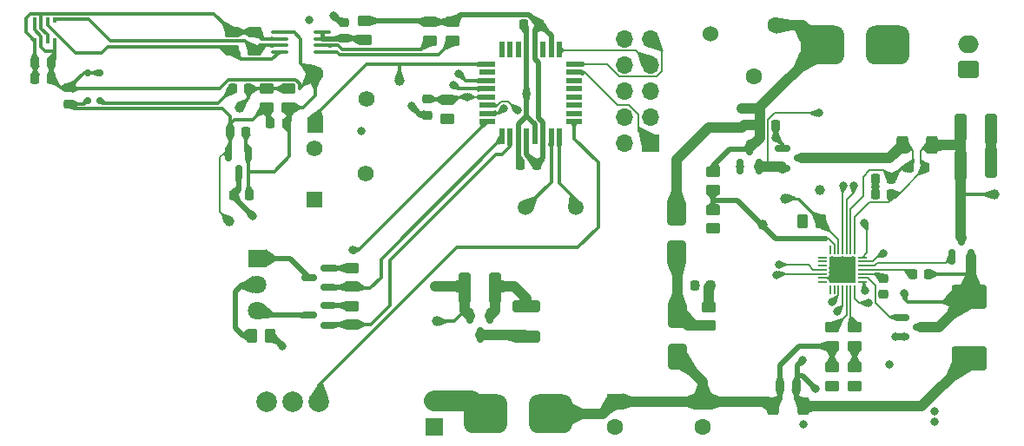
<source format=gbr>
%TF.GenerationSoftware,KiCad,Pcbnew,8.0.2-8.0.2-0~ubuntu22.04.1*%
%TF.CreationDate,2024-05-11T00:12:29+03:00*%
%TF.ProjectId,outdoor-module,6f757464-6f6f-4722-9d6d-6f64756c652e,rev?*%
%TF.SameCoordinates,Original*%
%TF.FileFunction,Copper,L1,Top*%
%TF.FilePolarity,Positive*%
%FSLAX46Y46*%
G04 Gerber Fmt 4.6, Leading zero omitted, Abs format (unit mm)*
G04 Created by KiCad (PCBNEW 8.0.2-8.0.2-0~ubuntu22.04.1) date 2024-05-11 00:12:29*
%MOMM*%
%LPD*%
G01*
G04 APERTURE LIST*
G04 Aperture macros list*
%AMRoundRect*
0 Rectangle with rounded corners*
0 $1 Rounding radius*
0 $2 $3 $4 $5 $6 $7 $8 $9 X,Y pos of 4 corners*
0 Add a 4 corners polygon primitive as box body*
4,1,4,$2,$3,$4,$5,$6,$7,$8,$9,$2,$3,0*
0 Add four circle primitives for the rounded corners*
1,1,$1+$1,$2,$3*
1,1,$1+$1,$4,$5*
1,1,$1+$1,$6,$7*
1,1,$1+$1,$8,$9*
0 Add four rect primitives between the rounded corners*
20,1,$1+$1,$2,$3,$4,$5,0*
20,1,$1+$1,$4,$5,$6,$7,0*
20,1,$1+$1,$6,$7,$8,$9,0*
20,1,$1+$1,$8,$9,$2,$3,0*%
G04 Aperture macros list end*
%TA.AperFunction,EtchedComponent*%
%ADD10C,0.000000*%
%TD*%
%TA.AperFunction,SMDPad,CuDef*%
%ADD11RoundRect,0.250000X-0.450000X0.262500X-0.450000X-0.262500X0.450000X-0.262500X0.450000X0.262500X0*%
%TD*%
%TA.AperFunction,SMDPad,CuDef*%
%ADD12RoundRect,0.952500X-1.167500X-0.952500X1.167500X-0.952500X1.167500X0.952500X-1.167500X0.952500X0*%
%TD*%
%TA.AperFunction,SMDPad,CuDef*%
%ADD13RoundRect,0.225000X-0.225000X-0.250000X0.225000X-0.250000X0.225000X0.250000X-0.225000X0.250000X0*%
%TD*%
%TA.AperFunction,ComponentPad*%
%ADD14C,1.500000*%
%TD*%
%TA.AperFunction,SMDPad,CuDef*%
%ADD15C,0.500000*%
%TD*%
%TA.AperFunction,SMDPad,CuDef*%
%ADD16RoundRect,0.250000X-0.325000X-1.100000X0.325000X-1.100000X0.325000X1.100000X-0.325000X1.100000X0*%
%TD*%
%TA.AperFunction,SMDPad,CuDef*%
%ADD17RoundRect,0.150000X-0.150000X0.587500X-0.150000X-0.587500X0.150000X-0.587500X0.150000X0.587500X0*%
%TD*%
%TA.AperFunction,SMDPad,CuDef*%
%ADD18RoundRect,0.250000X0.450000X-0.262500X0.450000X0.262500X-0.450000X0.262500X-0.450000X-0.262500X0*%
%TD*%
%TA.AperFunction,SMDPad,CuDef*%
%ADD19RoundRect,0.225000X0.225000X0.250000X-0.225000X0.250000X-0.225000X-0.250000X0.225000X-0.250000X0*%
%TD*%
%TA.AperFunction,ComponentPad*%
%ADD20C,1.524000*%
%TD*%
%TA.AperFunction,SMDPad,CuDef*%
%ADD21C,1.000000*%
%TD*%
%TA.AperFunction,SMDPad,CuDef*%
%ADD22RoundRect,0.150000X0.587500X0.150000X-0.587500X0.150000X-0.587500X-0.150000X0.587500X-0.150000X0*%
%TD*%
%TA.AperFunction,SMDPad,CuDef*%
%ADD23RoundRect,0.235000X-1.465000X0.940000X-1.465000X-0.940000X1.465000X-0.940000X1.465000X0.940000X0*%
%TD*%
%TA.AperFunction,SMDPad,CuDef*%
%ADD24RoundRect,0.225000X0.250000X-0.225000X0.250000X0.225000X-0.250000X0.225000X-0.250000X-0.225000X0*%
%TD*%
%TA.AperFunction,SMDPad,CuDef*%
%ADD25RoundRect,0.952500X1.167500X0.952500X-1.167500X0.952500X-1.167500X-0.952500X1.167500X-0.952500X0*%
%TD*%
%TA.AperFunction,ComponentPad*%
%ADD26R,1.800000X1.800000*%
%TD*%
%TA.AperFunction,ComponentPad*%
%ADD27C,1.800000*%
%TD*%
%TA.AperFunction,SMDPad,CuDef*%
%ADD28RoundRect,0.225000X-0.250000X0.225000X-0.250000X-0.225000X0.250000X-0.225000X0.250000X0.225000X0*%
%TD*%
%TA.AperFunction,ComponentPad*%
%ADD29R,1.700000X1.700000*%
%TD*%
%TA.AperFunction,ComponentPad*%
%ADD30O,1.700000X1.700000*%
%TD*%
%TA.AperFunction,SMDPad,CuDef*%
%ADD31RoundRect,0.250000X-0.312500X-0.625000X0.312500X-0.625000X0.312500X0.625000X-0.312500X0.625000X0*%
%TD*%
%TA.AperFunction,SMDPad,CuDef*%
%ADD32R,0.350000X0.500000*%
%TD*%
%TA.AperFunction,ComponentPad*%
%ADD33R,1.600000X1.600000*%
%TD*%
%TA.AperFunction,ComponentPad*%
%ADD34C,1.600000*%
%TD*%
%TA.AperFunction,SMDPad,CuDef*%
%ADD35RoundRect,0.250000X0.650000X-1.000000X0.650000X1.000000X-0.650000X1.000000X-0.650000X-1.000000X0*%
%TD*%
%TA.AperFunction,SMDPad,CuDef*%
%ADD36C,0.700000*%
%TD*%
%TA.AperFunction,ComponentPad*%
%ADD37R,1.560000X1.560000*%
%TD*%
%TA.AperFunction,ComponentPad*%
%ADD38C,1.560000*%
%TD*%
%TA.AperFunction,SMDPad,CuDef*%
%ADD39R,0.550000X1.600000*%
%TD*%
%TA.AperFunction,SMDPad,CuDef*%
%ADD40R,1.600000X0.550000*%
%TD*%
%TA.AperFunction,SMDPad,CuDef*%
%ADD41RoundRect,0.150000X-0.587500X-0.150000X0.587500X-0.150000X0.587500X0.150000X-0.587500X0.150000X0*%
%TD*%
%TA.AperFunction,SMDPad,CuDef*%
%ADD42RoundRect,0.100000X-0.712500X-0.100000X0.712500X-0.100000X0.712500X0.100000X-0.712500X0.100000X0*%
%TD*%
%TA.AperFunction,SMDPad,CuDef*%
%ADD43RoundRect,0.250000X1.100000X-0.325000X1.100000X0.325000X-1.100000X0.325000X-1.100000X-0.325000X0*%
%TD*%
%TA.AperFunction,ComponentPad*%
%ADD44C,2.000000*%
%TD*%
%TA.AperFunction,SMDPad,CuDef*%
%ADD45RoundRect,0.250000X0.262500X0.450000X-0.262500X0.450000X-0.262500X-0.450000X0.262500X-0.450000X0*%
%TD*%
%TA.AperFunction,SMDPad,CuDef*%
%ADD46RoundRect,0.050000X-0.050000X0.387500X-0.050000X-0.387500X0.050000X-0.387500X0.050000X0.387500X0*%
%TD*%
%TA.AperFunction,SMDPad,CuDef*%
%ADD47RoundRect,0.050000X-0.387500X0.050000X-0.387500X-0.050000X0.387500X-0.050000X0.387500X0.050000X0*%
%TD*%
%TA.AperFunction,HeatsinkPad*%
%ADD48C,0.500000*%
%TD*%
%TA.AperFunction,HeatsinkPad*%
%ADD49R,2.600000X2.600000*%
%TD*%
%TA.AperFunction,SMDPad,CuDef*%
%ADD50RoundRect,0.250000X-0.262500X-0.450000X0.262500X-0.450000X0.262500X0.450000X-0.262500X0.450000X0*%
%TD*%
%TA.AperFunction,SMDPad,CuDef*%
%ADD51RoundRect,0.150000X0.150000X-0.587500X0.150000X0.587500X-0.150000X0.587500X-0.150000X-0.587500X0*%
%TD*%
%TA.AperFunction,ComponentPad*%
%ADD52RoundRect,0.250000X0.750000X-0.600000X0.750000X0.600000X-0.750000X0.600000X-0.750000X-0.600000X0*%
%TD*%
%TA.AperFunction,ComponentPad*%
%ADD53O,2.000000X1.700000*%
%TD*%
%TA.AperFunction,SMDPad,CuDef*%
%ADD54RoundRect,0.250000X-0.650000X1.000000X-0.650000X-1.000000X0.650000X-1.000000X0.650000X1.000000X0*%
%TD*%
%TA.AperFunction,SMDPad,CuDef*%
%ADD55RoundRect,0.250000X0.312500X0.625000X-0.312500X0.625000X-0.312500X-0.625000X0.312500X-0.625000X0*%
%TD*%
%TA.AperFunction,ViaPad*%
%ADD56C,0.800000*%
%TD*%
%TA.AperFunction,Conductor*%
%ADD57C,1.000000*%
%TD*%
%TA.AperFunction,Conductor*%
%ADD58C,0.300000*%
%TD*%
%TA.AperFunction,Conductor*%
%ADD59C,0.200000*%
%TD*%
%TA.AperFunction,Conductor*%
%ADD60C,0.500000*%
%TD*%
%TA.AperFunction,Conductor*%
%ADD61C,2.000000*%
%TD*%
%TA.AperFunction,Conductor*%
%ADD62C,0.250000*%
%TD*%
G04 APERTURE END LIST*
D10*
%TA.AperFunction,EtchedComponent*%
%TO.C,NT3*%
G36*
X114950000Y-75500000D02*
G01*
X114450000Y-75500000D01*
X114450000Y-74500000D01*
X114950000Y-74500000D01*
X114950000Y-75500000D01*
G37*
%TD.AperFunction*%
%TA.AperFunction,EtchedComponent*%
%TO.C,NT2*%
G36*
X116650000Y-75500000D02*
G01*
X116150000Y-75500000D01*
X116150000Y-74500000D01*
X116650000Y-74500000D01*
X116650000Y-75500000D01*
G37*
%TD.AperFunction*%
%TD*%
D11*
%TO.P,R3,1*%
%TO.N,+5V*%
X82800000Y-40987500D03*
%TO.P,R3,2*%
%TO.N,/SDA*%
X82800000Y-42812500D03*
%TD*%
%TO.P,R21,1*%
%TO.N,Net-(U8-VCC)*%
X107800000Y-68775000D03*
%TO.P,R21,2*%
%TO.N,Net-(D3-K)*%
X107800000Y-70600000D03*
%TD*%
D12*
%TO.P,F1,1*%
%TO.N,Net-(J1-Pin_2)*%
X85975000Y-79200000D03*
%TO.P,F1,2*%
%TO.N,/VBAT*%
X92385000Y-79200000D03*
%TD*%
D13*
%TO.P,C19,1*%
%TO.N,+1V8*%
X61120000Y-51662500D03*
%TO.P,C19,2*%
%TO.N,GNDA*%
X62670000Y-51662500D03*
%TD*%
D14*
%TO.P,X1,1,1*%
%TO.N,Net-(U1-XTAL2{slash}PB7)*%
X94800000Y-59100000D03*
%TO.P,X1,2,2*%
%TO.N,Net-(U1-XTAL1{slash}PB6)*%
X89920000Y-59100000D03*
%TD*%
D15*
%TO.P,NT3,1,1*%
%TO.N,/CHARGER_SRN*%
X114700000Y-74500000D03*
%TO.P,NT3,2,2*%
%TO.N,/VBAT*%
X114700000Y-75500000D03*
%TD*%
D16*
%TO.P,C34,1*%
%TO.N,/VSYS*%
X132325000Y-51300000D03*
%TO.P,C34,2*%
%TO.N,GNDPWR*%
X135275000Y-51300000D03*
%TD*%
D17*
%TO.P,U3,1,GND*%
%TO.N,GNDA*%
X86418750Y-69656250D03*
%TO.P,U3,2,VO*%
%TO.N,+5V*%
X84518750Y-69656250D03*
%TO.P,U3,3,VI*%
%TO.N,/VSYS*%
X85468750Y-71531250D03*
%TD*%
D16*
%TO.P,C35,1*%
%TO.N,/VSYS*%
X132325000Y-54800000D03*
%TO.P,C35,2*%
%TO.N,GNDPWR*%
X135275000Y-54800000D03*
%TD*%
D13*
%TO.P,C32,1*%
%TO.N,Net-(U8-BTST)*%
X127625000Y-65600000D03*
%TO.P,C32,2*%
%TO.N,Net-(Q5-S)*%
X129175000Y-65600000D03*
%TD*%
D18*
%TO.P,R2,1*%
%TO.N,/CHARGER_IN_PROGRESS#*%
X73000000Y-66812500D03*
%TO.P,R2,2*%
%TO.N,+5V*%
X73000000Y-64987500D03*
%TD*%
D19*
%TO.P,C24,1*%
%TO.N,Net-(Q4-D)*%
X125575000Y-56240000D03*
%TO.P,C24,2*%
%TO.N,GNDA*%
X124025000Y-56240000D03*
%TD*%
D11*
%TO.P,R6,1*%
%TO.N,/RESET#*%
X82280000Y-48587500D03*
%TO.P,R6,2*%
%TO.N,+5V*%
X82280000Y-50412500D03*
%TD*%
D20*
%TO.P,TP2,1,1*%
%TO.N,GNDA*%
X107900000Y-42100000D03*
%TD*%
D21*
%TO.P,TP11,1,1*%
%TO.N,Net-(Q4-G)*%
X118600000Y-57400000D03*
%TD*%
%TO.P,TP9,1,1*%
%TO.N,Net-(U8-ACDET)*%
X113000000Y-60800000D03*
%TD*%
%TO.P,TP1,1,1*%
%TO.N,/CHARGER_SUPPLY*%
X111000000Y-49400000D03*
%TD*%
D11*
%TO.P,R10,1*%
%TO.N,+3V3*%
X63512500Y-41937500D03*
%TO.P,R10,2*%
%TO.N,/SCL_3V3*%
X63512500Y-43762500D03*
%TD*%
D19*
%TO.P,C1,1*%
%TO.N,+5V*%
X90975000Y-54900000D03*
%TO.P,C1,2*%
%TO.N,GNDA*%
X89425000Y-54900000D03*
%TD*%
D22*
%TO.P,Q1,1,G*%
%TO.N,/CHARGER_DONE#*%
X70700000Y-70550000D03*
%TO.P,Q1,2,S*%
%TO.N,+5V*%
X70700000Y-68650000D03*
%TO.P,Q1,3,D*%
%TO.N,Net-(D1-A2)*%
X68825000Y-69600000D03*
%TD*%
D18*
%TO.P,R25,1*%
%TO.N,+1V8*%
X64700000Y-49312500D03*
%TO.P,R25,2*%
%TO.N,Net-(U10-Vin+)*%
X64700000Y-47487500D03*
%TD*%
D21*
%TO.P,TP7,1,1*%
%TO.N,Net-(U10-Vin+)*%
X62000000Y-49300000D03*
%TD*%
D16*
%TO.P,C20,1*%
%TO.N,+5V*%
X83993750Y-66793750D03*
%TO.P,C20,2*%
%TO.N,GNDA*%
X86943750Y-66793750D03*
%TD*%
D13*
%TO.P,C37,1*%
%TO.N,Net-(MK1-OUT)*%
X61345000Y-47500000D03*
%TO.P,C37,2*%
%TO.N,Net-(U10-Vin+)*%
X62895000Y-47500000D03*
%TD*%
D11*
%TO.P,R8,1*%
%TO.N,/CHARGER_SUPPLY*%
X108200000Y-55587500D03*
%TO.P,R8,2*%
%TO.N,Net-(U8-ACDET)*%
X108200000Y-57412500D03*
%TD*%
D23*
%TO.P,L3,1,1*%
%TO.N,Net-(Q5-S)*%
X133200000Y-67775000D03*
%TO.P,L3,2,2*%
%TO.N,/CHARGER_BATSRC*%
X133200000Y-73825000D03*
%TD*%
D24*
%TO.P,C33,1*%
%TO.N,+1V8*%
X45400000Y-48975000D03*
%TO.P,C33,2*%
%TO.N,GNDA*%
X45400000Y-47425000D03*
%TD*%
D13*
%TO.P,C40,1*%
%TO.N,+1V8*%
X65045000Y-50900000D03*
%TO.P,C40,2*%
%TO.N,GNDA*%
X66595000Y-50900000D03*
%TD*%
D25*
%TO.P,F2,1*%
%TO.N,Net-(D7-K)*%
X125225000Y-43200000D03*
%TO.P,F2,2*%
%TO.N,/CHARGER_SUPPLY*%
X118815000Y-43200000D03*
%TD*%
D26*
%TO.P,D1,1,A1*%
%TO.N,Net-(D1-A1)*%
X63700000Y-64050000D03*
D27*
%TO.P,D1,2,K*%
%TO.N,Net-(D1-K)*%
X63700000Y-66590000D03*
%TO.P,D1,3,A2*%
%TO.N,Net-(D1-A2)*%
X63700000Y-69130000D03*
%TD*%
D28*
%TO.P,C23,1*%
%TO.N,GNDA*%
X72200000Y-41025000D03*
%TO.P,C23,2*%
%TO.N,Net-(U6-EN)*%
X72200000Y-42575000D03*
%TD*%
D19*
%TO.P,C39,1*%
%TO.N,/CHARGER_BATSRC*%
X116275000Y-76500000D03*
%TO.P,C39,2*%
%TO.N,/VBAT*%
X114725000Y-76500000D03*
%TD*%
D11*
%TO.P,R26,1*%
%TO.N,Net-(U10-Vin+)*%
X66800000Y-47487500D03*
%TO.P,R26,2*%
%TO.N,GNDA*%
X66800000Y-49312500D03*
%TD*%
D29*
%TO.P,J2,1,Pin_1*%
%TO.N,/MOSI*%
X102075000Y-52775000D03*
D30*
%TO.P,J2,2,Pin_2*%
%TO.N,+5V*%
X99535000Y-52775000D03*
%TO.P,J2,3,Pin_3*%
%TO.N,unconnected-(J2-Pin_3-Pad3)*%
X102075000Y-50235000D03*
%TO.P,J2,4,Pin_4*%
%TO.N,/RXD*%
X99535000Y-50235000D03*
%TO.P,J2,5,Pin_5*%
%TO.N,/RESET#*%
X102075000Y-47695000D03*
%TO.P,J2,6,Pin_6*%
%TO.N,/TXD*%
X99535000Y-47695000D03*
%TO.P,J2,7,Pin_7*%
%TO.N,/SCK*%
X102075000Y-45155000D03*
%TO.P,J2,8,Pin_8*%
%TO.N,GNDA*%
X99535000Y-45155000D03*
%TO.P,J2,9,Pin_9*%
%TO.N,/MISO*%
X102075000Y-42615000D03*
%TO.P,J2,10,Pin_10*%
%TO.N,GNDA*%
X99535000Y-42615000D03*
%TD*%
D19*
%TO.P,C2,1*%
%TO.N,+5V*%
X91275000Y-41200000D03*
%TO.P,C2,2*%
%TO.N,GNDA*%
X89725000Y-41200000D03*
%TD*%
D13*
%TO.P,C15,1*%
%TO.N,+5V*%
X61445000Y-57862500D03*
%TO.P,C15,2*%
%TO.N,GNDA*%
X62995000Y-57862500D03*
%TD*%
D31*
%TO.P,R16,1*%
%TO.N,Net-(Q4-D)*%
X126637500Y-53000000D03*
%TO.P,R16,2*%
%TO.N,/VSYS*%
X129562500Y-53000000D03*
%TD*%
D32*
%TO.P,U7,1,GND*%
%TO.N,GNDA*%
X42025000Y-40775000D03*
%TO.P,U7,2,CSB*%
%TO.N,+3V3*%
X42675000Y-40775000D03*
%TO.P,U7,3,SDI*%
%TO.N,/SDA_3V3*%
X43325000Y-40775000D03*
%TO.P,U7,4,SCK*%
%TO.N,/SCL_3V3*%
X43975000Y-40775000D03*
%TO.P,U7,5,SDO*%
%TO.N,GNDA*%
X43975000Y-42825000D03*
%TO.P,U7,6,VDDIO*%
%TO.N,+3V3*%
X43325000Y-42825000D03*
%TO.P,U7,7,GND*%
%TO.N,GNDA*%
X42675000Y-42825000D03*
%TO.P,U7,8,VDD*%
%TO.N,+3V3*%
X42025000Y-42825000D03*
%TD*%
D33*
%TO.P,C7,1*%
%TO.N,/VBAT*%
X107200000Y-78017621D03*
D34*
%TO.P,C7,2*%
%TO.N,GNDA*%
X107200000Y-80517621D03*
%TD*%
D35*
%TO.P,D3,1,K*%
%TO.N,Net-(D3-K)*%
X104600000Y-63600000D03*
%TO.P,D3,2,A*%
%TO.N,/CHARGER_SUPPLY*%
X104600000Y-59600000D03*
%TD*%
D22*
%TO.P,Q2,1,G*%
%TO.N,/CHARGER_IN_PROGRESS#*%
X70688060Y-66900000D03*
%TO.P,Q2,2,S*%
%TO.N,+5V*%
X70688060Y-65000000D03*
%TO.P,Q2,3,D*%
%TO.N,Net-(D1-A1)*%
X68813060Y-65950000D03*
%TD*%
D19*
%TO.P,C30,1*%
%TO.N,Net-(U8-VCC)*%
X107950000Y-66700000D03*
%TO.P,C30,2*%
%TO.N,GNDA*%
X106400000Y-66700000D03*
%TD*%
D13*
%TO.P,C25,1*%
%TO.N,Net-(Q4-D)*%
X127325000Y-55200000D03*
%TO.P,C25,2*%
%TO.N,/VSYS*%
X128875000Y-55200000D03*
%TD*%
D11*
%TO.P,R9,1*%
%TO.N,Net-(U8-ACDET)*%
X108200000Y-59287500D03*
%TO.P,R9,2*%
%TO.N,GNDA*%
X108200000Y-61112500D03*
%TD*%
D17*
%TO.P,U5,1,GND*%
%TO.N,GNDA*%
X62870000Y-53787500D03*
%TO.P,U5,2,VO*%
%TO.N,+1V8*%
X60970000Y-53787500D03*
%TO.P,U5,3,VI*%
%TO.N,+5V*%
X61920000Y-55662500D03*
%TD*%
D11*
%TO.P,R11,1*%
%TO.N,+3V3*%
X61312500Y-41950000D03*
%TO.P,R11,2*%
%TO.N,/SDA_3V3*%
X61312500Y-43775000D03*
%TD*%
D36*
%TO.P,MK1,1,VCC*%
%TO.N,+1V8*%
X47230000Y-48630000D03*
%TO.P,MK1,2,GND*%
%TO.N,GNDA*%
X47230000Y-45970000D03*
%TO.P,MK1,3,GND*%
X48370000Y-45970000D03*
%TO.P,MK1,4,OUT*%
%TO.N,Net-(MK1-OUT)*%
X48370000Y-48630000D03*
%TD*%
D37*
%TO.P,RV3,1,1*%
%TO.N,/NOISE*%
X69380000Y-51000000D03*
D38*
%TO.P,RV3,2,2*%
%TO.N,Net-(U10-Vin-)*%
X74380000Y-48500000D03*
%TO.P,RV3,3,3*%
%TO.N,GNDA*%
X69380000Y-46000000D03*
%TD*%
D18*
%TO.P,R24,1*%
%TO.N,/CHARGER_SRP*%
X122000000Y-72600000D03*
%TO.P,R24,2*%
%TO.N,Net-(U8-SRP)*%
X122000000Y-70775000D03*
%TD*%
D33*
%TO.P,C3,1*%
%TO.N,/VBAT*%
X98600000Y-78017621D03*
D34*
%TO.P,C3,2*%
%TO.N,GNDPWR*%
X98600000Y-80517621D03*
%TD*%
D39*
%TO.P,U1,1,PD3*%
%TO.N,/CHARGER_IN_PROGRESS#*%
X87600000Y-52150000D03*
%TO.P,U1,2,PD4*%
%TO.N,/CHARGER_DONE#*%
X88400000Y-52150000D03*
%TO.P,U1,3,GND*%
%TO.N,GNDA*%
X89200000Y-52150000D03*
%TO.P,U1,4,VCC*%
%TO.N,+5V*%
X90000000Y-52150000D03*
%TO.P,U1,5,GND*%
%TO.N,GNDA*%
X90800000Y-52150000D03*
%TO.P,U1,6,VCC*%
%TO.N,+5V*%
X91600000Y-52150000D03*
%TO.P,U1,7,XTAL1/PB6*%
%TO.N,Net-(U1-XTAL1{slash}PB6)*%
X92400000Y-52150000D03*
%TO.P,U1,8,XTAL2/PB7*%
%TO.N,Net-(U1-XTAL2{slash}PB7)*%
X93200000Y-52150000D03*
D40*
%TO.P,U1,9,PD5*%
%TO.N,/FM_OUT*%
X94650000Y-50700000D03*
%TO.P,U1,10,PD6*%
%TO.N,unconnected-(U1-PD6-Pad10)*%
X94650000Y-49900000D03*
%TO.P,U1,11,PD7*%
%TO.N,unconnected-(U1-PD7-Pad11)*%
X94650000Y-49100000D03*
%TO.P,U1,12,PB0*%
%TO.N,unconnected-(U1-PB0-Pad12)*%
X94650000Y-48300000D03*
%TO.P,U1,13,PB1*%
%TO.N,unconnected-(U1-PB1-Pad13)*%
X94650000Y-47500000D03*
%TO.P,U1,14,PB2*%
%TO.N,unconnected-(U1-PB2-Pad14)*%
X94650000Y-46700000D03*
%TO.P,U1,15,PB3*%
%TO.N,/MOSI*%
X94650000Y-45900000D03*
%TO.P,U1,16,PB4*%
%TO.N,/MISO*%
X94650000Y-45100000D03*
D39*
%TO.P,U1,17,PB5*%
%TO.N,/SCK*%
X93200000Y-43650000D03*
%TO.P,U1,18,AVCC*%
%TO.N,+5V*%
X92400000Y-43650000D03*
%TO.P,U1,19,ADC6*%
%TO.N,unconnected-(U1-ADC6-Pad19)*%
X91600000Y-43650000D03*
%TO.P,U1,20,AREF*%
%TO.N,+5V*%
X90800000Y-43650000D03*
%TO.P,U1,21,GND*%
%TO.N,GNDA*%
X90000000Y-43650000D03*
%TO.P,U1,22,ADC7*%
%TO.N,unconnected-(U1-ADC7-Pad22)*%
X89200000Y-43650000D03*
%TO.P,U1,23,PC0*%
%TO.N,unconnected-(U1-PC0-Pad23)*%
X88400000Y-43650000D03*
%TO.P,U1,24,PC1*%
%TO.N,unconnected-(U1-PC1-Pad24)*%
X87600000Y-43650000D03*
D40*
%TO.P,U1,25,PC2*%
%TO.N,/NOISE*%
X86150000Y-45100000D03*
%TO.P,U1,26,PC3*%
%TO.N,unconnected-(U1-PC3-Pad26)*%
X86150000Y-45900000D03*
%TO.P,U1,27,PC4*%
%TO.N,/SDA*%
X86150000Y-46700000D03*
%TO.P,U1,28,PC5*%
%TO.N,/SCL*%
X86150000Y-47500000D03*
%TO.P,U1,29,~{RESET}/PC6*%
%TO.N,/RESET#*%
X86150000Y-48300000D03*
%TO.P,U1,30,PD0*%
%TO.N,/RXD*%
X86150000Y-49100000D03*
%TO.P,U1,31,PD1*%
%TO.N,/TXD*%
X86150000Y-49900000D03*
%TO.P,U1,32,PD2*%
%TO.N,/NOISE_ALARM*%
X86150000Y-50700000D03*
%TD*%
D18*
%TO.P,R1,1*%
%TO.N,/CHARGER_DONE#*%
X73000000Y-70512500D03*
%TO.P,R1,2*%
%TO.N,+5V*%
X73000000Y-68687500D03*
%TD*%
D41*
%TO.P,Q4,1,G*%
%TO.N,Net-(Q4-G)*%
X114962915Y-53319392D03*
%TO.P,Q4,2,S*%
%TO.N,Net-(Q3-S)*%
X114962915Y-55219392D03*
%TO.P,Q4,3,D*%
%TO.N,Net-(Q4-D)*%
X116837915Y-54269392D03*
%TD*%
D15*
%TO.P,NT2,1,1*%
%TO.N,/CHARGER_SRP*%
X116400000Y-74500000D03*
%TO.P,NT2,2,2*%
%TO.N,/CHARGER_BATSRC*%
X116400000Y-75500000D03*
%TD*%
D42*
%TO.P,U6,1,GND*%
%TO.N,GNDA*%
X65900000Y-41975000D03*
%TO.P,U6,2,VREF1*%
%TO.N,+3V3*%
X65900000Y-42625000D03*
%TO.P,U6,3,SCL1*%
%TO.N,/SCL_3V3*%
X65900000Y-43275000D03*
%TO.P,U6,4,SDA1*%
%TO.N,/SDA_3V3*%
X65900000Y-43925000D03*
%TO.P,U6,5,SDA2*%
%TO.N,/SDA*%
X70125000Y-43925000D03*
%TO.P,U6,6,SCL2*%
%TO.N,/SCL*%
X70125000Y-43275000D03*
%TO.P,U6,7,VREF2*%
%TO.N,Net-(U6-EN)*%
X70125000Y-42625000D03*
%TO.P,U6,8,EN*%
X70125000Y-41975000D03*
%TD*%
D13*
%TO.P,C17,1*%
%TO.N,+3V3*%
X42100000Y-44900000D03*
%TO.P,C17,2*%
%TO.N,GNDA*%
X43650000Y-44900000D03*
%TD*%
%TO.P,C16,1*%
%TO.N,+3V3*%
X42100000Y-46500000D03*
%TO.P,C16,2*%
%TO.N,GNDA*%
X43650000Y-46500000D03*
%TD*%
D43*
%TO.P,C14,1*%
%TO.N,/VSYS*%
X89968750Y-71668750D03*
%TO.P,C14,2*%
%TO.N,GNDA*%
X89968750Y-68718750D03*
%TD*%
D44*
%TO.P,U2,2,DATA*%
%TO.N,/FM_OUT*%
X69740000Y-78000000D03*
%TO.P,U2,3,VCC*%
%TO.N,+5V*%
X67200000Y-78000000D03*
%TO.P,U2,4,GND*%
%TO.N,GNDA*%
X64660000Y-78000000D03*
%TD*%
D21*
%TO.P,TP10,1,1*%
%TO.N,/NOISE*%
X77600000Y-46700000D03*
%TD*%
D28*
%TO.P,C4,1*%
%TO.N,/RESET#*%
X80330000Y-48525000D03*
%TO.P,C4,2*%
%TO.N,GNDA*%
X80330000Y-50075000D03*
%TD*%
D21*
%TO.P,TP12,1,1*%
%TO.N,Net-(U8-ACOK)*%
X115200000Y-58200000D03*
%TD*%
D11*
%TO.P,R5,1*%
%TO.N,+5V*%
X80600000Y-40987500D03*
%TO.P,R5,2*%
%TO.N,/SCL*%
X80600000Y-42812500D03*
%TD*%
D37*
%TO.P,RV1,1,1*%
%TO.N,+5V*%
X69360000Y-58300000D03*
D38*
%TO.P,RV1,2,2*%
%TO.N,Net-(U9-Vin-)*%
X74360000Y-55800000D03*
%TO.P,RV1,3,3*%
%TO.N,GNDA*%
X69360000Y-53300000D03*
%TD*%
D34*
%TO.P,RV2,1*%
%TO.N,/CHARGER_SUPPLY*%
X114250000Y-41300000D03*
%TO.P,RV2,2*%
%TO.N,GNDPWR*%
X112150000Y-46300000D03*
%TD*%
D45*
%TO.P,R19,1*%
%TO.N,Net-(U8-ACOK)*%
X118712500Y-60450000D03*
%TO.P,R19,2*%
%TO.N,+5V*%
X116887500Y-60450000D03*
%TD*%
D46*
%TO.P,U8,1,ACN*%
%TO.N,/VSYS*%
X122000000Y-63212500D03*
%TO.P,U8,2,ACP*%
%TO.N,Net-(Q4-D)*%
X121600000Y-63212500D03*
%TO.P,U8,3,CMSRC*%
%TO.N,Net-(U8-CMSRC)*%
X121200000Y-63212500D03*
%TO.P,U8,4,ACDRV*%
%TO.N,Net-(U8-ACDRV)*%
X120800000Y-63212500D03*
%TO.P,U8,5,ACOK*%
%TO.N,Net-(U8-ACOK)*%
X120400000Y-63212500D03*
%TO.P,U8,6,ACDET*%
%TO.N,Net-(U8-ACDET)*%
X120000000Y-63212500D03*
%TO.P,U8,7,IADP*%
%TO.N,unconnected-(U8-IADP-Pad7)*%
X119600000Y-63212500D03*
D47*
%TO.P,U8,8,IDCHG*%
%TO.N,unconnected-(U8-IDCHG-Pad8)*%
X118862500Y-63950000D03*
%TO.P,U8,9,PMON*%
%TO.N,unconnected-(U8-PMON-Pad9)*%
X118862500Y-64350000D03*
%TO.P,U8,10,PROCHOT#*%
%TO.N,unconnected-(U8-PROCHOT#-Pad10)*%
X118862500Y-64750000D03*
%TO.P,U8,11,SDA*%
%TO.N,/SDA*%
X118862500Y-65150000D03*
%TO.P,U8,12,SCL*%
%TO.N,/SCL*%
X118862500Y-65550000D03*
%TO.P,U8,13,CMPIN*%
%TO.N,GNDPWR*%
X118862500Y-65950000D03*
%TO.P,U8,14,CMPOUT*%
%TO.N,unconnected-(U8-CMPOUT-Pad14)*%
X118862500Y-66350000D03*
D46*
%TO.P,U8,15,BATPRES#*%
%TO.N,unconnected-(U8-BATPRES#-Pad15)*%
X119600000Y-67087500D03*
%TO.P,U8,16,TB_STAT#*%
%TO.N,unconnected-(U8-TB_STAT#-Pad16)*%
X120000000Y-67087500D03*
%TO.P,U8,17,BATSRC*%
%TO.N,Net-(U8-BATSRC)*%
X120400000Y-67087500D03*
%TO.P,U8,18,BATDRV*%
%TO.N,Net-(U8-BATDRV)*%
X120800000Y-67087500D03*
%TO.P,U8,19,SRN*%
%TO.N,Net-(U8-SRN)*%
X121200000Y-67087500D03*
%TO.P,U8,20,SRP*%
%TO.N,Net-(U8-SRP)*%
X121600000Y-67087500D03*
%TO.P,U8,21,ILIM*%
%TO.N,Net-(U8-ILIM)*%
X122000000Y-67087500D03*
D47*
%TO.P,U8,22,AGND*%
%TO.N,GNDA*%
X122737500Y-66350000D03*
%TO.P,U8,23,LODRV*%
%TO.N,Net-(Q6-G)*%
X122737500Y-65950000D03*
%TO.P,U8,24,REGN*%
%TO.N,Net-(U8-ILIM)*%
X122737500Y-65550000D03*
%TO.P,U8,25,BTST*%
%TO.N,Net-(U8-BTST)*%
X122737500Y-65150000D03*
%TO.P,U8,26,HIDRV*%
%TO.N,Net-(Q5-G)*%
X122737500Y-64750000D03*
%TO.P,U8,27,PHASE*%
%TO.N,Net-(Q5-S)*%
X122737500Y-64350000D03*
%TO.P,U8,28,VCC*%
%TO.N,Net-(U8-VCC)*%
X122737500Y-63950000D03*
D48*
%TO.P,U8,29,PGND*%
%TO.N,GNDPWR*%
X121850000Y-64100000D03*
X120800000Y-64100000D03*
X119750000Y-64100000D03*
X121850000Y-65150000D03*
X120800000Y-65150000D03*
D49*
X120800000Y-65150000D03*
D48*
X119750000Y-65150000D03*
X121850000Y-66200000D03*
X120800000Y-66200000D03*
X119750000Y-66200000D03*
%TD*%
D41*
%TO.P,Q6,1,G*%
%TO.N,Net-(Q6-G)*%
X126525000Y-69787500D03*
%TO.P,Q6,2,S*%
%TO.N,GNDPWR*%
X126525000Y-71687500D03*
%TO.P,Q6,3,D*%
%TO.N,Net-(Q5-S)*%
X128400000Y-70737500D03*
%TD*%
D18*
%TO.P,R28,1*%
%TO.N,/CHARGER_SRN*%
X119800000Y-72612500D03*
%TO.P,R28,2*%
%TO.N,Net-(U8-SRN)*%
X119800000Y-70787500D03*
%TD*%
D11*
%TO.P,R15,1*%
%TO.N,+5V*%
X74200000Y-40887500D03*
%TO.P,R15,2*%
%TO.N,Net-(U6-EN)*%
X74200000Y-42712500D03*
%TD*%
D29*
%TO.P,J1,1,Pin_1*%
%TO.N,GNDPWR*%
X80975000Y-80450000D03*
D30*
%TO.P,J1,2,Pin_2*%
%TO.N,Net-(J1-Pin_2)*%
X80975000Y-77910000D03*
%TD*%
D50*
%TO.P,R4,1*%
%TO.N,Net-(D1-K)*%
X63187500Y-71600000D03*
%TO.P,R4,2*%
%TO.N,GNDA*%
X65012500Y-71600000D03*
%TD*%
D13*
%TO.P,C21,1*%
%TO.N,/CHARGER_SUPPLY*%
X112725415Y-51069392D03*
%TO.P,C21,2*%
%TO.N,Net-(Q4-G)*%
X114275415Y-51069392D03*
%TD*%
D18*
%TO.P,R29,1*%
%TO.N,Net-(U12-VIN_+)*%
X122000000Y-76512500D03*
%TO.P,R29,2*%
%TO.N,/CHARGER_SRP*%
X122000000Y-74687500D03*
%TD*%
D21*
%TO.P,TP6,1,1*%
%TO.N,/VSYS*%
X135600000Y-57800000D03*
%TD*%
D19*
%TO.P,C27,1*%
%TO.N,/VSYS*%
X125575000Y-57800000D03*
%TO.P,C27,2*%
%TO.N,GNDA*%
X124025000Y-57800000D03*
%TD*%
D51*
%TO.P,Q5,1,G*%
%TO.N,Net-(Q5-G)*%
X131450000Y-63875000D03*
%TO.P,Q5,2,S*%
%TO.N,Net-(Q5-S)*%
X133350000Y-63875000D03*
%TO.P,Q5,3,D*%
%TO.N,/VSYS*%
X132400000Y-62000000D03*
%TD*%
D21*
%TO.P,TP3,1,1*%
%TO.N,+1V8*%
X61000000Y-60400000D03*
%TD*%
%TO.P,TP4,1,1*%
%TO.N,+5V*%
X81268750Y-70193750D03*
%TD*%
D51*
%TO.P,Q3,1,G*%
%TO.N,Net-(Q3-G)*%
X110800415Y-55106892D03*
%TO.P,Q3,2,S*%
%TO.N,Net-(Q3-S)*%
X112700415Y-55106892D03*
%TO.P,Q3,3,D*%
%TO.N,/CHARGER_SUPPLY*%
X111750415Y-53231892D03*
%TD*%
D52*
%TO.P,J3,1,Pin_1*%
%TO.N,GNDPWR*%
X133075000Y-45650000D03*
D53*
%TO.P,J3,2,Pin_2*%
%TO.N,Net-(D6-A1)*%
X133075000Y-43150000D03*
%TD*%
D54*
%TO.P,D5,1,K*%
%TO.N,Net-(D3-K)*%
X104700000Y-69600000D03*
%TO.P,D5,2,A*%
%TO.N,/VBAT*%
X104700000Y-73600000D03*
%TD*%
D11*
%TO.P,R30,1*%
%TO.N,/CHARGER_SRN*%
X119800000Y-74687500D03*
%TO.P,R30,2*%
%TO.N,Net-(U12-VIN_-)*%
X119800000Y-76512500D03*
%TD*%
D55*
%TO.P,R27,1*%
%TO.N,/CHARGER_BATSRC*%
X116962500Y-78500000D03*
%TO.P,R27,2*%
%TO.N,/VBAT*%
X114037500Y-78500000D03*
%TD*%
D28*
%TO.P,C26,1*%
%TO.N,Net-(U8-ILIM)*%
X124800000Y-65975000D03*
%TO.P,C26,2*%
%TO.N,GNDPWR*%
X124800000Y-67525000D03*
%TD*%
D56*
%TO.N,+5V*%
X63300000Y-59900000D03*
X125400000Y-74400000D03*
X68800000Y-40800000D03*
X72950560Y-64987500D03*
X91000000Y-54900000D03*
X81100000Y-66800000D03*
X82400000Y-50400000D03*
X116900000Y-60350000D03*
X73900000Y-51600000D03*
X73050560Y-68687500D03*
%TO.N,GNDA*%
X123000000Y-67200000D03*
X108200000Y-61112500D03*
X71200000Y-40400000D03*
X66200000Y-72600000D03*
X106500000Y-66700000D03*
X124000000Y-57000000D03*
X90000000Y-48000000D03*
X117000000Y-80200000D03*
X78800000Y-49200000D03*
X88800000Y-66800000D03*
%TO.N,Net-(U8-ILIM)*%
X124800000Y-66000000D03*
X123326256Y-68404425D03*
%TO.N,GNDPWR*%
X135300000Y-53050000D03*
X124800000Y-67550000D03*
X126000000Y-71700000D03*
X126800000Y-71700000D03*
%TO.N,/RESET#*%
X84200000Y-48300000D03*
%TO.N,+3V3*%
X61300000Y-41900000D03*
%TO.N,Net-(Q4-G)*%
X114300415Y-52269392D03*
X118600000Y-57400000D03*
%TO.N,Net-(Q3-S)*%
X118500415Y-49869392D03*
%TO.N,/VSYS*%
X132325000Y-59200000D03*
X89968750Y-71668750D03*
%TO.N,/NOISE_ALARM*%
X73020000Y-63250500D03*
%TO.N,Net-(Q5-S)*%
X124800000Y-63550000D03*
X126825000Y-67450000D03*
%TO.N,/CHARGER_BATSRC*%
X133200000Y-74400000D03*
X133200000Y-73400000D03*
X118200000Y-76800000D03*
%TO.N,/VBAT*%
X114700000Y-76500000D03*
%TO.N,/RXD*%
X89100000Y-49600000D03*
%TO.N,/TXD*%
X87819622Y-49419622D03*
%TO.N,Net-(Q3-G)*%
X110800415Y-55069392D03*
%TO.N,/SDA*%
X114578063Y-64666487D03*
X83395892Y-46000000D03*
X129800000Y-79000000D03*
X82800000Y-42800000D03*
%TO.N,/SCL*%
X80600000Y-42800000D03*
X114400000Y-65650000D03*
X129800000Y-80000000D03*
X82900000Y-47100000D03*
%TO.N,/CHARGER_SRP*%
X116900000Y-74000000D03*
X122000000Y-72600000D03*
%TO.N,Net-(U8-VCC)*%
X122900000Y-60600000D03*
X107800000Y-67600000D03*
%TO.N,Net-(U10-Vin+)*%
X64700000Y-47487500D03*
%TO.N,Net-(U8-ACDRV)*%
X120900000Y-56950000D03*
%TO.N,Net-(U8-CMSRC)*%
X121899503Y-56950000D03*
%TO.N,Net-(U8-BATDRV)*%
X120300000Y-69200000D03*
%TO.N,Net-(U8-BATSRC)*%
X119803860Y-68331754D03*
%TO.N,Net-(U12-VIN_+)*%
X122000000Y-76600000D03*
%TO.N,Net-(U12-VIN_-)*%
X119800000Y-76600000D03*
%TO.N,Net-(D7-K)*%
X124800000Y-43200000D03*
X126000000Y-43200000D03*
X126000000Y-42200000D03*
X124800000Y-42200000D03*
%TD*%
D57*
%TO.N,Net-(Q5-S)*%
X133350000Y-63875000D02*
X133350000Y-65500000D01*
X133350000Y-65500000D02*
X133350000Y-67625000D01*
D58*
X129175000Y-65600000D02*
X133250000Y-65600000D01*
X133250000Y-65600000D02*
X133350000Y-65500000D01*
D59*
%TO.N,Net-(U8-BTST)*%
X122737500Y-65150000D02*
X127175000Y-65150000D01*
X127175000Y-65150000D02*
X127625000Y-65600000D01*
D60*
%TO.N,+5V*%
X91600000Y-50785050D02*
X91600000Y-52150000D01*
X61920000Y-55662500D02*
X61920000Y-57387500D01*
X61920000Y-57387500D02*
X61445000Y-57862500D01*
X80600000Y-40987500D02*
X82800000Y-40987500D01*
X90000000Y-52150000D02*
X90000000Y-53925000D01*
X91200000Y-41200000D02*
X90275000Y-40275000D01*
X91275000Y-41200000D02*
X90800000Y-41675000D01*
X90275000Y-40275000D02*
X83512500Y-40275000D01*
X83512500Y-40275000D02*
X82800000Y-40987500D01*
X90800000Y-44561396D02*
X91200000Y-44961396D01*
X91200000Y-50385050D02*
X91600000Y-50785050D01*
X90800000Y-41675000D02*
X90800000Y-43650000D01*
X92400000Y-43650000D02*
X92400000Y-42325000D01*
X92400000Y-42325000D02*
X91275000Y-41200000D01*
X81100000Y-66800000D02*
X81106250Y-66793750D01*
X91600000Y-54275000D02*
X91000000Y-54875000D01*
X74200000Y-40887500D02*
X80500000Y-40887500D01*
X70688060Y-65000000D02*
X72813060Y-65000000D01*
X63300000Y-59900000D02*
X61445000Y-58045000D01*
D57*
X81106250Y-66793750D02*
X83993750Y-66793750D01*
D60*
X91200000Y-44961396D02*
X91200000Y-50385050D01*
D58*
X82931250Y-70193750D02*
X83993750Y-69131250D01*
D60*
X90000000Y-53925000D02*
X90975000Y-54900000D01*
X90800000Y-43650000D02*
X90800000Y-44561396D01*
X70687500Y-68600000D02*
X72863060Y-68600000D01*
D57*
X83993750Y-66793750D02*
X83993750Y-69131250D01*
X83993750Y-69131250D02*
X84518750Y-69656250D01*
D58*
X81268750Y-70193750D02*
X82931250Y-70193750D01*
D60*
X91600000Y-52150000D02*
X91600000Y-54275000D01*
D58*
%TO.N,GNDA*%
X66920000Y-50575000D02*
X66595000Y-50900000D01*
X69380000Y-48120000D02*
X69380000Y-46000000D01*
X68187500Y-49312500D02*
X69380000Y-48120000D01*
D60*
X90800000Y-50975000D02*
X90800000Y-52150000D01*
X89200000Y-54675000D02*
X89425000Y-54900000D01*
D57*
X86943750Y-66793750D02*
X86943750Y-69131250D01*
D58*
X62670000Y-51662500D02*
X62670000Y-53587500D01*
D59*
X123000000Y-66612500D02*
X122737500Y-66350000D01*
D58*
X42675000Y-42350000D02*
X42675000Y-42825000D01*
D60*
X90000000Y-41475000D02*
X90000000Y-43650000D01*
D58*
X68000000Y-45000000D02*
X69000000Y-46000000D01*
X66900000Y-51205000D02*
X66595000Y-50900000D01*
X42025000Y-41700000D02*
X42675000Y-42350000D01*
X42675000Y-43375000D02*
X42675000Y-42825000D01*
X66920000Y-49312500D02*
X66920000Y-50575000D01*
X44575000Y-47425000D02*
X43650000Y-46500000D01*
D57*
X88793750Y-66793750D02*
X88800000Y-66800000D01*
D58*
X43975000Y-43800000D02*
X43975000Y-44575000D01*
X124025000Y-56975000D02*
X124000000Y-57000000D01*
X62870000Y-55600000D02*
X62870000Y-57737500D01*
D60*
X80330000Y-50075000D02*
X79675000Y-50075000D01*
D58*
X43975000Y-43800000D02*
X43100000Y-43800000D01*
D60*
X90000000Y-43650000D02*
X90000000Y-48000000D01*
X65200000Y-71600000D02*
X66200000Y-72600000D01*
D58*
X124000000Y-57000000D02*
X124025000Y-57025000D01*
D60*
X89200000Y-52150000D02*
X89200000Y-54675000D01*
D58*
X66900000Y-54100000D02*
X66900000Y-51205000D01*
X67336948Y-41975000D02*
X68000000Y-42638052D01*
D57*
X86968750Y-66793750D02*
X88793750Y-66793750D01*
D60*
X90000000Y-50175000D02*
X89200000Y-50975000D01*
D58*
X65900000Y-41975000D02*
X67336948Y-41975000D01*
X67850000Y-47500000D02*
X67850000Y-46976472D01*
D60*
X90000000Y-50175000D02*
X90800000Y-50975000D01*
D58*
X67498528Y-46625000D02*
X60931827Y-46625000D01*
X65400000Y-55600000D02*
X66900000Y-54100000D01*
D59*
X123000000Y-67200000D02*
X123000000Y-66612500D01*
D58*
X66920000Y-49312500D02*
X68187500Y-49312500D01*
D60*
X71825000Y-41025000D02*
X71200000Y-40400000D01*
D58*
X43975000Y-42825000D02*
X43975000Y-43800000D01*
X67880000Y-47500000D02*
X67850000Y-47500000D01*
X60056827Y-47500000D02*
X45475000Y-47500000D01*
X42025000Y-40775000D02*
X42025000Y-41700000D01*
X62870000Y-55600000D02*
X65400000Y-55600000D01*
X124025000Y-57025000D02*
X124025000Y-57800000D01*
X46855000Y-45970000D02*
X48370000Y-45970000D01*
X43650000Y-44900000D02*
X43650000Y-46500000D01*
X69110000Y-46270000D02*
X67880000Y-47500000D01*
D57*
X88800000Y-66800000D02*
X89968750Y-67968750D01*
D58*
X60931827Y-46625000D02*
X60056827Y-47500000D01*
D60*
X72200000Y-41025000D02*
X71825000Y-41025000D01*
D58*
X45400000Y-47425000D02*
X44575000Y-47425000D01*
D57*
X86943750Y-69131250D02*
X86418750Y-69656250D01*
D58*
X67850000Y-46976472D02*
X67498528Y-46625000D01*
X62670000Y-53587500D02*
X62870000Y-53787500D01*
D60*
X89200000Y-50975000D02*
X89200000Y-52150000D01*
X90000000Y-48000000D02*
X90000000Y-50175000D01*
D58*
X68000000Y-42638052D02*
X68000000Y-45000000D01*
X43975000Y-44575000D02*
X43650000Y-44900000D01*
X45400000Y-47425000D02*
X46855000Y-45970000D01*
D60*
X89700000Y-41175000D02*
X90000000Y-41475000D01*
D58*
X124025000Y-56240000D02*
X124025000Y-56975000D01*
X43100000Y-43800000D02*
X42675000Y-43375000D01*
X62870000Y-53787500D02*
X62870000Y-55600000D01*
D60*
X79675000Y-50075000D02*
X78800000Y-49200000D01*
D57*
X89968750Y-67968750D02*
X89968750Y-68718750D01*
D59*
%TO.N,Net-(U8-ILIM)*%
X122000000Y-68000000D02*
X122000000Y-67087500D01*
X123326256Y-68404425D02*
X122404425Y-68404425D01*
X124375000Y-65550000D02*
X124800000Y-65975000D01*
X122404425Y-68404425D02*
X122000000Y-68000000D01*
X122737500Y-65550000D02*
X124375000Y-65550000D01*
%TO.N,GNDPWR*%
X118862500Y-65950000D02*
X120000000Y-65950000D01*
X120000000Y-65950000D02*
X120800000Y-65150000D01*
D57*
X135275000Y-51300000D02*
X135275000Y-54800000D01*
D59*
%TO.N,/RESET#*%
X82567500Y-48300000D02*
X84200000Y-48300000D01*
X80330000Y-48525000D02*
X82217500Y-48525000D01*
X84200000Y-48300000D02*
X86150000Y-48300000D01*
%TO.N,/SCK*%
X93315000Y-43765000D02*
X100685000Y-43765000D01*
X100685000Y-43765000D02*
X102075000Y-45155000D01*
D58*
%TO.N,Net-(U1-XTAL2{slash}PB7)*%
X93200000Y-52150000D02*
X93200000Y-56700000D01*
X93200000Y-56700000D02*
X94800000Y-58300000D01*
X94800000Y-58300000D02*
X94800000Y-59100000D01*
D60*
%TO.N,/CHARGER_SUPPLY*%
X111750415Y-53231892D02*
X111582307Y-53400000D01*
D57*
X111015415Y-51269392D02*
X111215415Y-51069392D01*
D60*
X108200000Y-55000000D02*
X108200000Y-55587500D01*
D57*
X104600000Y-59600000D02*
X104600000Y-54400000D01*
D60*
X111582307Y-53400000D02*
X109800000Y-53400000D01*
D57*
X111215415Y-51069392D02*
X112725415Y-51069392D01*
D60*
X109800000Y-53400000D02*
X108200000Y-55000000D01*
D57*
X112725415Y-49510415D02*
X112725415Y-51069392D01*
X112725415Y-52256892D02*
X111750415Y-53231892D01*
X118815000Y-43200000D02*
X112615000Y-49400000D01*
X112725415Y-51069392D02*
X112725415Y-52256892D01*
X114250000Y-41300000D02*
X116915000Y-41300000D01*
X112615000Y-49400000D02*
X111000000Y-49400000D01*
X104600000Y-54400000D02*
X107730608Y-51269392D01*
X116915000Y-41300000D02*
X118815000Y-43200000D01*
X107730608Y-51269392D02*
X111015415Y-51269392D01*
X112615000Y-49400000D02*
X112725415Y-49510415D01*
D58*
%TO.N,+3V3*%
X42100000Y-44900000D02*
X42100000Y-46500000D01*
X42675000Y-40775000D02*
X42675000Y-41600000D01*
X42400000Y-40175000D02*
X59537500Y-40175000D01*
X64200000Y-42625000D02*
X65900000Y-42625000D01*
X42025000Y-42825000D02*
X42025000Y-44825000D01*
X42675000Y-41600000D02*
X43325000Y-42250000D01*
X42675000Y-40775000D02*
X42675000Y-40225000D01*
X41200000Y-42000000D02*
X42025000Y-42825000D01*
X42675000Y-40225000D02*
X42625000Y-40175000D01*
X61312500Y-41950000D02*
X63500000Y-41950000D01*
X59537500Y-40175000D02*
X61262500Y-41900000D01*
X63512500Y-41937500D02*
X64200000Y-42625000D01*
X42625000Y-40175000D02*
X41625000Y-40175000D01*
X41625000Y-40175000D02*
X41200000Y-40600000D01*
X43325000Y-42250000D02*
X43325000Y-42825000D01*
X41200000Y-40600000D02*
X41200000Y-42000000D01*
%TO.N,Net-(Q4-G)*%
X114962915Y-53319392D02*
X114962915Y-52931892D01*
X114275415Y-52244392D02*
X114300415Y-52269392D01*
X114275415Y-51069392D02*
X114275415Y-52244392D01*
X114962915Y-52931892D02*
X114300415Y-52269392D01*
%TO.N,+1V8*%
X61120000Y-50907868D02*
X61527868Y-50500000D01*
D59*
X60100000Y-59500000D02*
X60100000Y-54200000D01*
D58*
X45400000Y-48975000D02*
X46885000Y-48975000D01*
D59*
X60512500Y-53787500D02*
X60970000Y-53787500D01*
D58*
X61120000Y-51662500D02*
X61120000Y-53637500D01*
X61120000Y-50907868D02*
X61120000Y-51662500D01*
X46885000Y-48975000D02*
X47230000Y-48630000D01*
X64820000Y-49312500D02*
X64820000Y-50675000D01*
X45855000Y-49430000D02*
X60330000Y-49430000D01*
X61527868Y-50500000D02*
X63300000Y-50500000D01*
X61120000Y-50220000D02*
X61120000Y-50907868D01*
X63300000Y-50500000D02*
X64487500Y-49312500D01*
D59*
X61000000Y-60400000D02*
X60100000Y-59500000D01*
X60100000Y-54200000D02*
X60512500Y-53787500D01*
D58*
X45400000Y-48975000D02*
X45855000Y-49430000D01*
X60330000Y-49430000D02*
X61120000Y-50220000D01*
D57*
%TO.N,Net-(Q3-S)*%
X113600000Y-55106892D02*
X114850415Y-55106892D01*
D59*
X113525415Y-55032307D02*
X113600000Y-55106892D01*
D57*
X114850415Y-55106892D02*
X114962915Y-55219392D01*
D59*
X114200415Y-49869392D02*
X113525415Y-50544392D01*
X113525415Y-50544392D02*
X113525415Y-55032307D01*
D57*
X112700415Y-55106892D02*
X113600000Y-55106892D01*
D59*
X118500415Y-49869392D02*
X114200415Y-49869392D01*
D57*
%TO.N,Net-(Q4-D)*%
X125368108Y-54269392D02*
X126637500Y-53000000D01*
D59*
X122800000Y-56100000D02*
X123435000Y-55465000D01*
X123435000Y-55465000D02*
X124800000Y-55465000D01*
D58*
X126615000Y-55200000D02*
X125575000Y-56240000D01*
X127325000Y-55200000D02*
X126615000Y-55200000D01*
D59*
X127325000Y-55200000D02*
X127700000Y-54825000D01*
X121600000Y-59200000D02*
X122800000Y-58000000D01*
D57*
X116837915Y-54269392D02*
X125368108Y-54269392D01*
D59*
X127700000Y-53600000D02*
X127100000Y-53000000D01*
X124800000Y-55465000D02*
X125575000Y-56240000D01*
X127700000Y-54825000D02*
X127700000Y-53600000D01*
X122800000Y-58000000D02*
X122800000Y-56100000D01*
X121600000Y-63212500D02*
X121600000Y-59200000D01*
D57*
%TO.N,/VSYS*%
X89831250Y-71531250D02*
X85468750Y-71531250D01*
D59*
X128875000Y-55200000D02*
X126275000Y-57800000D01*
D57*
X89968750Y-71668750D02*
X89831250Y-71531250D01*
D58*
X135600000Y-57800000D02*
X132525000Y-57800000D01*
D59*
X128400000Y-53600000D02*
X129000000Y-53000000D01*
X122000000Y-60000000D02*
X122000000Y-63212500D01*
X126275000Y-57800000D02*
X125575000Y-57800000D01*
X128875000Y-55200000D02*
X128400000Y-54725000D01*
X125832843Y-58057843D02*
X125315686Y-58575000D01*
X128400000Y-54725000D02*
X128400000Y-53600000D01*
X123425000Y-58575000D02*
X122000000Y-60000000D01*
D57*
X132325000Y-53000000D02*
X132325000Y-54800000D01*
X132325000Y-51300000D02*
X132325000Y-53000000D01*
X132325000Y-53000000D02*
X129562500Y-53000000D01*
X132325000Y-61925000D02*
X132400000Y-62000000D01*
D59*
X129000000Y-53000000D02*
X129562500Y-53000000D01*
X125315686Y-58575000D02*
X123425000Y-58575000D01*
D57*
X132325000Y-54800000D02*
X132325000Y-58000000D01*
X132325000Y-58000000D02*
X132325000Y-61925000D01*
D58*
X132525000Y-57800000D02*
X132325000Y-58000000D01*
%TO.N,/NOISE_ALARM*%
X73020000Y-63250500D02*
X73599500Y-63250500D01*
X73599500Y-63250500D02*
X86150000Y-50700000D01*
%TO.N,Net-(Q5-S)*%
X126825000Y-67450000D02*
X126825000Y-67950000D01*
X126825000Y-67950000D02*
X127150000Y-68275000D01*
D59*
X124534314Y-63550000D02*
X124800000Y-63550000D01*
D57*
X128400000Y-70737500D02*
X130237500Y-70737500D01*
X130237500Y-70737500D02*
X133200000Y-67775000D01*
D58*
X127150000Y-68275000D02*
X132700000Y-68275000D01*
D59*
X122737500Y-64350000D02*
X123734314Y-64350000D01*
X123734314Y-64350000D02*
X124534314Y-63550000D01*
D58*
%TO.N,Net-(MK1-OUT)*%
X48670000Y-48930000D02*
X59915000Y-48930000D01*
X48370000Y-48630000D02*
X48670000Y-48930000D01*
X59915000Y-48930000D02*
X61345000Y-47500000D01*
D57*
%TO.N,/CHARGER_BATSRC*%
X128525000Y-78500000D02*
X132625000Y-74400000D01*
D60*
X116400000Y-75500000D02*
X116400000Y-76375000D01*
X116400000Y-75500000D02*
X116900000Y-75500000D01*
X116275000Y-77812500D02*
X116962500Y-78500000D01*
D57*
X116962500Y-78500000D02*
X128525000Y-78500000D01*
D60*
X116275000Y-76500000D02*
X116275000Y-77812500D01*
X116900000Y-75500000D02*
X118200000Y-76800000D01*
D57*
%TO.N,/VBAT*%
X97417621Y-79200000D02*
X98600000Y-78017621D01*
D60*
X114700000Y-75500000D02*
X114700000Y-76475000D01*
D57*
X107200000Y-78017621D02*
X107200000Y-76100000D01*
X107200000Y-76100000D02*
X104700000Y-73600000D01*
X113555121Y-78017621D02*
X114037500Y-78500000D01*
X92385000Y-79200000D02*
X97417621Y-79200000D01*
D60*
X114725000Y-76500000D02*
X114725000Y-77812500D01*
X114725000Y-77812500D02*
X114037500Y-78500000D01*
D57*
X98600000Y-78017621D02*
X107200000Y-78017621D01*
X107200000Y-78017621D02*
X113555121Y-78017621D01*
D60*
%TO.N,Net-(D1-A1)*%
X66913060Y-64050000D02*
X68813060Y-65950000D01*
X63700000Y-64050000D02*
X66913060Y-64050000D01*
%TO.N,Net-(D1-K)*%
X63187500Y-71600000D02*
X62400000Y-71600000D01*
X62310000Y-66590000D02*
X63700000Y-66590000D01*
X62400000Y-71600000D02*
X61600000Y-70800000D01*
X61600000Y-70800000D02*
X61600000Y-67300000D01*
X61600000Y-67300000D02*
X62310000Y-66590000D01*
%TO.N,Net-(D1-A2)*%
X63700000Y-69130000D02*
X64170000Y-69600000D01*
X64170000Y-69600000D02*
X68762500Y-69600000D01*
D57*
%TO.N,Net-(D3-K)*%
X104700000Y-69600000D02*
X104700000Y-63700000D01*
X105700000Y-70600000D02*
X104700000Y-69600000D01*
X107800000Y-70600000D02*
X105700000Y-70600000D01*
D59*
%TO.N,/MOSI*%
X98835000Y-49085000D02*
X100011346Y-49085000D01*
X100925000Y-51625000D02*
X102075000Y-52775000D01*
X100925000Y-49998654D02*
X100925000Y-51625000D01*
X100011346Y-49085000D02*
X100925000Y-49998654D01*
X95650000Y-45900000D02*
X98835000Y-49085000D01*
X94650000Y-45900000D02*
X95650000Y-45900000D01*
%TO.N,/RXD*%
X87149294Y-49100000D02*
X86150000Y-49100000D01*
X89100000Y-49600000D02*
X88219622Y-48719622D01*
X88219622Y-48719622D02*
X87529672Y-48719622D01*
X87529672Y-48719622D02*
X87149294Y-49100000D01*
%TO.N,/TXD*%
X87819622Y-49419622D02*
X87339244Y-49900000D01*
X87339244Y-49900000D02*
X86150000Y-49900000D01*
%TO.N,/MISO*%
X94650000Y-45100000D02*
X97853654Y-45100000D01*
X103225000Y-45775000D02*
X103225000Y-43765000D01*
X99058654Y-46305000D02*
X102695000Y-46305000D01*
X103225000Y-43765000D02*
X102075000Y-42615000D01*
X97853654Y-45100000D02*
X99058654Y-46305000D01*
X102695000Y-46305000D02*
X103225000Y-45775000D01*
D61*
%TO.N,Net-(J1-Pin_2)*%
X80975000Y-77910000D02*
X84685000Y-77910000D01*
X84685000Y-77910000D02*
X85975000Y-79200000D01*
D59*
%TO.N,Net-(U8-ACDET)*%
X120000000Y-62678640D02*
X120000000Y-63212500D01*
D60*
X119200000Y-62150000D02*
X114300000Y-62150000D01*
X114300000Y-62150000D02*
X110550000Y-58400000D01*
X108200000Y-58400000D02*
X108200000Y-59287500D01*
D59*
X119471360Y-62150000D02*
X120000000Y-62678640D01*
D60*
X110550000Y-58400000D02*
X108200000Y-58400000D01*
D59*
X119200000Y-62150000D02*
X119471360Y-62150000D01*
D60*
X108200000Y-57412500D02*
X108200000Y-58400000D01*
D58*
%TO.N,/CHARGER_DONE#*%
X76700000Y-64200000D02*
X87000000Y-53900000D01*
D60*
X70687500Y-70500000D02*
X72938060Y-70500000D01*
D58*
X88400000Y-53125000D02*
X88400000Y-52150000D01*
X87625000Y-53900000D02*
X88400000Y-53125000D01*
X87000000Y-53900000D02*
X87625000Y-53900000D01*
X74787500Y-70512500D02*
X76700000Y-68600000D01*
X73050560Y-70512500D02*
X74787500Y-70512500D01*
X76700000Y-68600000D02*
X76700000Y-64200000D01*
%TO.N,/CHARGER_IN_PROGRESS#*%
X87600000Y-52313060D02*
X75800000Y-64113060D01*
X75800000Y-65900000D02*
X74737500Y-66962500D01*
D60*
X70688060Y-66900000D02*
X72888060Y-66900000D01*
D58*
X74737500Y-66962500D02*
X72950560Y-66962500D01*
X75800000Y-64113060D02*
X75800000Y-65900000D01*
D59*
%TO.N,Net-(Q5-G)*%
X122737500Y-64750000D02*
X123900000Y-64750000D01*
X123900000Y-64750000D02*
X124200000Y-64450000D01*
X130875000Y-64450000D02*
X131450000Y-63875000D01*
X124200000Y-64450000D02*
X130875000Y-64450000D01*
%TO.N,Net-(Q6-G)*%
X125450000Y-69787500D02*
X126525000Y-69787500D01*
X124025000Y-68362500D02*
X125450000Y-69787500D01*
X123269975Y-65950000D02*
X124025000Y-66705025D01*
X124025000Y-66705025D02*
X124025000Y-68362500D01*
X122737500Y-65950000D02*
X123269975Y-65950000D01*
D58*
%TO.N,/SDA*%
X81412500Y-44200000D02*
X82800000Y-42812500D01*
X83395892Y-46000000D02*
X84095892Y-46700000D01*
D59*
X117466487Y-64666487D02*
X117950000Y-65150000D01*
D58*
X71500000Y-43900000D02*
X71800000Y-44200000D01*
X84095892Y-46700000D02*
X86150000Y-46700000D01*
X71800000Y-44200000D02*
X81412500Y-44200000D01*
D59*
X114578063Y-64666487D02*
X117466487Y-64666487D01*
X117950000Y-65150000D02*
X118862500Y-65150000D01*
D58*
X70150000Y-43900000D02*
X71500000Y-43900000D01*
D59*
%TO.N,/SCL*%
X114500000Y-65550000D02*
X118862500Y-65550000D01*
D58*
X72036827Y-43700000D02*
X79712500Y-43700000D01*
X79712500Y-43700000D02*
X80600000Y-42812500D01*
X71611827Y-43275000D02*
X72036827Y-43700000D01*
D59*
X114400000Y-65650000D02*
X114500000Y-65550000D01*
D58*
X86150000Y-47500000D02*
X83300000Y-47500000D01*
X70125000Y-43275000D02*
X71611827Y-43275000D01*
X83300000Y-47500000D02*
X82900000Y-47100000D01*
%TO.N,/SCL_3V3*%
X64000000Y-43275000D02*
X65900000Y-43275000D01*
X63512500Y-43762500D02*
X64000000Y-43275000D01*
X62562500Y-42812500D02*
X63512500Y-43762500D01*
X49433820Y-42812500D02*
X62562500Y-42812500D01*
X47296320Y-40675000D02*
X49433820Y-42812500D01*
X43975000Y-40775000D02*
X44075000Y-40675000D01*
X44075000Y-40675000D02*
X47296320Y-40675000D01*
%TO.N,/SDA_3V3*%
X60937500Y-43400000D02*
X61312500Y-43775000D01*
X43325000Y-40775000D02*
X43325000Y-41250000D01*
X43325000Y-41250000D02*
X46075000Y-44000000D01*
X65200000Y-44625000D02*
X65900000Y-43925000D01*
X48600000Y-44000000D02*
X49200000Y-43400000D01*
X62162500Y-44625000D02*
X65200000Y-44625000D01*
X46075000Y-44000000D02*
X48600000Y-44000000D01*
X49200000Y-43400000D02*
X60937500Y-43400000D01*
X61312500Y-43775000D02*
X62162500Y-44625000D01*
D60*
%TO.N,/CHARGER_SRP*%
X122000000Y-72600000D02*
X122000000Y-74687500D01*
X116400000Y-74500000D02*
X116900000Y-74000000D01*
%TO.N,/CHARGER_SRN*%
X116587500Y-72612500D02*
X119800000Y-72612500D01*
X119800000Y-72612500D02*
X119800000Y-74687500D01*
X114700000Y-74500000D02*
X116587500Y-72612500D01*
D59*
%TO.N,Net-(U8-SRP)*%
X121600000Y-67087500D02*
X121600000Y-70375000D01*
D58*
%TO.N,/NOISE*%
X69380000Y-50120000D02*
X69380000Y-51000000D01*
X74400000Y-45100000D02*
X69380000Y-50120000D01*
X77500000Y-45100000D02*
X77600000Y-45200000D01*
X86150000Y-45100000D02*
X77500000Y-45100000D01*
X77600000Y-45200000D02*
X77600000Y-46700000D01*
X77500000Y-45100000D02*
X74400000Y-45100000D01*
%TO.N,/FM_OUT*%
X83200000Y-63000000D02*
X69740000Y-76460000D01*
X94650000Y-52350000D02*
X97000000Y-54700000D01*
X97000000Y-61000000D02*
X95000000Y-63000000D01*
X94650000Y-50700000D02*
X94650000Y-52350000D01*
X69740000Y-76460000D02*
X69740000Y-78000000D01*
X95000000Y-63000000D02*
X83200000Y-63000000D01*
X97000000Y-54700000D02*
X97000000Y-61000000D01*
D60*
%TO.N,Net-(U6-EN)*%
X70125000Y-42625000D02*
X72150000Y-42625000D01*
D58*
X70125000Y-41975000D02*
X70125000Y-42625000D01*
D60*
X72200000Y-42575000D02*
X74062500Y-42575000D01*
D59*
%TO.N,Net-(U8-SRN)*%
X121200000Y-69600000D02*
X120012500Y-70787500D01*
X121200000Y-67087500D02*
X121200000Y-69600000D01*
%TO.N,Net-(U8-VCC)*%
X123200000Y-60900000D02*
X123200000Y-63487500D01*
X123200000Y-63487500D02*
X122737500Y-63950000D01*
D57*
X107800000Y-66850000D02*
X107950000Y-66700000D01*
D59*
X122900000Y-60600000D02*
X123200000Y-60900000D01*
D57*
X107800000Y-68775000D02*
X107800000Y-66850000D01*
D58*
%TO.N,Net-(U10-Vin+)*%
X62895000Y-47500000D02*
X66907500Y-47500000D01*
X62895000Y-47500000D02*
X62895000Y-48405000D01*
X62895000Y-48405000D02*
X62000000Y-49300000D01*
D59*
%TO.N,Net-(U8-ACDRV)*%
X120800000Y-57050000D02*
X120800000Y-63212500D01*
X120900000Y-56950000D02*
X120800000Y-57050000D01*
%TO.N,Net-(U8-CMSRC)*%
X121899503Y-56950000D02*
X121899503Y-57650497D01*
X121200000Y-58350000D02*
X121200000Y-63212500D01*
X121899503Y-57650497D02*
X121200000Y-58350000D01*
%TO.N,Net-(U8-BATDRV)*%
X120800000Y-68700000D02*
X120300000Y-69200000D01*
X120800000Y-67087500D02*
X120800000Y-68700000D01*
%TO.N,Net-(U8-BATSRC)*%
X120400000Y-67621360D02*
X120400000Y-67087500D01*
X119803860Y-68217500D02*
X120400000Y-67621360D01*
X119803860Y-68331754D02*
X119803860Y-68217500D01*
D62*
%TO.N,Net-(U8-ACOK)*%
X118712500Y-60450000D02*
X116462500Y-58200000D01*
D59*
X120400000Y-62237500D02*
X118612500Y-60450000D01*
D62*
X116462500Y-58200000D02*
X115200000Y-58200000D01*
D59*
X120400000Y-63212500D02*
X120400000Y-62237500D01*
D58*
%TO.N,Net-(U1-XTAL1{slash}PB6)*%
X92400000Y-56620000D02*
X89920000Y-59100000D01*
X92400000Y-52150000D02*
X92400000Y-56620000D01*
%TD*%
%TA.AperFunction,Conductor*%
%TO.N,Net-(Q5-S)*%
G36*
X133850592Y-65603427D02*
G01*
X133853054Y-65607047D01*
X134280412Y-66593016D01*
X134280558Y-66601970D01*
X134278282Y-66605597D01*
X133209326Y-67765877D01*
X133201200Y-67769639D01*
X133192793Y-67766554D01*
X133191511Y-67765164D01*
X132283543Y-66606190D01*
X132281138Y-66597565D01*
X132282594Y-66593171D01*
X132846632Y-65605896D01*
X132853711Y-65600413D01*
X132856791Y-65600000D01*
X133842319Y-65600000D01*
X133850592Y-65603427D01*
G37*
%TD.AperFunction*%
%TD*%
%TA.AperFunction,Conductor*%
%TO.N,Net-(Q5-S)*%
G36*
X129506866Y-65154668D02*
G01*
X129513688Y-65158214D01*
X130068697Y-65446723D01*
X130074456Y-65453578D01*
X130075000Y-65457103D01*
X130075000Y-65742896D01*
X130071573Y-65751169D01*
X130068696Y-65753277D01*
X129506866Y-66045331D01*
X129497945Y-66046106D01*
X129491974Y-66041785D01*
X129284321Y-65753277D01*
X129178918Y-65606834D01*
X129176867Y-65598118D01*
X129178919Y-65593165D01*
X129491975Y-65158212D01*
X129499588Y-65153501D01*
X129506866Y-65154668D01*
G37*
%TD.AperFunction*%
%TD*%
%TA.AperFunction,Conductor*%
%TO.N,Net-(U8-BTST)*%
G36*
X126816695Y-65051065D02*
G01*
X127683058Y-65123957D01*
X127691015Y-65128066D01*
X127693736Y-65136597D01*
X127693654Y-65137309D01*
X127626802Y-65594509D01*
X127622214Y-65602199D01*
X127621239Y-65602852D01*
X127188583Y-65862100D01*
X127179725Y-65863413D01*
X127172564Y-65858128D01*
X126805730Y-65252795D01*
X126804036Y-65246731D01*
X126804036Y-65062725D01*
X126807463Y-65054452D01*
X126815736Y-65051025D01*
X126816695Y-65051065D01*
G37*
%TD.AperFunction*%
%TD*%
%TA.AperFunction,Conductor*%
%TO.N,+5V*%
G36*
X61925314Y-55676838D02*
G01*
X61930424Y-55681948D01*
X62218408Y-56246878D01*
X62219612Y-56253484D01*
X62171156Y-56689592D01*
X62166837Y-56697436D01*
X62159528Y-56700000D01*
X61680472Y-56700000D01*
X61672199Y-56696573D01*
X61668844Y-56689592D01*
X61620387Y-56253484D01*
X61621590Y-56246879D01*
X61909576Y-55681947D01*
X61916387Y-55676134D01*
X61925314Y-55676838D01*
G37*
%TD.AperFunction*%
%TD*%
%TA.AperFunction,Conductor*%
%TO.N,+5V*%
G36*
X62162630Y-57055318D02*
G01*
X62166057Y-57063591D01*
X62165580Y-57066897D01*
X61898234Y-57974521D01*
X61892609Y-57981489D01*
X61883949Y-57982507D01*
X61880194Y-57981489D01*
X61449954Y-57864843D01*
X61442866Y-57859371D01*
X61442633Y-57858944D01*
X61204485Y-57400473D01*
X61203713Y-57391552D01*
X61208015Y-57385598D01*
X61666932Y-57054106D01*
X61673783Y-57051891D01*
X62154357Y-57051891D01*
X62162630Y-57055318D01*
G37*
%TD.AperFunction*%
%TD*%
%TA.AperFunction,Conductor*%
%TO.N,+5V*%
G36*
X82256654Y-40496828D02*
G01*
X82259560Y-40498752D01*
X82791378Y-40978815D01*
X82795223Y-40986902D01*
X82792223Y-40995340D01*
X82791378Y-40996185D01*
X82259560Y-41476247D01*
X82251122Y-41479247D01*
X82247707Y-41478552D01*
X81595187Y-41240306D01*
X81588591Y-41234250D01*
X81587500Y-41229316D01*
X81587500Y-40745683D01*
X81590927Y-40737410D01*
X81595185Y-40734693D01*
X82247708Y-40496447D01*
X82256654Y-40496828D01*
G37*
%TD.AperFunction*%
%TD*%
%TA.AperFunction,Conductor*%
%TO.N,+5V*%
G36*
X81152289Y-40496446D02*
G01*
X81804813Y-40734693D01*
X81811409Y-40740749D01*
X81812500Y-40745683D01*
X81812500Y-41229316D01*
X81809073Y-41237589D01*
X81804813Y-41240306D01*
X81152292Y-41478552D01*
X81143345Y-41478171D01*
X81140439Y-41476247D01*
X80608621Y-40996185D01*
X80604776Y-40988098D01*
X80607776Y-40979660D01*
X80608621Y-40978815D01*
X80875952Y-40737500D01*
X81140440Y-40498751D01*
X81148877Y-40495752D01*
X81152289Y-40496446D01*
G37*
%TD.AperFunction*%
%TD*%
%TA.AperFunction,Conductor*%
%TO.N,+5V*%
G36*
X90717030Y-40359824D02*
G01*
X91411047Y-40720523D01*
X91416807Y-40727378D01*
X91416849Y-40734293D01*
X91277260Y-41195574D01*
X91271584Y-41202500D01*
X91270806Y-41202880D01*
X90833935Y-41396659D01*
X90824983Y-41396881D01*
X90819511Y-41392535D01*
X90497353Y-40917879D01*
X90361304Y-40717428D01*
X90359494Y-40708658D01*
X90362710Y-40702586D01*
X90703363Y-40361933D01*
X90711635Y-40358507D01*
X90717030Y-40359824D01*
G37*
%TD.AperFunction*%
%TD*%
%TA.AperFunction,Conductor*%
%TO.N,+5V*%
G36*
X91270046Y-41197656D02*
G01*
X91277133Y-41203128D01*
X91277366Y-41203555D01*
X91515513Y-41662025D01*
X91516285Y-41670946D01*
X91511981Y-41676902D01*
X91149015Y-41939086D01*
X91066198Y-41998909D01*
X91053068Y-42008393D01*
X91046217Y-42010609D01*
X90565643Y-42010609D01*
X90557370Y-42007182D01*
X90553943Y-41998909D01*
X90554420Y-41995603D01*
X90821765Y-41087977D01*
X90827390Y-41081009D01*
X90836047Y-41079991D01*
X91270046Y-41197656D01*
G37*
%TD.AperFunction*%
%TD*%
%TA.AperFunction,Conductor*%
%TO.N,+5V*%
G36*
X83720327Y-40031626D02*
G01*
X83726626Y-40037991D01*
X83727494Y-40042412D01*
X83727494Y-40522753D01*
X83726662Y-40527086D01*
X83503448Y-41086929D01*
X83497201Y-41093345D01*
X83490797Y-41094159D01*
X82806014Y-40988581D01*
X82798360Y-40983934D01*
X82796718Y-40980779D01*
X82628562Y-40485428D01*
X82629148Y-40476494D01*
X82635219Y-40470837D01*
X83711373Y-40031580D01*
X83720327Y-40031626D01*
G37*
%TD.AperFunction*%
%TD*%
%TA.AperFunction,Conductor*%
%TO.N,+5V*%
G36*
X91724702Y-41017432D02*
G01*
X91730200Y-41022153D01*
X92159310Y-41727680D01*
X92160682Y-41736529D01*
X92157587Y-41742033D01*
X91816964Y-42082656D01*
X91808691Y-42086083D01*
X91802717Y-42084442D01*
X91121738Y-41679833D01*
X91116378Y-41672664D01*
X91116630Y-41666036D01*
X91272589Y-41204336D01*
X91278483Y-41197596D01*
X91279197Y-41197272D01*
X91715747Y-41017415D01*
X91724702Y-41017432D01*
G37*
%TD.AperFunction*%
%TD*%
%TA.AperFunction,Conductor*%
%TO.N,+5V*%
G36*
X91839917Y-54154950D02*
G01*
X91843344Y-54163223D01*
X91842250Y-54168163D01*
X91429521Y-55054300D01*
X91422922Y-55060353D01*
X91414930Y-55060361D01*
X90979947Y-54902792D01*
X90973336Y-54896752D01*
X90973058Y-54896109D01*
X90790018Y-54435103D01*
X90790150Y-54426149D01*
X90795785Y-54420258D01*
X91347583Y-54152695D01*
X91352688Y-54151523D01*
X91831644Y-54151523D01*
X91839917Y-54154950D01*
G37*
%TD.AperFunction*%
%TD*%
%TA.AperFunction,Conductor*%
%TO.N,+5V*%
G36*
X91380934Y-54154535D02*
G01*
X91720781Y-54494382D01*
X91724208Y-54502655D01*
X91722325Y-54509020D01*
X91374837Y-55044921D01*
X91367461Y-55049999D01*
X91360568Y-55049376D01*
X91001472Y-54901603D01*
X90997630Y-54899035D01*
X90726868Y-54626916D01*
X90723462Y-54618635D01*
X90726910Y-54610370D01*
X90728347Y-54609154D01*
X91365859Y-54153290D01*
X91374578Y-54151266D01*
X91380934Y-54154535D01*
G37*
%TD.AperFunction*%
%TD*%
%TA.AperFunction,Conductor*%
%TO.N,+5V*%
G36*
X74752289Y-40396446D02*
G01*
X75404813Y-40634693D01*
X75411409Y-40640749D01*
X75412500Y-40645683D01*
X75412500Y-41129316D01*
X75409073Y-41137589D01*
X75404813Y-41140306D01*
X74752292Y-41378552D01*
X74743345Y-41378171D01*
X74740439Y-41376247D01*
X74208621Y-40896185D01*
X74204776Y-40888098D01*
X74207776Y-40879660D01*
X74208621Y-40878815D01*
X74475952Y-40637500D01*
X74740440Y-40398751D01*
X74748877Y-40395752D01*
X74752289Y-40396446D01*
G37*
%TD.AperFunction*%
%TD*%
%TA.AperFunction,Conductor*%
%TO.N,+5V*%
G36*
X80057282Y-40496899D02*
G01*
X80058770Y-40498039D01*
X80223735Y-40646950D01*
X80590731Y-40978231D01*
X80594576Y-40986318D01*
X80591576Y-40994756D01*
X80590155Y-40996088D01*
X80018738Y-41448629D01*
X80010125Y-41451079D01*
X80006200Y-41449901D01*
X79393926Y-41140744D01*
X79388086Y-41133956D01*
X79387500Y-41130300D01*
X79387500Y-40646950D01*
X79390927Y-40638677D01*
X79396738Y-40635512D01*
X80048475Y-40495289D01*
X80057282Y-40496899D01*
G37*
%TD.AperFunction*%
%TD*%
%TA.AperFunction,Conductor*%
%TO.N,+5V*%
G36*
X71715153Y-64748843D02*
G01*
X71722996Y-64753162D01*
X71725560Y-64760471D01*
X71725560Y-65239528D01*
X71722133Y-65247801D01*
X71715152Y-65251156D01*
X71279044Y-65299612D01*
X71272438Y-65298408D01*
X70707508Y-65010424D01*
X70701694Y-65003613D01*
X70702398Y-64994686D01*
X70707508Y-64989576D01*
X71272439Y-64701590D01*
X71279043Y-64700387D01*
X71715153Y-64748843D01*
G37*
%TD.AperFunction*%
%TD*%
%TA.AperFunction,Conductor*%
%TO.N,+5V*%
G36*
X72456577Y-64496838D02*
G01*
X72459658Y-64498841D01*
X72991378Y-64978815D01*
X72995223Y-64986902D01*
X72992223Y-64995340D01*
X72991378Y-64996185D01*
X72459463Y-65476335D01*
X72451025Y-65479335D01*
X72447794Y-65478706D01*
X71795371Y-65252726D01*
X71788675Y-65246780D01*
X71787500Y-65241670D01*
X71787500Y-64758041D01*
X71790927Y-64749768D01*
X71795005Y-64747118D01*
X72447625Y-64496603D01*
X72456577Y-64496838D01*
G37*
%TD.AperFunction*%
%TD*%
%TA.AperFunction,Conductor*%
%TO.N,+5V*%
G36*
X72796840Y-64621579D02*
G01*
X72801195Y-64626842D01*
X72950653Y-64985324D01*
X72951554Y-64989855D01*
X72950594Y-65373645D01*
X72947146Y-65381910D01*
X72938865Y-65385316D01*
X72936907Y-65385146D01*
X72800922Y-65361700D01*
X72162758Y-65251674D01*
X72155187Y-65246891D01*
X72153046Y-65240144D01*
X72153046Y-64759545D01*
X72156473Y-64751272D01*
X72162394Y-64748084D01*
X72788047Y-64619882D01*
X72796840Y-64621579D01*
G37*
%TD.AperFunction*%
%TD*%
%TA.AperFunction,Conductor*%
%TO.N,+5V*%
G36*
X61893718Y-57714085D02*
G01*
X61899263Y-57719939D01*
X62218136Y-58460433D01*
X62218261Y-58469386D01*
X62215663Y-58473333D01*
X61875003Y-58813993D01*
X61866730Y-58817420D01*
X61859575Y-58814976D01*
X61249149Y-58343024D01*
X61244700Y-58335253D01*
X61245538Y-58329189D01*
X61442238Y-57866625D01*
X61448629Y-57860353D01*
X61449254Y-57860122D01*
X61884785Y-57713478D01*
X61893718Y-57714085D01*
G37*
%TD.AperFunction*%
%TD*%
%TA.AperFunction,Conductor*%
%TO.N,+5V*%
G36*
X62919104Y-59163021D02*
G01*
X63571237Y-59609216D01*
X63576130Y-59616716D01*
X63574286Y-59625479D01*
X63572924Y-59627124D01*
X63300749Y-59900665D01*
X63300707Y-59900707D01*
X63027124Y-60172924D01*
X63018843Y-60176330D01*
X63010578Y-60172882D01*
X63009216Y-60171237D01*
X62563021Y-59519104D01*
X62561177Y-59510341D01*
X62564402Y-59504226D01*
X62904225Y-59164403D01*
X62912497Y-59160977D01*
X62919104Y-59163021D01*
G37*
%TD.AperFunction*%
%TD*%
%TA.AperFunction,Conductor*%
%TO.N,+5V*%
G36*
X83421691Y-66221822D02*
G01*
X83422823Y-66222816D01*
X83986455Y-66785470D01*
X83989889Y-66793740D01*
X83986469Y-66802016D01*
X83986455Y-66802030D01*
X83422823Y-67364683D01*
X83414547Y-67368103D01*
X83413044Y-67368005D01*
X82853937Y-67295078D01*
X82846176Y-67290610D01*
X82843750Y-67283476D01*
X82843750Y-66304023D01*
X82847177Y-66295750D01*
X82853936Y-66292421D01*
X83413044Y-66219494D01*
X83421691Y-66221822D01*
G37*
%TD.AperFunction*%
%TD*%
%TA.AperFunction,Conductor*%
%TO.N,+5V*%
G36*
X90447283Y-54015557D02*
G01*
X91128258Y-54420165D01*
X91133620Y-54427335D01*
X91133367Y-54433966D01*
X90977411Y-54895661D01*
X90971516Y-54902403D01*
X90970783Y-54902735D01*
X90534252Y-55082583D01*
X90525297Y-55082566D01*
X90519799Y-55077845D01*
X90413093Y-54902403D01*
X90090688Y-54372318D01*
X90089317Y-54363470D01*
X90092410Y-54357968D01*
X90433036Y-54017342D01*
X90441308Y-54013916D01*
X90447283Y-54015557D01*
G37*
%TD.AperFunction*%
%TD*%
%TA.AperFunction,Conductor*%
%TO.N,+5V*%
G36*
X90609018Y-54177673D02*
G01*
X90611401Y-54179218D01*
X91144921Y-54525162D01*
X91149999Y-54532538D01*
X91149376Y-54539431D01*
X91001603Y-54898527D01*
X90999035Y-54902369D01*
X90726916Y-55173131D01*
X90718635Y-55176537D01*
X90710370Y-55173089D01*
X90709150Y-55171645D01*
X90253290Y-54534141D01*
X90251266Y-54525421D01*
X90254533Y-54519067D01*
X90594383Y-54179217D01*
X90602655Y-54175791D01*
X90609018Y-54177673D01*
G37*
%TD.AperFunction*%
%TD*%
%TA.AperFunction,Conductor*%
%TO.N,+5V*%
G36*
X72457205Y-68196877D02*
G01*
X72458873Y-68198132D01*
X72990882Y-68678367D01*
X72994727Y-68686454D01*
X72991727Y-68694892D01*
X72990438Y-68696117D01*
X72428155Y-69154876D01*
X72419579Y-69157451D01*
X72415631Y-69156327D01*
X71794072Y-68853205D01*
X71788138Y-68846499D01*
X71787500Y-68842689D01*
X71787500Y-68359279D01*
X71790927Y-68351006D01*
X71796532Y-68347887D01*
X72448368Y-68195424D01*
X72457205Y-68196877D01*
G37*
%TD.AperFunction*%
%TD*%
%TA.AperFunction,Conductor*%
%TO.N,+5V*%
G36*
X71734073Y-68353427D02*
G01*
X71737500Y-68361700D01*
X71737500Y-68840289D01*
X71734073Y-68848562D01*
X71727956Y-68851789D01*
X71379399Y-68917125D01*
X71372941Y-68916505D01*
X70706208Y-68652850D01*
X70699774Y-68646621D01*
X70698813Y-68642253D01*
X70692069Y-68361980D01*
X70695296Y-68353628D01*
X70703485Y-68350003D01*
X70703766Y-68350000D01*
X71725800Y-68350000D01*
X71734073Y-68353427D01*
G37*
%TD.AperFunction*%
%TD*%
%TA.AperFunction,Conductor*%
%TO.N,+5V*%
G36*
X73046479Y-68291263D02*
G01*
X73050554Y-68299238D01*
X73050591Y-68300140D01*
X73051554Y-68685144D01*
X73050653Y-68689675D01*
X72901654Y-69047056D01*
X72895307Y-69053374D01*
X72887199Y-69053668D01*
X72276009Y-68852645D01*
X72269221Y-68846805D01*
X72267965Y-68841531D01*
X72267965Y-68360802D01*
X72271392Y-68352529D01*
X72278731Y-68349140D01*
X73037960Y-68288506D01*
X73046479Y-68291263D01*
G37*
%TD.AperFunction*%
%TD*%
%TA.AperFunction,Conductor*%
%TO.N,+5V*%
G36*
X83999166Y-66807653D02*
G01*
X84004121Y-66812608D01*
X84567157Y-67890700D01*
X84568438Y-67897175D01*
X84494717Y-68708109D01*
X84490555Y-68716038D01*
X84483065Y-68718750D01*
X83504435Y-68718750D01*
X83496162Y-68715323D01*
X83492783Y-68708109D01*
X83419061Y-67897175D01*
X83420341Y-67890702D01*
X83983379Y-66812607D01*
X83990247Y-66806861D01*
X83999166Y-66807653D01*
G37*
%TD.AperFunction*%
%TD*%
%TA.AperFunction,Conductor*%
%TO.N,+5V*%
G36*
X82261261Y-70040861D02*
G01*
X82267746Y-70047036D01*
X82268750Y-70051777D01*
X82268750Y-70335722D01*
X82265323Y-70343995D01*
X82261261Y-70346638D01*
X81470723Y-70651588D01*
X81461771Y-70651368D01*
X81455711Y-70645169D01*
X81331409Y-70346638D01*
X81269621Y-70198245D01*
X81269605Y-70189294D01*
X81455712Y-69742328D01*
X81462055Y-69736009D01*
X81470723Y-69735911D01*
X82261261Y-70040861D01*
G37*
%TD.AperFunction*%
%TD*%
%TA.AperFunction,Conductor*%
%TO.N,GNDA*%
G36*
X70089482Y-46293861D02*
G01*
X70095807Y-46300200D01*
X70095796Y-46309155D01*
X70095652Y-46309487D01*
X69533111Y-47553122D01*
X69526579Y-47559248D01*
X69522451Y-47560000D01*
X69237549Y-47560000D01*
X69229276Y-47556573D01*
X69226889Y-47553122D01*
X68664347Y-46309487D01*
X68664059Y-46300537D01*
X68670185Y-46294005D01*
X68670464Y-46293883D01*
X69375510Y-46000865D01*
X69384463Y-46000855D01*
X70089482Y-46293861D01*
G37*
%TD.AperFunction*%
%TD*%
%TA.AperFunction,Conductor*%
%TO.N,GNDA*%
G36*
X86949166Y-66807653D02*
G01*
X86954121Y-66812608D01*
X87517157Y-67890700D01*
X87518438Y-67897175D01*
X87444717Y-68708109D01*
X87440555Y-68716038D01*
X87433065Y-68718750D01*
X86454435Y-68718750D01*
X86446162Y-68715323D01*
X86442783Y-68708109D01*
X86369061Y-67897175D01*
X86370341Y-67890702D01*
X86933379Y-66812607D01*
X86940247Y-66806861D01*
X86949166Y-66807653D01*
G37*
%TD.AperFunction*%
%TD*%
%TA.AperFunction,Conductor*%
%TO.N,GNDA*%
G36*
X62822311Y-52763372D02*
G01*
X62823504Y-52764769D01*
X63029408Y-53048227D01*
X63031498Y-53056934D01*
X63031367Y-53057625D01*
X62871834Y-53780191D01*
X62866704Y-53787531D01*
X62861531Y-53789315D01*
X62582228Y-53816220D01*
X62573664Y-53813602D01*
X62569460Y-53805696D01*
X62569421Y-53805158D01*
X62520579Y-52772197D01*
X62523611Y-52763772D01*
X62531713Y-52759958D01*
X62532266Y-52759945D01*
X62814038Y-52759945D01*
X62822311Y-52763372D01*
G37*
%TD.AperFunction*%
%TD*%
%TA.AperFunction,Conductor*%
%TO.N,GNDA*%
G36*
X62677187Y-51667097D02*
G01*
X62881003Y-51825820D01*
X63095431Y-51992809D01*
X63099853Y-52000596D01*
X63098788Y-52007106D01*
X62823187Y-52580866D01*
X62816516Y-52586840D01*
X62812641Y-52587500D01*
X62527359Y-52587500D01*
X62519086Y-52584073D01*
X62516813Y-52580866D01*
X62241211Y-52007106D01*
X62240717Y-51998165D01*
X62244568Y-51992809D01*
X62662811Y-51667097D01*
X62671444Y-51664718D01*
X62677187Y-51667097D01*
G37*
%TD.AperFunction*%
%TD*%
%TA.AperFunction,Conductor*%
%TO.N,GNDA*%
G36*
X42823126Y-42403427D02*
G01*
X42826435Y-42410045D01*
X42849347Y-42570434D01*
X42847363Y-42578781D01*
X42684598Y-42812233D01*
X42677055Y-42817059D01*
X42668308Y-42815139D01*
X42665402Y-42812233D01*
X42502636Y-42578781D01*
X42500652Y-42570434D01*
X42523565Y-42410045D01*
X42528127Y-42402340D01*
X42535147Y-42400000D01*
X42814853Y-42400000D01*
X42823126Y-42403427D01*
G37*
%TD.AperFunction*%
%TD*%
%TA.AperFunction,Conductor*%
%TO.N,GNDA*%
G36*
X90171272Y-41136922D02*
G01*
X90175865Y-41144609D01*
X90175955Y-41145418D01*
X90213206Y-41633234D01*
X90249039Y-42102463D01*
X90246252Y-42110973D01*
X90238264Y-42115020D01*
X90237373Y-42115054D01*
X89755788Y-42115054D01*
X89747515Y-42111627D01*
X89746488Y-42110453D01*
X89393071Y-41647438D01*
X89390775Y-41638782D01*
X89393074Y-41633236D01*
X89722112Y-41202777D01*
X89729702Y-41198309D01*
X90162590Y-41134733D01*
X90171272Y-41136922D01*
G37*
%TD.AperFunction*%
%TD*%
%TA.AperFunction,Conductor*%
%TO.N,GNDA*%
G36*
X68236756Y-45019689D02*
G01*
X69370327Y-45218305D01*
X69377885Y-45223108D01*
X69380008Y-45229818D01*
X69380699Y-45992870D01*
X69377280Y-46001147D01*
X69373464Y-46003696D01*
X68668686Y-46294648D01*
X68659731Y-46294637D01*
X68654189Y-46289853D01*
X68475971Y-45992870D01*
X68023340Y-45238604D01*
X68022022Y-45229749D01*
X68025098Y-45224315D01*
X68226473Y-45022940D01*
X68234745Y-45019514D01*
X68236756Y-45019689D01*
G37*
%TD.AperFunction*%
%TD*%
%TA.AperFunction,Conductor*%
%TO.N,GNDA*%
G36*
X42681692Y-42834860D02*
G01*
X42684598Y-42837766D01*
X42847363Y-43071218D01*
X42849347Y-43079565D01*
X42826435Y-43239955D01*
X42821873Y-43247660D01*
X42814853Y-43250000D01*
X42535147Y-43250000D01*
X42526874Y-43246573D01*
X42523565Y-43239955D01*
X42500652Y-43079565D01*
X42502635Y-43071219D01*
X42665402Y-42837765D01*
X42672945Y-42832940D01*
X42681692Y-42834860D01*
G37*
%TD.AperFunction*%
%TD*%
%TA.AperFunction,Conductor*%
%TO.N,GNDA*%
G36*
X67066270Y-50004839D02*
G01*
X67069697Y-50013112D01*
X67069693Y-50013411D01*
X67045346Y-50966227D01*
X67041709Y-50974410D01*
X67033351Y-50977624D01*
X67031632Y-50977453D01*
X66599852Y-50901849D01*
X66592294Y-50897046D01*
X66592216Y-50896933D01*
X66287577Y-50451947D01*
X66285731Y-50443185D01*
X66289375Y-50436668D01*
X66766656Y-50004439D01*
X66774510Y-50001412D01*
X67057997Y-50001412D01*
X67066270Y-50004839D01*
G37*
%TD.AperFunction*%
%TD*%
%TA.AperFunction,Conductor*%
%TO.N,GNDA*%
G36*
X66808699Y-49318757D02*
G01*
X67364384Y-49782347D01*
X67368542Y-49790277D01*
X67367142Y-49796966D01*
X67073334Y-50331436D01*
X67066346Y-50337035D01*
X67063081Y-50337500D01*
X66775497Y-50337500D01*
X66767224Y-50334073D01*
X66766491Y-50333269D01*
X66670894Y-50218011D01*
X66350340Y-49831528D01*
X66347698Y-49822975D01*
X66350607Y-49816283D01*
X66792466Y-49319961D01*
X66800527Y-49316062D01*
X66808699Y-49318757D01*
G37*
%TD.AperFunction*%
%TD*%
%TA.AperFunction,Conductor*%
%TO.N,GNDA*%
G36*
X44098605Y-46317883D02*
G01*
X44104717Y-46323753D01*
X44409400Y-46979344D01*
X44464929Y-47098825D01*
X44465308Y-47107772D01*
X44462592Y-47112029D01*
X44261941Y-47312680D01*
X44253668Y-47316107D01*
X44248891Y-47315087D01*
X43498315Y-46979344D01*
X43492162Y-46972838D01*
X43492007Y-46964922D01*
X43647589Y-46504336D01*
X43653483Y-46497596D01*
X43654197Y-46497272D01*
X44089652Y-46317866D01*
X44098605Y-46317883D01*
G37*
%TD.AperFunction*%
%TD*%
%TA.AperFunction,Conductor*%
%TO.N,GNDA*%
G36*
X44121270Y-44004839D02*
G01*
X44124697Y-44013112D01*
X44124693Y-44013411D01*
X44100346Y-44966227D01*
X44096709Y-44974410D01*
X44088351Y-44977624D01*
X44086632Y-44977453D01*
X43654852Y-44901849D01*
X43647294Y-44897046D01*
X43647216Y-44896933D01*
X43342577Y-44451947D01*
X43340731Y-44443185D01*
X43344375Y-44436668D01*
X43821656Y-44004439D01*
X43829510Y-44001412D01*
X44112997Y-44001412D01*
X44121270Y-44004839D01*
G37*
%TD.AperFunction*%
%TD*%
%TA.AperFunction,Conductor*%
%TO.N,GNDA*%
G36*
X63022161Y-56940927D02*
G01*
X63023491Y-56942516D01*
X63373690Y-57445630D01*
X63375604Y-57454378D01*
X63372626Y-57460312D01*
X63002301Y-57855704D01*
X62994145Y-57859400D01*
X62986573Y-57856937D01*
X62568248Y-57531162D01*
X62563826Y-57523375D01*
X62564136Y-57518901D01*
X62717676Y-56946170D01*
X62723128Y-56939067D01*
X62728977Y-56937500D01*
X63013888Y-56937500D01*
X63022161Y-56940927D01*
G37*
%TD.AperFunction*%
%TD*%
%TA.AperFunction,Conductor*%
%TO.N,GNDA*%
G36*
X80080433Y-49628407D02*
G01*
X80084134Y-49632432D01*
X80322725Y-50061358D01*
X80326092Y-50067410D01*
X80327119Y-50076305D01*
X80323539Y-50081931D01*
X79915848Y-50435996D01*
X79907354Y-50438833D01*
X79901921Y-50437049D01*
X79340613Y-50081931D01*
X79319662Y-50068675D01*
X79314503Y-50061358D01*
X79316031Y-50052535D01*
X79317641Y-50050521D01*
X79658338Y-49709824D01*
X79664354Y-49706618D01*
X80071656Y-49626638D01*
X80080433Y-49628407D01*
G37*
%TD.AperFunction*%
%TD*%
%TA.AperFunction,Conductor*%
%TO.N,GNDA*%
G36*
X90248563Y-47203427D02*
G01*
X90251790Y-47209544D01*
X90397408Y-47986179D01*
X90395564Y-47994942D01*
X90388064Y-47999835D01*
X90385937Y-48000035D01*
X90000029Y-48000999D01*
X89999971Y-48000999D01*
X89614062Y-48000035D01*
X89605797Y-47996587D01*
X89602391Y-47988306D01*
X89602591Y-47986179D01*
X89748210Y-47209544D01*
X89753103Y-47202044D01*
X89759710Y-47200000D01*
X90240290Y-47200000D01*
X90248563Y-47203427D01*
G37*
%TD.AperFunction*%
%TD*%
%TA.AperFunction,Conductor*%
%TO.N,GNDA*%
G36*
X65530729Y-71358858D02*
G01*
X66058450Y-72102557D01*
X66060443Y-72111287D01*
X66057181Y-72117601D01*
X65715339Y-72459443D01*
X65707066Y-72462870D01*
X65704144Y-72462499D01*
X65082005Y-72302063D01*
X65074850Y-72296679D01*
X65073273Y-72291769D01*
X65012507Y-71607338D01*
X65015189Y-71598794D01*
X65019062Y-71595773D01*
X65516089Y-71355098D01*
X65525027Y-71354577D01*
X65530729Y-71358858D01*
G37*
%TD.AperFunction*%
%TD*%
%TA.AperFunction,Conductor*%
%TO.N,GNDA*%
G36*
X65819104Y-71863021D02*
G01*
X66471237Y-72309216D01*
X66476130Y-72316716D01*
X66474286Y-72325479D01*
X66472924Y-72327124D01*
X66200749Y-72600665D01*
X66200707Y-72600707D01*
X65927124Y-72872924D01*
X65918843Y-72876330D01*
X65910578Y-72872882D01*
X65909216Y-72871237D01*
X65463021Y-72219104D01*
X65461177Y-72210341D01*
X65464402Y-72204226D01*
X65804225Y-71864403D01*
X65812497Y-71860977D01*
X65819104Y-71863021D01*
G37*
%TD.AperFunction*%
%TD*%
%TA.AperFunction,Conductor*%
%TO.N,GNDA*%
G36*
X89452027Y-53978427D02*
G01*
X89453476Y-53980190D01*
X89779545Y-54467111D01*
X89781301Y-54475892D01*
X89778770Y-54481160D01*
X89427973Y-54897470D01*
X89420417Y-54901548D01*
X88987759Y-54953358D01*
X88979137Y-54950939D01*
X88974751Y-54943132D01*
X88974672Y-54942039D01*
X88950306Y-53986998D01*
X88953521Y-53978641D01*
X88961704Y-53975004D01*
X88962002Y-53975000D01*
X89443754Y-53975000D01*
X89452027Y-53978427D01*
G37*
%TD.AperFunction*%
%TD*%
%TA.AperFunction,Conductor*%
%TO.N,GNDA*%
G36*
X67040202Y-50829854D02*
G01*
X67044916Y-50837467D01*
X67045069Y-50839292D01*
X67049940Y-51797328D01*
X67046555Y-51805618D01*
X67038299Y-51809087D01*
X66754708Y-51809087D01*
X66746604Y-51805826D01*
X66278698Y-51356536D01*
X66275104Y-51348334D01*
X66277299Y-51341273D01*
X66592170Y-50902939D01*
X66599776Y-50898220D01*
X67031486Y-50827804D01*
X67040202Y-50829854D01*
G37*
%TD.AperFunction*%
%TD*%
%TA.AperFunction,Conductor*%
%TO.N,GNDA*%
G36*
X87524453Y-66219493D02*
G01*
X88083563Y-66292421D01*
X88091324Y-66296889D01*
X88093750Y-66304023D01*
X88093750Y-67283476D01*
X88090323Y-67291749D01*
X88083563Y-67295078D01*
X87524455Y-67368005D01*
X87515808Y-67365677D01*
X87514676Y-67364683D01*
X86951044Y-66802030D01*
X86947610Y-66793760D01*
X86951030Y-66785484D01*
X86951044Y-66785470D01*
X87514677Y-66222815D01*
X87522952Y-66219396D01*
X87524453Y-66219493D01*
G37*
%TD.AperFunction*%
%TD*%
%TA.AperFunction,Conductor*%
%TO.N,GNDA*%
G36*
X66902724Y-41823370D02*
G01*
X66910321Y-41828111D01*
X66912500Y-41834911D01*
X66912500Y-42115088D01*
X66909073Y-42123361D01*
X66902723Y-42126629D01*
X66615071Y-42174571D01*
X66609990Y-42174296D01*
X65939191Y-41986266D01*
X65932150Y-41980733D01*
X65931083Y-41971842D01*
X65936616Y-41964801D01*
X65939191Y-41963734D01*
X66609992Y-41775702D01*
X66615068Y-41775428D01*
X66902724Y-41823370D01*
G37*
%TD.AperFunction*%
%TD*%
%TA.AperFunction,Conductor*%
%TO.N,GNDA*%
G36*
X122927064Y-66401462D02*
G01*
X122928424Y-66403094D01*
X123277325Y-66909154D01*
X123279199Y-66917910D01*
X123275986Y-66924047D01*
X123006242Y-67195144D01*
X122997977Y-67198592D01*
X122993460Y-67197697D01*
X122640103Y-67050937D01*
X122633777Y-67044599D01*
X122633351Y-67036884D01*
X122778194Y-66535841D01*
X122781158Y-66530822D01*
X122910519Y-66401461D01*
X122918791Y-66398035D01*
X122927064Y-66401462D01*
G37*
%TD.AperFunction*%
%TD*%
%TA.AperFunction,Conductor*%
%TO.N,GNDA*%
G36*
X67352861Y-48822733D02*
G01*
X68006158Y-49159233D01*
X68011943Y-49166067D01*
X68012500Y-49169634D01*
X68012500Y-49455365D01*
X68009073Y-49463638D01*
X68006158Y-49465766D01*
X67352863Y-49802265D01*
X67343938Y-49803007D01*
X67339666Y-49800549D01*
X66808620Y-49321184D01*
X66804776Y-49313098D01*
X66807776Y-49304660D01*
X66808621Y-49303815D01*
X66957268Y-49169634D01*
X67339667Y-48824449D01*
X67348103Y-48821450D01*
X67352861Y-48822733D01*
G37*
%TD.AperFunction*%
%TD*%
%TA.AperFunction,Conductor*%
%TO.N,GNDA*%
G36*
X71589713Y-40431248D02*
G01*
X72298830Y-40572612D01*
X72306274Y-40577590D01*
X72308017Y-40586373D01*
X72307909Y-40586862D01*
X72201916Y-41020756D01*
X72196624Y-41027980D01*
X72196258Y-41028193D01*
X71740180Y-41283106D01*
X71731287Y-41284151D01*
X71726187Y-41281154D01*
X71238275Y-40791851D01*
X71234860Y-40783573D01*
X71238286Y-40775318D01*
X71579155Y-40434449D01*
X71587427Y-40431023D01*
X71589713Y-40431248D01*
G37*
%TD.AperFunction*%
%TD*%
%TA.AperFunction,Conductor*%
%TO.N,GNDA*%
G36*
X71489421Y-40127117D02*
G01*
X71490783Y-40128762D01*
X71936978Y-40780895D01*
X71938822Y-40789658D01*
X71935595Y-40795775D01*
X71595775Y-41135595D01*
X71587502Y-41139022D01*
X71580895Y-41136978D01*
X70928762Y-40690783D01*
X70923869Y-40683283D01*
X70925713Y-40674520D01*
X70927075Y-40672875D01*
X71199251Y-40399335D01*
X71199293Y-40399293D01*
X71472875Y-40127075D01*
X71481156Y-40123669D01*
X71489421Y-40127117D01*
G37*
%TD.AperFunction*%
%TD*%
%TA.AperFunction,Conductor*%
%TO.N,GNDA*%
G36*
X43981692Y-42834860D02*
G01*
X43984598Y-42837766D01*
X44147363Y-43071218D01*
X44149347Y-43079565D01*
X44126435Y-43239955D01*
X44121873Y-43247660D01*
X44114853Y-43250000D01*
X43835147Y-43250000D01*
X43826874Y-43246573D01*
X43823565Y-43239955D01*
X43800652Y-43079565D01*
X43802635Y-43071219D01*
X43965402Y-42837765D01*
X43972945Y-42832940D01*
X43981692Y-42834860D01*
G37*
%TD.AperFunction*%
%TD*%
%TA.AperFunction,Conductor*%
%TO.N,GNDA*%
G36*
X45759540Y-47007252D02*
G01*
X46319365Y-47346584D01*
X46324663Y-47353802D01*
X46325000Y-47356589D01*
X46325000Y-47641722D01*
X46321573Y-47649995D01*
X46317194Y-47652755D01*
X45744050Y-47855067D01*
X45735108Y-47854589D01*
X45730925Y-47851223D01*
X45404787Y-47432431D01*
X45402407Y-47423798D01*
X45405023Y-47417760D01*
X45744482Y-47009773D01*
X45752407Y-47005606D01*
X45759540Y-47007252D01*
G37*
%TD.AperFunction*%
%TD*%
%TA.AperFunction,Conductor*%
%TO.N,GNDA*%
G36*
X42031692Y-40784860D02*
G01*
X42034598Y-40787766D01*
X42197363Y-41021218D01*
X42199347Y-41029565D01*
X42176435Y-41189955D01*
X42171873Y-41197660D01*
X42164853Y-41200000D01*
X41885147Y-41200000D01*
X41876874Y-41196573D01*
X41873565Y-41189955D01*
X41850652Y-41029565D01*
X41852635Y-41021219D01*
X42015402Y-40787765D01*
X42022945Y-40782940D01*
X42031692Y-40784860D01*
G37*
%TD.AperFunction*%
%TD*%
%TA.AperFunction,Conductor*%
%TO.N,GNDA*%
G36*
X124112152Y-56904394D02*
G01*
X124113835Y-56906522D01*
X124452363Y-57454970D01*
X124453792Y-57463810D01*
X124449599Y-57470343D01*
X124034123Y-57794147D01*
X124025491Y-57796530D01*
X124018403Y-57792928D01*
X123648214Y-57398689D01*
X123645050Y-57390314D01*
X123647996Y-57382914D01*
X123893719Y-57106308D01*
X123894161Y-57105839D01*
X124095607Y-56904393D01*
X124103879Y-56900967D01*
X124112152Y-56904394D01*
G37*
%TD.AperFunction*%
%TD*%
%TA.AperFunction,Conductor*%
%TO.N,GNDA*%
G36*
X124359790Y-57149003D02*
G01*
X124366107Y-57155349D01*
X124366484Y-57163194D01*
X124177518Y-57786720D01*
X124171839Y-57793644D01*
X124166321Y-57795027D01*
X123883064Y-57795027D01*
X123874791Y-57791600D01*
X123872130Y-57787492D01*
X123634485Y-57163671D01*
X123634743Y-57154720D01*
X123640914Y-57148709D01*
X123995500Y-57000875D01*
X124004449Y-57000855D01*
X124359790Y-57149003D01*
G37*
%TD.AperFunction*%
%TD*%
%TA.AperFunction,Conductor*%
%TO.N,GNDA*%
G36*
X47227092Y-45838124D02*
G01*
X47230000Y-45845844D01*
X47230000Y-46107704D01*
X47226573Y-46115977D01*
X47218300Y-46119404D01*
X47217720Y-46119390D01*
X46935472Y-46105370D01*
X46927379Y-46101537D01*
X46924366Y-46093104D01*
X46928199Y-46085011D01*
X46928264Y-46084952D01*
X47210581Y-45837051D01*
X47219058Y-45834169D01*
X47227092Y-45838124D01*
G37*
%TD.AperFunction*%
%TD*%
%TA.AperFunction,Conductor*%
%TO.N,GNDA*%
G36*
X48234834Y-45650601D02*
G01*
X48240144Y-45656428D01*
X48369119Y-45965494D01*
X48369142Y-45974449D01*
X48369119Y-45974506D01*
X48240144Y-46283571D01*
X48233795Y-46289886D01*
X48225920Y-46290252D01*
X47678274Y-46122533D01*
X47671367Y-46116834D01*
X47670000Y-46111346D01*
X47670000Y-45828653D01*
X47673427Y-45820380D01*
X47678274Y-45817466D01*
X48225921Y-45649747D01*
X48234834Y-45650601D01*
G37*
%TD.AperFunction*%
%TD*%
%TA.AperFunction,Conductor*%
%TO.N,GNDA*%
G36*
X43657187Y-44904597D02*
G01*
X43861003Y-45063320D01*
X44075431Y-45230309D01*
X44079853Y-45238096D01*
X44078788Y-45244606D01*
X43803187Y-45818366D01*
X43796516Y-45824340D01*
X43792641Y-45825000D01*
X43507359Y-45825000D01*
X43499086Y-45821573D01*
X43496813Y-45818366D01*
X43221211Y-45244606D01*
X43220717Y-45235665D01*
X43224568Y-45230309D01*
X43642811Y-44904597D01*
X43651444Y-44902218D01*
X43657187Y-44904597D01*
G37*
%TD.AperFunction*%
%TD*%
%TA.AperFunction,Conductor*%
%TO.N,GNDA*%
G36*
X43800914Y-45578427D02*
G01*
X43803187Y-45581634D01*
X44078788Y-46155393D01*
X44079282Y-46164334D01*
X44075431Y-46169690D01*
X43657189Y-46495401D01*
X43648556Y-46497781D01*
X43642811Y-46495401D01*
X43224568Y-46169690D01*
X43220146Y-46161903D01*
X43221211Y-46155393D01*
X43496813Y-45581634D01*
X43503484Y-45575660D01*
X43507359Y-45575000D01*
X43792641Y-45575000D01*
X43800914Y-45578427D01*
G37*
%TD.AperFunction*%
%TD*%
%TA.AperFunction,Conductor*%
%TO.N,GNDA*%
G36*
X68670528Y-45706112D02*
G01*
X69014127Y-45847959D01*
X69376212Y-45997437D01*
X69382551Y-46003762D01*
X69382562Y-46003787D01*
X69673887Y-46709471D01*
X69673876Y-46718426D01*
X69667537Y-46724751D01*
X69667200Y-46724884D01*
X68390042Y-47206488D01*
X68381092Y-47206200D01*
X68377641Y-47203813D01*
X68176186Y-47002358D01*
X68172759Y-46994085D01*
X68173511Y-46989957D01*
X68655116Y-45712797D01*
X68661241Y-45706267D01*
X68670191Y-45705979D01*
X68670528Y-45706112D01*
G37*
%TD.AperFunction*%
%TD*%
%TA.AperFunction,Conductor*%
%TO.N,GNDA*%
G36*
X45070092Y-47000103D02*
G01*
X45394958Y-47418306D01*
X45397327Y-47426942D01*
X45394741Y-47432933D01*
X45057415Y-47841535D01*
X45049505Y-47845733D01*
X45042404Y-47844137D01*
X44411137Y-47468048D01*
X44405784Y-47460871D01*
X44407075Y-47452010D01*
X44408849Y-47449729D01*
X44609228Y-47249350D01*
X44611740Y-47247441D01*
X45055101Y-46997092D01*
X45063988Y-46996009D01*
X45070092Y-47000103D01*
G37*
%TD.AperFunction*%
%TD*%
%TA.AperFunction,Conductor*%
%TO.N,GNDA*%
G36*
X90385939Y-47999964D02*
G01*
X90394202Y-48003412D01*
X90397608Y-48011693D01*
X90397408Y-48013820D01*
X90251790Y-48790456D01*
X90246897Y-48797956D01*
X90240290Y-48800000D01*
X89759710Y-48800000D01*
X89751437Y-48796573D01*
X89748210Y-48790456D01*
X89602591Y-48013820D01*
X89604435Y-48005057D01*
X89611935Y-48000164D01*
X89614052Y-47999964D01*
X90000000Y-47999000D01*
X90385939Y-47999964D01*
G37*
%TD.AperFunction*%
%TD*%
%TA.AperFunction,Conductor*%
%TO.N,GNDA*%
G36*
X46012029Y-46612407D02*
G01*
X46212680Y-46813058D01*
X46216107Y-46821331D01*
X46215087Y-46826108D01*
X45879344Y-47576683D01*
X45872838Y-47582836D01*
X45864920Y-47582991D01*
X45404338Y-47427411D01*
X45397596Y-47421516D01*
X45397264Y-47420783D01*
X45217866Y-46985347D01*
X45217883Y-46976394D01*
X45223751Y-46970283D01*
X45998828Y-46610069D01*
X46007772Y-46609691D01*
X46012029Y-46612407D01*
G37*
%TD.AperFunction*%
%TD*%
%TA.AperFunction,Conductor*%
%TO.N,GNDA*%
G36*
X124034123Y-56245852D02*
G01*
X124449320Y-56569438D01*
X124453739Y-56577226D01*
X124451876Y-56585137D01*
X124113974Y-57094150D01*
X124106543Y-57099147D01*
X124097755Y-57097427D01*
X124095953Y-57095952D01*
X123893942Y-56893941D01*
X123649183Y-56657113D01*
X123645621Y-56648898D01*
X123648789Y-56640698D01*
X124018404Y-56247069D01*
X124026563Y-56243386D01*
X124034123Y-56245852D01*
G37*
%TD.AperFunction*%
%TD*%
%TA.AperFunction,Conductor*%
%TO.N,GNDA*%
G36*
X124174737Y-56243427D02*
G01*
X124177606Y-56248129D01*
X124366271Y-56836693D01*
X124365533Y-56845617D01*
X124359631Y-56851063D01*
X124004502Y-56999123D01*
X123995548Y-56999144D01*
X123995498Y-56999123D01*
X123641118Y-56851375D01*
X123634800Y-56845028D01*
X123634768Y-56836205D01*
X123872048Y-56247327D01*
X123878318Y-56240934D01*
X123882900Y-56240000D01*
X124166464Y-56240000D01*
X124174737Y-56243427D01*
G37*
%TD.AperFunction*%
%TD*%
%TA.AperFunction,Conductor*%
%TO.N,GNDA*%
G36*
X62874773Y-53804499D02*
G01*
X62880682Y-53810408D01*
X63156676Y-54428138D01*
X63157027Y-54436805D01*
X63022755Y-54817194D01*
X63016770Y-54823855D01*
X63011722Y-54825000D01*
X62728278Y-54825000D01*
X62720005Y-54821573D01*
X62717245Y-54817194D01*
X62582972Y-54436805D01*
X62583322Y-54428139D01*
X62859318Y-53810407D01*
X62865821Y-53804253D01*
X62874773Y-53804499D01*
G37*
%TD.AperFunction*%
%TD*%
%TA.AperFunction,Conductor*%
%TO.N,GNDA*%
G36*
X79089421Y-48927117D02*
G01*
X79090783Y-48928762D01*
X79536978Y-49580895D01*
X79538822Y-49589658D01*
X79535595Y-49595775D01*
X79195775Y-49935595D01*
X79187502Y-49939022D01*
X79180895Y-49936978D01*
X78528762Y-49490783D01*
X78523869Y-49483283D01*
X78525713Y-49474520D01*
X78527075Y-49472875D01*
X78799251Y-49199335D01*
X78799293Y-49199293D01*
X79072875Y-48927075D01*
X79081156Y-48923669D01*
X79089421Y-48927117D01*
G37*
%TD.AperFunction*%
%TD*%
%TA.AperFunction,Conductor*%
%TO.N,GNDA*%
G36*
X90044061Y-67344298D02*
G01*
X90046442Y-67347735D01*
X90404872Y-68137387D01*
X90405171Y-68146337D01*
X90403527Y-68149310D01*
X89976553Y-68710136D01*
X89968815Y-68714643D01*
X89960157Y-68712358D01*
X89960145Y-68712349D01*
X89226540Y-68152354D01*
X89222043Y-68144610D01*
X89224339Y-68135955D01*
X89225850Y-68134324D01*
X89332354Y-68039460D01*
X90027516Y-67344297D01*
X90035788Y-67340871D01*
X90044061Y-67344298D01*
G37*
%TD.AperFunction*%
%TD*%
%TA.AperFunction,Conductor*%
%TO.N,Net-(U8-ILIM)*%
G36*
X123177684Y-68045669D02*
G01*
X123325379Y-68399923D01*
X123325400Y-68408877D01*
X123325379Y-68408927D01*
X123177684Y-68763180D01*
X123171337Y-68769498D01*
X123162385Y-68769478D01*
X122533456Y-68507424D01*
X122527137Y-68501079D01*
X122526256Y-68496624D01*
X122526256Y-68312225D01*
X122529683Y-68303952D01*
X122533456Y-68301425D01*
X123162387Y-68039370D01*
X123171340Y-68039352D01*
X123177684Y-68045669D01*
G37*
%TD.AperFunction*%
%TD*%
%TA.AperFunction,Conductor*%
%TO.N,Net-(U8-ILIM)*%
G36*
X123981307Y-65451006D02*
G01*
X124895596Y-65523911D01*
X124903570Y-65527985D01*
X124906328Y-65536504D01*
X124906041Y-65538310D01*
X124802184Y-65970075D01*
X124796917Y-65977318D01*
X124796599Y-65977506D01*
X124343059Y-66235828D01*
X124334174Y-66236944D01*
X124327308Y-66231800D01*
X123970420Y-65652822D01*
X123968680Y-65646683D01*
X123968680Y-65462670D01*
X123972107Y-65454397D01*
X123980380Y-65450970D01*
X123981307Y-65451006D01*
G37*
%TD.AperFunction*%
%TD*%
%TA.AperFunction,Conductor*%
%TO.N,Net-(U8-ILIM)*%
G36*
X124211642Y-65453440D02*
G01*
X124939762Y-65627270D01*
X124947013Y-65632524D01*
X124948425Y-65641367D01*
X124947865Y-65643102D01*
X124802853Y-65995496D01*
X124796535Y-66001843D01*
X124796500Y-66001858D01*
X124440813Y-66148791D01*
X124431858Y-66148782D01*
X124425731Y-66142898D01*
X124198318Y-65652340D01*
X124197233Y-65647419D01*
X124197233Y-65464821D01*
X124200660Y-65456548D01*
X124208933Y-65453121D01*
X124211642Y-65453440D01*
G37*
%TD.AperFunction*%
%TD*%
%TA.AperFunction,Conductor*%
%TO.N,GNDPWR*%
G36*
X119509994Y-64609285D02*
G01*
X119915155Y-64778979D01*
X120784911Y-65143261D01*
X120791218Y-65149618D01*
X120791183Y-65158573D01*
X120788661Y-65162329D01*
X119520470Y-66429545D01*
X119512196Y-66432969D01*
X119503924Y-66429539D01*
X119500500Y-66421269D01*
X119500500Y-66275326D01*
X119485966Y-66202260D01*
X119430601Y-66119399D01*
X119347740Y-66064034D01*
X119274674Y-66049500D01*
X118874200Y-66049500D01*
X118865927Y-66046073D01*
X118862500Y-66037800D01*
X118862500Y-65862200D01*
X118865927Y-65853927D01*
X118874200Y-65850500D01*
X119274673Y-65850500D01*
X119274674Y-65850500D01*
X119347740Y-65835966D01*
X119430601Y-65780601D01*
X119485966Y-65697740D01*
X119500500Y-65624674D01*
X119500500Y-65475326D01*
X119485966Y-65402260D01*
X119455389Y-65356499D01*
X119453643Y-65347717D01*
X119455390Y-65343500D01*
X119478081Y-65309540D01*
X119485966Y-65297740D01*
X119500500Y-65224674D01*
X119500500Y-65075326D01*
X119485966Y-65002260D01*
X119455389Y-64956499D01*
X119453643Y-64947717D01*
X119455390Y-64943500D01*
X119478081Y-64909540D01*
X119485966Y-64897740D01*
X119500500Y-64824674D01*
X119500500Y-64675326D01*
X119491092Y-64628032D01*
X119492152Y-64620423D01*
X119495061Y-64614742D01*
X119501882Y-64608942D01*
X119509994Y-64609285D01*
G37*
%TD.AperFunction*%
%TD*%
%TA.AperFunction,Conductor*%
%TO.N,GNDPWR*%
G36*
X119515506Y-65855339D02*
G01*
X119833954Y-65964995D01*
X119840661Y-65970929D01*
X119841208Y-65979867D01*
X119840971Y-65980495D01*
X119753977Y-66192737D01*
X119747668Y-66199093D01*
X119743151Y-66200000D01*
X119511700Y-66200000D01*
X119503427Y-66196573D01*
X119500000Y-66188300D01*
X119500000Y-65866403D01*
X119503427Y-65858130D01*
X119511700Y-65854703D01*
X119515506Y-65855339D01*
G37*
%TD.AperFunction*%
%TD*%
%TA.AperFunction,Conductor*%
%TO.N,GNDPWR*%
G36*
X120578988Y-65058410D02*
G01*
X120796177Y-65147436D01*
X120802531Y-65153744D01*
X120802564Y-65153823D01*
X120891588Y-65371008D01*
X120891555Y-65379963D01*
X120886083Y-65385866D01*
X120524734Y-65570394D01*
X120515808Y-65571105D01*
X120511140Y-65568247D01*
X120381752Y-65438859D01*
X120378325Y-65430586D01*
X120379604Y-65425268D01*
X120564135Y-65063914D01*
X120570948Y-65058106D01*
X120578988Y-65058410D01*
G37*
%TD.AperFunction*%
%TD*%
%TA.AperFunction,Conductor*%
%TO.N,GNDPWR*%
G36*
X135772588Y-52878427D02*
G01*
X135775967Y-52885641D01*
X135849688Y-53696574D01*
X135848407Y-53703049D01*
X135285371Y-54781141D01*
X135278503Y-54786888D01*
X135269584Y-54786096D01*
X135264629Y-54781141D01*
X134701592Y-53703049D01*
X134700311Y-53696574D01*
X134774033Y-52885641D01*
X134778195Y-52877712D01*
X134785685Y-52875000D01*
X135764315Y-52875000D01*
X135772588Y-52878427D01*
G37*
%TD.AperFunction*%
%TD*%
%TA.AperFunction,Conductor*%
%TO.N,GNDPWR*%
G36*
X135280416Y-51313903D02*
G01*
X135285371Y-51318858D01*
X135848407Y-52396950D01*
X135849688Y-52403425D01*
X135775967Y-53214359D01*
X135771805Y-53222288D01*
X135764315Y-53225000D01*
X134785685Y-53225000D01*
X134777412Y-53221573D01*
X134774033Y-53214359D01*
X134700311Y-52403425D01*
X134701591Y-52396952D01*
X135264629Y-51318857D01*
X135271497Y-51313111D01*
X135280416Y-51313903D01*
G37*
%TD.AperFunction*%
%TD*%
%TA.AperFunction,Conductor*%
%TO.N,/RESET#*%
G36*
X82736398Y-48076055D02*
G01*
X83477733Y-48198383D01*
X83485337Y-48203111D01*
X83487527Y-48209927D01*
X83487527Y-48395289D01*
X83484263Y-48403396D01*
X82962054Y-48946857D01*
X82953851Y-48950448D01*
X82948056Y-48949043D01*
X82291931Y-48594487D01*
X82286281Y-48587539D01*
X82287200Y-48578632D01*
X82288706Y-48576469D01*
X82725713Y-48079870D01*
X82733751Y-48075924D01*
X82736398Y-48076055D01*
G37*
%TD.AperFunction*%
%TD*%
%TA.AperFunction,Conductor*%
%TO.N,/RESET#*%
G36*
X84051428Y-47941244D02*
G01*
X84199123Y-48295498D01*
X84199144Y-48304452D01*
X84199123Y-48304502D01*
X84051428Y-48658755D01*
X84045081Y-48665073D01*
X84036129Y-48665053D01*
X83407200Y-48402999D01*
X83400881Y-48396654D01*
X83400000Y-48392199D01*
X83400000Y-48207800D01*
X83403427Y-48199527D01*
X83407200Y-48197000D01*
X84036131Y-47934945D01*
X84045084Y-47934927D01*
X84051428Y-47941244D01*
G37*
%TD.AperFunction*%
%TD*%
%TA.AperFunction,Conductor*%
%TO.N,/RESET#*%
G36*
X81740236Y-48099362D02*
G01*
X82270092Y-48577653D01*
X82273937Y-48585740D01*
X82270937Y-48594178D01*
X82268960Y-48595924D01*
X81659864Y-49022129D01*
X81651121Y-49024065D01*
X81646538Y-49022191D01*
X81072582Y-48628486D01*
X81067698Y-48620981D01*
X81067500Y-48618838D01*
X81067500Y-48432254D01*
X81070927Y-48423981D01*
X81073994Y-48421776D01*
X81727198Y-48097568D01*
X81736131Y-48096960D01*
X81740236Y-48099362D01*
G37*
%TD.AperFunction*%
%TD*%
%TA.AperFunction,Conductor*%
%TO.N,/RESET#*%
G36*
X80674889Y-48097092D02*
G01*
X81249058Y-48421641D01*
X81254573Y-48428694D01*
X81255000Y-48431825D01*
X81255000Y-48618174D01*
X81251573Y-48626447D01*
X81249057Y-48628359D01*
X80674890Y-48952906D01*
X80666002Y-48953994D01*
X80659903Y-48949911D01*
X80334597Y-48532188D01*
X80332218Y-48523556D01*
X80334597Y-48517812D01*
X80659904Y-48100087D01*
X80667689Y-48095667D01*
X80674889Y-48097092D01*
G37*
%TD.AperFunction*%
%TD*%
%TA.AperFunction,Conductor*%
%TO.N,/RESET#*%
G36*
X85355327Y-48026829D02*
G01*
X86118767Y-48288934D01*
X86125479Y-48294862D01*
X86126034Y-48303799D01*
X86120106Y-48310511D01*
X86118767Y-48311066D01*
X85355327Y-48573170D01*
X85346390Y-48572615D01*
X85345247Y-48571975D01*
X85080419Y-48403448D01*
X85075279Y-48396115D01*
X85075000Y-48393577D01*
X85075000Y-48206422D01*
X85078427Y-48198149D01*
X85080415Y-48196553D01*
X85345248Y-48028023D01*
X85354066Y-48026474D01*
X85355327Y-48026829D01*
G37*
%TD.AperFunction*%
%TD*%
%TA.AperFunction,Conductor*%
%TO.N,/RESET#*%
G36*
X84363868Y-47934945D02*
G01*
X84992800Y-48197000D01*
X84999119Y-48203345D01*
X85000000Y-48207800D01*
X85000000Y-48392199D01*
X84996573Y-48400472D01*
X84992800Y-48402999D01*
X84363870Y-48665053D01*
X84354915Y-48665072D01*
X84348571Y-48658755D01*
X84200875Y-48304499D01*
X84200855Y-48295550D01*
X84348572Y-47941242D01*
X84354918Y-47934926D01*
X84363868Y-47934945D01*
G37*
%TD.AperFunction*%
%TD*%
%TA.AperFunction,Conductor*%
%TO.N,/SCK*%
G36*
X93482403Y-43433094D02*
G01*
X93745962Y-43661501D01*
X93749970Y-43669508D01*
X93750000Y-43670342D01*
X93750000Y-43857429D01*
X93746573Y-43865702D01*
X93743094Y-43868102D01*
X93483188Y-43984850D01*
X93474237Y-43985114D01*
X93469326Y-43981570D01*
X93206420Y-43659101D01*
X93203848Y-43650524D01*
X93208094Y-43642641D01*
X93467384Y-43432839D01*
X93475969Y-43430301D01*
X93482403Y-43433094D01*
G37*
%TD.AperFunction*%
%TD*%
%TA.AperFunction,Conductor*%
%TO.N,/SCK*%
G36*
X100950490Y-43884504D02*
G01*
X102388396Y-44365724D01*
X102395154Y-44371599D01*
X102395778Y-44380532D01*
X102395497Y-44381285D01*
X102077562Y-45151214D01*
X102071237Y-45157553D01*
X102071214Y-45157562D01*
X101301285Y-45475497D01*
X101292330Y-45475488D01*
X101286005Y-45469149D01*
X101285724Y-45468396D01*
X101181695Y-45157553D01*
X100804505Y-44030492D01*
X100805129Y-44021562D01*
X100807324Y-44018512D01*
X100938510Y-43887326D01*
X100946782Y-43883900D01*
X100950490Y-43884504D01*
G37*
%TD.AperFunction*%
%TD*%
%TA.AperFunction,Conductor*%
%TO.N,Net-(U1-XTAL2{slash}PB7)*%
G36*
X93210511Y-52179893D02*
G01*
X93211066Y-52181232D01*
X93473488Y-52945597D01*
X93473073Y-52954237D01*
X93353118Y-53218141D01*
X93346575Y-53224255D01*
X93342467Y-53225000D01*
X93057533Y-53225000D01*
X93049260Y-53221573D01*
X93046882Y-53218141D01*
X92926926Y-52954237D01*
X92926511Y-52945598D01*
X93188934Y-52181231D01*
X93194862Y-52174520D01*
X93203799Y-52173965D01*
X93210511Y-52179893D01*
G37*
%TD.AperFunction*%
%TD*%
%TA.AperFunction,Conductor*%
%TO.N,Net-(U1-XTAL2{slash}PB7)*%
G36*
X94419357Y-57706789D02*
G01*
X94419592Y-57707011D01*
X95321614Y-58561414D01*
X95325264Y-58569591D01*
X95322062Y-58577954D01*
X95321852Y-58578170D01*
X94804140Y-59097264D01*
X94795872Y-59100702D01*
X94795845Y-59100702D01*
X94063244Y-59100012D01*
X94054974Y-59096577D01*
X94051555Y-59088301D01*
X94051645Y-59086868D01*
X94198461Y-57915071D01*
X94201796Y-57908255D01*
X94403041Y-57707010D01*
X94411313Y-57703584D01*
X94419357Y-57706789D01*
G37*
%TD.AperFunction*%
%TD*%
%TA.AperFunction,Conductor*%
%TO.N,/CHARGER_SUPPLY*%
G36*
X108340855Y-54522167D02*
G01*
X108341360Y-54522643D01*
X108684900Y-54866183D01*
X108686954Y-54868956D01*
X108865366Y-55203921D01*
X108866230Y-55212834D01*
X108860734Y-55219641D01*
X108208449Y-55583105D01*
X108199554Y-55584139D01*
X108193219Y-55579665D01*
X107839757Y-55082586D01*
X107837755Y-55073858D01*
X107840541Y-55068041D01*
X108324341Y-54523146D01*
X108332393Y-54519237D01*
X108340855Y-54522167D01*
G37*
%TD.AperFunction*%
%TD*%
%TA.AperFunction,Conductor*%
%TO.N,/CHARGER_SUPPLY*%
G36*
X105100060Y-57453427D02*
G01*
X105102791Y-57457724D01*
X105478737Y-58498149D01*
X105478325Y-58507094D01*
X105476854Y-58509452D01*
X104609121Y-59589645D01*
X104601269Y-59593949D01*
X104592673Y-59591439D01*
X104590879Y-59589645D01*
X103723145Y-58509452D01*
X103720635Y-58500856D01*
X103721260Y-58498157D01*
X104097209Y-57457723D01*
X104103244Y-57451108D01*
X104108213Y-57450000D01*
X105091787Y-57450000D01*
X105100060Y-57453427D01*
G37*
%TD.AperFunction*%
%TD*%
%TA.AperFunction,Conductor*%
%TO.N,/CHARGER_SUPPLY*%
G36*
X111456127Y-53008884D02*
G01*
X111652686Y-53157330D01*
X111742046Y-53224816D01*
X111746583Y-53232537D01*
X111744332Y-53241204D01*
X111744307Y-53241236D01*
X111453604Y-53623408D01*
X111445868Y-53627918D01*
X111445163Y-53627993D01*
X111162986Y-53649061D01*
X111154481Y-53646259D01*
X111150447Y-53638264D01*
X111150415Y-53637393D01*
X111150415Y-53157330D01*
X111153842Y-53149057D01*
X111157008Y-53146803D01*
X111443972Y-53007692D01*
X111452912Y-53007168D01*
X111456127Y-53008884D01*
G37*
%TD.AperFunction*%
%TD*%
%TA.AperFunction,Conductor*%
%TO.N,/CHARGER_SUPPLY*%
G36*
X118804243Y-43206723D02*
G01*
X118810109Y-43213489D01*
X118810338Y-43220109D01*
X118325474Y-45100111D01*
X118320090Y-45107266D01*
X118319791Y-45107436D01*
X116757012Y-45968552D01*
X116748113Y-45969544D01*
X116743093Y-45966578D01*
X116048066Y-45271551D01*
X116044639Y-45263278D01*
X116045790Y-45258217D01*
X116692855Y-43910254D01*
X116699524Y-43904280D01*
X116699546Y-43904272D01*
X118795312Y-43206087D01*
X118804243Y-43206723D01*
G37*
%TD.AperFunction*%
%TD*%
%TA.AperFunction,Conductor*%
%TO.N,/CHARGER_SUPPLY*%
G36*
X114263831Y-40502593D02*
G01*
X115840457Y-40798210D01*
X115847956Y-40803103D01*
X115850000Y-40809710D01*
X115850000Y-41790289D01*
X115846573Y-41798562D01*
X115840456Y-41801789D01*
X114263838Y-42097405D01*
X114255075Y-42095561D01*
X114250182Y-42088061D01*
X114249982Y-42085920D01*
X114249000Y-41300030D01*
X114249000Y-41300000D01*
X114249982Y-40514079D01*
X114253419Y-40505811D01*
X114261697Y-40502394D01*
X114263831Y-40502593D01*
G37*
%TD.AperFunction*%
%TD*%
%TA.AperFunction,Conductor*%
%TO.N,/CHARGER_SUPPLY*%
G36*
X116195644Y-40804349D02*
G01*
X117878687Y-41293556D01*
X117885674Y-41299155D01*
X117885929Y-41299647D01*
X118806320Y-43180222D01*
X118806879Y-43189159D01*
X118800954Y-43195874D01*
X118794192Y-43196952D01*
X116701299Y-42904495D01*
X116693580Y-42899957D01*
X116692313Y-42897850D01*
X116181774Y-41802349D01*
X116180679Y-41797407D01*
X116180679Y-40815585D01*
X116184106Y-40807312D01*
X116192379Y-40803885D01*
X116195644Y-40804349D01*
G37*
%TD.AperFunction*%
%TD*%
%TA.AperFunction,Conductor*%
%TO.N,+3V3*%
G36*
X42107187Y-44904597D02*
G01*
X42311003Y-45063320D01*
X42525431Y-45230309D01*
X42529853Y-45238096D01*
X42528788Y-45244606D01*
X42253187Y-45818366D01*
X42246516Y-45824340D01*
X42242641Y-45825000D01*
X41957359Y-45825000D01*
X41949086Y-45821573D01*
X41946813Y-45818366D01*
X41671211Y-45244606D01*
X41670717Y-45235665D01*
X41674568Y-45230309D01*
X42092811Y-44904597D01*
X42101444Y-44902218D01*
X42107187Y-44904597D01*
G37*
%TD.AperFunction*%
%TD*%
%TA.AperFunction,Conductor*%
%TO.N,+3V3*%
G36*
X42250914Y-45578427D02*
G01*
X42253187Y-45581634D01*
X42528788Y-46155393D01*
X42529282Y-46164334D01*
X42525431Y-46169690D01*
X42107189Y-46495401D01*
X42098556Y-46497781D01*
X42092811Y-46495401D01*
X41674568Y-46169690D01*
X41670146Y-46161903D01*
X41671211Y-46155393D01*
X41946813Y-45581634D01*
X41953484Y-45575660D01*
X41957359Y-45575000D01*
X42242641Y-45575000D01*
X42250914Y-45578427D01*
G37*
%TD.AperFunction*%
%TD*%
%TA.AperFunction,Conductor*%
%TO.N,+3V3*%
G36*
X42681692Y-40784860D02*
G01*
X42684598Y-40787766D01*
X42847363Y-41021218D01*
X42849347Y-41029565D01*
X42826435Y-41189955D01*
X42821873Y-41197660D01*
X42814853Y-41200000D01*
X42535147Y-41200000D01*
X42526874Y-41196573D01*
X42523565Y-41189955D01*
X42500652Y-41029565D01*
X42502635Y-41021219D01*
X42665402Y-40787765D01*
X42672945Y-40782940D01*
X42681692Y-40784860D01*
G37*
%TD.AperFunction*%
%TD*%
%TA.AperFunction,Conductor*%
%TO.N,+3V3*%
G36*
X65190007Y-42425702D02*
G01*
X65631240Y-42549384D01*
X65860808Y-42613734D01*
X65867849Y-42619267D01*
X65868916Y-42628158D01*
X65863383Y-42635199D01*
X65860808Y-42636266D01*
X65190009Y-42824296D01*
X65184928Y-42824571D01*
X64897277Y-42776629D01*
X64889679Y-42771888D01*
X64887500Y-42765088D01*
X64887500Y-42484911D01*
X64890927Y-42476638D01*
X64897275Y-42473370D01*
X65184931Y-42425428D01*
X65190007Y-42425702D01*
G37*
%TD.AperFunction*%
%TD*%
%TA.AperFunction,Conductor*%
%TO.N,+3V3*%
G36*
X42031692Y-42834860D02*
G01*
X42034598Y-42837766D01*
X42197363Y-43071218D01*
X42199347Y-43079565D01*
X42176435Y-43239955D01*
X42171873Y-43247660D01*
X42164853Y-43250000D01*
X41885147Y-43250000D01*
X41876874Y-43246573D01*
X41873565Y-43239955D01*
X41850652Y-43079565D01*
X41852635Y-43071219D01*
X42015402Y-42837765D01*
X42022945Y-42832940D01*
X42031692Y-42834860D01*
G37*
%TD.AperFunction*%
%TD*%
%TA.AperFunction,Conductor*%
%TO.N,+3V3*%
G36*
X42176684Y-43978427D02*
G01*
X42178416Y-43980635D01*
X42517746Y-44540458D01*
X42519104Y-44549310D01*
X42515224Y-44555517D01*
X42107240Y-44894975D01*
X42098689Y-44897632D01*
X42092568Y-44895212D01*
X41673776Y-44569074D01*
X41669354Y-44561287D01*
X41669932Y-44555949D01*
X41670085Y-44555517D01*
X41872245Y-43982806D01*
X41878230Y-43976145D01*
X41883278Y-43975000D01*
X42168411Y-43975000D01*
X42176684Y-43978427D01*
G37*
%TD.AperFunction*%
%TD*%
%TA.AperFunction,Conductor*%
%TO.N,+3V3*%
G36*
X42823126Y-40353427D02*
G01*
X42826435Y-40360045D01*
X42849347Y-40520434D01*
X42847363Y-40528781D01*
X42684598Y-40762233D01*
X42677055Y-40767059D01*
X42668308Y-40765139D01*
X42665402Y-40762233D01*
X42502636Y-40528781D01*
X42500652Y-40520434D01*
X42523565Y-40360045D01*
X42528127Y-40352340D01*
X42535147Y-40350000D01*
X42814853Y-40350000D01*
X42823126Y-40353427D01*
G37*
%TD.AperFunction*%
%TD*%
%TA.AperFunction,Conductor*%
%TO.N,+3V3*%
G36*
X41840513Y-42426859D02*
G01*
X41930849Y-42500399D01*
X42018246Y-42571547D01*
X42022498Y-42579427D01*
X42022558Y-42580470D01*
X42025604Y-42817739D01*
X42022284Y-42826055D01*
X42018330Y-42828720D01*
X41857770Y-42894313D01*
X41848815Y-42894269D01*
X41844503Y-42891145D01*
X41627325Y-42640555D01*
X41624497Y-42632058D01*
X41627893Y-42624620D01*
X41824854Y-42427659D01*
X41833126Y-42424233D01*
X41840513Y-42426859D01*
G37*
%TD.AperFunction*%
%TD*%
%TA.AperFunction,Conductor*%
%TO.N,+3V3*%
G36*
X61865361Y-41460233D02*
G01*
X62518658Y-41796733D01*
X62524443Y-41803567D01*
X62525000Y-41807134D01*
X62525000Y-42092865D01*
X62521573Y-42101138D01*
X62518658Y-42103266D01*
X61865363Y-42439765D01*
X61856438Y-42440507D01*
X61852166Y-42438049D01*
X61321120Y-41958684D01*
X61317276Y-41950598D01*
X61320276Y-41942160D01*
X61321121Y-41941315D01*
X61469768Y-41807134D01*
X61852167Y-41461949D01*
X61860603Y-41458950D01*
X61865361Y-41460233D01*
G37*
%TD.AperFunction*%
%TD*%
%TA.AperFunction,Conductor*%
%TO.N,+3V3*%
G36*
X62972928Y-41449536D02*
G01*
X63503878Y-41928815D01*
X63507723Y-41936902D01*
X63504723Y-41945340D01*
X63503878Y-41946185D01*
X62972739Y-42425635D01*
X62964301Y-42428635D01*
X62959697Y-42427430D01*
X62306498Y-42103225D01*
X62300611Y-42096477D01*
X62300000Y-42092745D01*
X62300000Y-41807016D01*
X62303427Y-41798743D01*
X62306186Y-41796697D01*
X62959579Y-41447899D01*
X62968490Y-41447027D01*
X62972928Y-41449536D01*
G37*
%TD.AperFunction*%
%TD*%
%TA.AperFunction,Conductor*%
%TO.N,+3V3*%
G36*
X61463847Y-41535008D02*
G01*
X61463905Y-41535032D01*
X62082914Y-41796978D01*
X62089197Y-41803358D01*
X62090054Y-41807753D01*
X62090054Y-42091007D01*
X62086627Y-42099280D01*
X62081364Y-42102313D01*
X61462949Y-42266923D01*
X61454072Y-42265740D01*
X61449140Y-42260119D01*
X61300875Y-41904499D01*
X61300855Y-41895550D01*
X61448546Y-41541304D01*
X61454893Y-41534987D01*
X61463847Y-41535008D01*
G37*
%TD.AperFunction*%
%TD*%
%TA.AperFunction,Conductor*%
%TO.N,+3V3*%
G36*
X60561487Y-40982924D02*
G01*
X61514717Y-41432749D01*
X61520737Y-41439379D01*
X61520541Y-41447789D01*
X61316082Y-41943732D01*
X61309760Y-41950075D01*
X61305667Y-41950966D01*
X60621138Y-41974487D01*
X60612752Y-41971346D01*
X60609677Y-41966614D01*
X60344300Y-41198458D01*
X60344838Y-41189522D01*
X60347083Y-41186370D01*
X60548222Y-40985231D01*
X60556494Y-40981805D01*
X60561487Y-40982924D01*
G37*
%TD.AperFunction*%
%TD*%
%TA.AperFunction,Conductor*%
%TO.N,+3V3*%
G36*
X60832703Y-41254001D02*
G01*
X61442690Y-41525821D01*
X61448851Y-41532318D01*
X61448747Y-41540959D01*
X61302563Y-41896195D01*
X61296245Y-41902542D01*
X61296195Y-41902563D01*
X60940208Y-42049056D01*
X60931254Y-42049035D01*
X60925451Y-42043776D01*
X60617345Y-41470520D01*
X60616448Y-41461612D01*
X60619377Y-41456712D01*
X60819674Y-41256415D01*
X60827946Y-41252989D01*
X60832703Y-41254001D01*
G37*
%TD.AperFunction*%
%TD*%
%TA.AperFunction,Conductor*%
%TO.N,+3V3*%
G36*
X64211560Y-41819251D02*
G01*
X64215832Y-41824849D01*
X64449655Y-42473076D01*
X64450349Y-42477046D01*
X64450349Y-42759368D01*
X64446922Y-42767641D01*
X64438649Y-42771068D01*
X64435352Y-42770594D01*
X63355490Y-42453399D01*
X63348518Y-42447779D01*
X63347561Y-42438876D01*
X63347666Y-42438537D01*
X63509314Y-41944182D01*
X63515142Y-41937386D01*
X63518423Y-41936296D01*
X64202824Y-41817292D01*
X64211560Y-41819251D01*
G37*
%TD.AperFunction*%
%TD*%
%TA.AperFunction,Conductor*%
%TO.N,+3V3*%
G36*
X43473126Y-42403427D02*
G01*
X43476435Y-42410045D01*
X43499347Y-42570434D01*
X43497363Y-42578781D01*
X43334598Y-42812233D01*
X43327055Y-42817059D01*
X43318308Y-42815139D01*
X43315402Y-42812233D01*
X43152636Y-42578781D01*
X43150652Y-42570434D01*
X43173565Y-42410045D01*
X43178127Y-42402340D01*
X43185147Y-42400000D01*
X43464853Y-42400000D01*
X43473126Y-42403427D01*
G37*
%TD.AperFunction*%
%TD*%
%TA.AperFunction,Conductor*%
%TO.N,Net-(Q4-G)*%
G36*
X114925975Y-52684857D02*
G01*
X114926873Y-52685865D01*
X115148768Y-52966189D01*
X115185265Y-53012296D01*
X115187713Y-53020910D01*
X115185425Y-53026612D01*
X114970693Y-53310741D01*
X114962971Y-53315275D01*
X114954305Y-53313021D01*
X114954282Y-53313004D01*
X114578712Y-53027721D01*
X114574197Y-53019988D01*
X114576472Y-53011327D01*
X114577729Y-53009923D01*
X114706589Y-52887698D01*
X114909430Y-52684856D01*
X114917702Y-52681430D01*
X114925975Y-52684857D01*
G37*
%TD.AperFunction*%
%TD*%
%TA.AperFunction,Conductor*%
%TO.N,Net-(Q4-G)*%
G36*
X114282602Y-51073989D02*
G01*
X114486418Y-51232712D01*
X114700846Y-51399701D01*
X114705268Y-51407488D01*
X114704203Y-51413998D01*
X114428602Y-51987758D01*
X114421931Y-51993732D01*
X114418056Y-51994392D01*
X114132774Y-51994392D01*
X114124501Y-51990965D01*
X114122228Y-51987758D01*
X113846626Y-51413998D01*
X113846132Y-51405057D01*
X113849983Y-51399701D01*
X114268226Y-51073989D01*
X114276859Y-51071610D01*
X114282602Y-51073989D01*
G37*
%TD.AperFunction*%
%TD*%
%TA.AperFunction,Conductor*%
%TO.N,Net-(Q4-G)*%
G36*
X114425624Y-51477792D02*
G01*
X114428285Y-51481900D01*
X114665929Y-52105720D01*
X114665671Y-52114671D01*
X114659497Y-52120684D01*
X114304917Y-52268515D01*
X114295963Y-52268536D01*
X114295913Y-52268515D01*
X113940625Y-52120389D01*
X113934307Y-52114042D01*
X113933930Y-52106198D01*
X114122897Y-51482671D01*
X114128576Y-51475748D01*
X114134094Y-51474365D01*
X114417351Y-51474365D01*
X114425624Y-51477792D01*
G37*
%TD.AperFunction*%
%TD*%
%TA.AperFunction,Conductor*%
%TO.N,Net-(Q4-G)*%
G36*
X114668811Y-52120500D02*
G01*
X114674802Y-52126123D01*
X114968456Y-52721491D01*
X114969042Y-52730427D01*
X114966236Y-52734940D01*
X114765963Y-52935213D01*
X114757690Y-52938640D01*
X114752514Y-52937433D01*
X114157146Y-52643779D01*
X114151243Y-52637046D01*
X114151502Y-52628834D01*
X114297852Y-52273194D01*
X114304168Y-52266849D01*
X114659857Y-52120479D01*
X114668811Y-52120500D01*
G37*
%TD.AperFunction*%
%TD*%
%TA.AperFunction,Conductor*%
%TO.N,+1V8*%
G36*
X45744606Y-48546211D02*
G01*
X46318366Y-48821813D01*
X46324340Y-48828484D01*
X46325000Y-48832359D01*
X46325000Y-49117640D01*
X46321573Y-49125913D01*
X46318366Y-49128186D01*
X45744606Y-49403788D01*
X45735665Y-49404282D01*
X45730309Y-49400431D01*
X45510082Y-49117640D01*
X45404597Y-48982188D01*
X45402218Y-48973556D01*
X45404597Y-48967812D01*
X45730309Y-48549567D01*
X45738096Y-48545146D01*
X45744606Y-48546211D01*
G37*
%TD.AperFunction*%
%TD*%
%TA.AperFunction,Conductor*%
%TO.N,+1V8*%
G36*
X60677582Y-53542788D02*
G01*
X60961693Y-53779289D01*
X60965859Y-53787215D01*
X60963200Y-53795766D01*
X60963182Y-53795788D01*
X60678199Y-54136480D01*
X60670263Y-54140627D01*
X60661718Y-54137947D01*
X60660957Y-54137252D01*
X60660184Y-54136480D01*
X60482448Y-53958973D01*
X60349974Y-53826499D01*
X60346547Y-53818226D01*
X60349974Y-53809953D01*
X60350623Y-53809352D01*
X60662499Y-53542885D01*
X60671014Y-53540117D01*
X60677582Y-53542788D01*
G37*
%TD.AperFunction*%
%TD*%
%TA.AperFunction,Conductor*%
%TO.N,+1V8*%
G36*
X61266573Y-52753427D02*
G01*
X61270000Y-52761700D01*
X61270000Y-53797485D01*
X61266573Y-53805758D01*
X61258300Y-53809185D01*
X61257461Y-53809155D01*
X60978279Y-53789094D01*
X60970273Y-53785083D01*
X60967826Y-53780488D01*
X60773536Y-53064509D01*
X60774677Y-53055627D01*
X60774949Y-53055178D01*
X60966549Y-52755398D01*
X60973891Y-52750274D01*
X60976407Y-52750000D01*
X61258300Y-52750000D01*
X61266573Y-52753427D01*
G37*
%TD.AperFunction*%
%TD*%
%TA.AperFunction,Conductor*%
%TO.N,+1V8*%
G36*
X61127187Y-51667097D02*
G01*
X61331003Y-51825820D01*
X61545431Y-51992809D01*
X61549853Y-52000596D01*
X61548788Y-52007106D01*
X61273187Y-52580866D01*
X61266516Y-52586840D01*
X61262641Y-52587500D01*
X60977359Y-52587500D01*
X60969086Y-52584073D01*
X60966813Y-52580866D01*
X60691211Y-52007106D01*
X60690717Y-51998165D01*
X60694568Y-51992809D01*
X61112811Y-51667097D01*
X61121444Y-51664718D01*
X61127187Y-51667097D01*
G37*
%TD.AperFunction*%
%TD*%
%TA.AperFunction,Conductor*%
%TO.N,+1V8*%
G36*
X61270914Y-50740927D02*
G01*
X61273187Y-50744134D01*
X61548788Y-51317893D01*
X61549282Y-51326834D01*
X61545431Y-51332190D01*
X61127189Y-51657901D01*
X61118556Y-51660281D01*
X61112811Y-51657901D01*
X60694568Y-51332190D01*
X60690146Y-51324403D01*
X60691211Y-51317893D01*
X60966813Y-50744134D01*
X60973484Y-50738160D01*
X60977359Y-50737500D01*
X61262641Y-50737500D01*
X61270914Y-50740927D01*
G37*
%TD.AperFunction*%
%TD*%
%TA.AperFunction,Conductor*%
%TO.N,+1V8*%
G36*
X46990827Y-48391039D02*
G01*
X46992375Y-48392335D01*
X47229330Y-48628337D01*
X47231895Y-48632178D01*
X47358784Y-48940821D01*
X47358761Y-48949776D01*
X47352412Y-48956091D01*
X47350783Y-48956625D01*
X46687424Y-49121393D01*
X46678569Y-49120061D01*
X46673249Y-49112858D01*
X46672904Y-49110038D01*
X46672904Y-48828686D01*
X46675018Y-48821978D01*
X46974534Y-48393916D01*
X46982083Y-48389103D01*
X46990827Y-48391039D01*
G37*
%TD.AperFunction*%
%TD*%
%TA.AperFunction,Conductor*%
%TO.N,+1V8*%
G36*
X64972944Y-49978427D02*
G01*
X64973498Y-49979021D01*
X65397869Y-50466869D01*
X65400714Y-50475360D01*
X65397989Y-50482087D01*
X65051218Y-50893620D01*
X65043267Y-50897739D01*
X65036572Y-50896299D01*
X64601787Y-50653785D01*
X64596231Y-50646762D01*
X64595858Y-50642275D01*
X64668844Y-49985408D01*
X64673163Y-49977564D01*
X64680472Y-49975000D01*
X64964671Y-49975000D01*
X64972944Y-49978427D01*
G37*
%TD.AperFunction*%
%TD*%
%TA.AperFunction,Conductor*%
%TO.N,+1V8*%
G36*
X64708699Y-49318757D02*
G01*
X65264384Y-49782347D01*
X65268542Y-49790277D01*
X65267142Y-49796966D01*
X64973334Y-50331436D01*
X64966346Y-50337035D01*
X64963081Y-50337500D01*
X64675497Y-50337500D01*
X64667224Y-50334073D01*
X64666491Y-50333269D01*
X64570894Y-50218011D01*
X64250340Y-49831528D01*
X64247698Y-49822975D01*
X64250607Y-49816283D01*
X64692466Y-49319961D01*
X64700527Y-49316062D01*
X64708699Y-49318757D01*
G37*
%TD.AperFunction*%
%TD*%
%TA.AperFunction,Conductor*%
%TO.N,+1V8*%
G36*
X64693633Y-49310778D02*
G01*
X64701334Y-49315344D01*
X64703033Y-49318550D01*
X64873604Y-49814045D01*
X64873057Y-49822983D01*
X64866457Y-49828878D01*
X63813846Y-50202775D01*
X63804903Y-50202315D01*
X63801657Y-50200023D01*
X63600806Y-49999172D01*
X63597379Y-49990899D01*
X63598691Y-49985515D01*
X63687566Y-49814045D01*
X63996176Y-49218629D01*
X64003026Y-49212862D01*
X64008224Y-49212433D01*
X64693633Y-49310778D01*
G37*
%TD.AperFunction*%
%TD*%
%TA.AperFunction,Conductor*%
%TO.N,+1V8*%
G36*
X60370683Y-59624884D02*
G01*
X61180119Y-59933777D01*
X61186627Y-59939928D01*
X61186879Y-59948879D01*
X61186766Y-59949165D01*
X61002563Y-60396202D01*
X60996242Y-60402546D01*
X60996202Y-60402563D01*
X60549165Y-60586766D01*
X60540211Y-60586749D01*
X60533890Y-60580405D01*
X60533777Y-60580119D01*
X60466019Y-60402563D01*
X60224885Y-59770685D01*
X60225137Y-59761737D01*
X60227540Y-59758247D01*
X60358245Y-59627542D01*
X60366517Y-59624116D01*
X60370683Y-59624884D01*
G37*
%TD.AperFunction*%
%TD*%
%TA.AperFunction,Conductor*%
%TO.N,+1V8*%
G36*
X45875116Y-48730639D02*
G01*
X46028031Y-48975000D01*
X46217111Y-49277152D01*
X46218893Y-49283359D01*
X46218893Y-49566203D01*
X46215466Y-49574476D01*
X46207193Y-49577903D01*
X46205282Y-49577746D01*
X45295126Y-49427089D01*
X45287524Y-49422357D01*
X45285494Y-49413635D01*
X45285710Y-49412614D01*
X45397720Y-48979940D01*
X45403111Y-48972791D01*
X45403463Y-48972592D01*
X45859647Y-48726548D01*
X45868553Y-48725638D01*
X45875116Y-48730639D01*
G37*
%TD.AperFunction*%
%TD*%
%TA.AperFunction,Conductor*%
%TO.N,Net-(Q3-S)*%
G36*
X118351843Y-49510636D02*
G01*
X118499538Y-49864890D01*
X118499559Y-49873844D01*
X118499538Y-49873894D01*
X118351843Y-50228147D01*
X118345496Y-50234465D01*
X118336544Y-50234445D01*
X117707615Y-49972391D01*
X117701296Y-49966046D01*
X117700415Y-49961591D01*
X117700415Y-49777192D01*
X117703842Y-49768919D01*
X117707615Y-49766392D01*
X118336546Y-49504337D01*
X118345499Y-49504319D01*
X118351843Y-49510636D01*
G37*
%TD.AperFunction*%
%TD*%
%TA.AperFunction,Conductor*%
%TO.N,Net-(Q4-D)*%
G36*
X126082653Y-52770160D02*
G01*
X126630229Y-52996002D01*
X126636571Y-53002324D01*
X126637419Y-53007885D01*
X126558437Y-53870173D01*
X126554271Y-53878099D01*
X126039012Y-54306968D01*
X126030461Y-54309626D01*
X126023254Y-54306248D01*
X125331525Y-53614519D01*
X125328098Y-53606246D01*
X125331077Y-53598448D01*
X126069478Y-52773174D01*
X126077546Y-52769295D01*
X126082653Y-52770160D01*
G37*
%TD.AperFunction*%
%TD*%
%TA.AperFunction,Conductor*%
%TO.N,Net-(Q4-D)*%
G36*
X126186941Y-55427319D02*
G01*
X126387592Y-55627970D01*
X126391019Y-55636243D01*
X126389929Y-55641174D01*
X126029717Y-56416245D01*
X126023123Y-56422303D01*
X126014650Y-56422132D01*
X125579216Y-56242735D01*
X125572872Y-56236415D01*
X125572592Y-56235673D01*
X125417007Y-55775077D01*
X125417606Y-55766145D01*
X125423313Y-55760656D01*
X126173892Y-55424911D01*
X126182842Y-55424662D01*
X126186941Y-55427319D01*
G37*
%TD.AperFunction*%
%TD*%
%TA.AperFunction,Conductor*%
%TO.N,Net-(Q4-D)*%
G36*
X126937505Y-54813936D02*
G01*
X127318810Y-55192446D01*
X127322267Y-55200707D01*
X127320242Y-55207329D01*
X127019692Y-55649348D01*
X127012207Y-55654262D01*
X127004709Y-55653196D01*
X126588367Y-55441256D01*
X126585402Y-55439102D01*
X126384071Y-55237771D01*
X126380644Y-55229498D01*
X126384071Y-55221225D01*
X126385273Y-55220176D01*
X126922193Y-54812918D01*
X126930855Y-54810650D01*
X126937505Y-54813936D01*
G37*
%TD.AperFunction*%
%TD*%
%TA.AperFunction,Conductor*%
%TO.N,Net-(Q4-D)*%
G36*
X127206074Y-52667736D02*
G01*
X127663674Y-53419181D01*
X127665050Y-53428029D01*
X127661954Y-53433539D01*
X127528067Y-53567426D01*
X127525783Y-53569204D01*
X127065764Y-53843330D01*
X127056903Y-53844621D01*
X127049724Y-53839268D01*
X127049275Y-53838440D01*
X126916932Y-53569204D01*
X126641516Y-53008903D01*
X126640943Y-52999968D01*
X126645948Y-52993741D01*
X127190015Y-52663816D01*
X127198865Y-52662457D01*
X127206074Y-52667736D01*
G37*
%TD.AperFunction*%
%TD*%
%TA.AperFunction,Conductor*%
%TO.N,Net-(Q4-D)*%
G36*
X124940490Y-55459698D02*
G01*
X125725906Y-55760976D01*
X125732402Y-55767138D01*
X125732800Y-55775643D01*
X125577411Y-56235661D01*
X125571516Y-56242403D01*
X125570783Y-56242735D01*
X125135909Y-56421901D01*
X125126954Y-56421884D01*
X125120634Y-56415540D01*
X125120597Y-56415449D01*
X125050998Y-56242403D01*
X124794863Y-55605570D01*
X124794955Y-55596618D01*
X124797442Y-55592936D01*
X124928029Y-55462349D01*
X124936301Y-55458923D01*
X124940490Y-55459698D01*
G37*
%TD.AperFunction*%
%TD*%
%TA.AperFunction,Conductor*%
%TO.N,Net-(Q4-D)*%
G36*
X127796264Y-54338248D02*
G01*
X127799691Y-54346521D01*
X127799687Y-54346826D01*
X127775364Y-55280237D01*
X127771723Y-55288418D01*
X127763363Y-55291628D01*
X127761294Y-55291389D01*
X127329891Y-55202013D01*
X127322486Y-55196979D01*
X127322368Y-55196795D01*
X127040970Y-54747237D01*
X127039486Y-54738407D01*
X127044091Y-54731506D01*
X127382309Y-54490160D01*
X127596951Y-54336997D01*
X127603747Y-54334821D01*
X127787991Y-54334821D01*
X127796264Y-54338248D01*
G37*
%TD.AperFunction*%
%TD*%
%TA.AperFunction,Conductor*%
%TO.N,/VSYS*%
G36*
X88055780Y-71031636D02*
G01*
X89978507Y-71093373D01*
X89986666Y-71097064D01*
X89989826Y-71105442D01*
X89989825Y-71105484D01*
X89970027Y-71660956D01*
X89966307Y-71669102D01*
X89962449Y-71671492D01*
X88683450Y-72152004D01*
X88677134Y-72152542D01*
X88053249Y-72033069D01*
X88045768Y-72028147D01*
X88043750Y-72021578D01*
X88043750Y-71043331D01*
X88047177Y-71035058D01*
X88055450Y-71031631D01*
X88055780Y-71031636D01*
G37*
%TD.AperFunction*%
%TD*%
%TA.AperFunction,Conductor*%
%TO.N,/VSYS*%
G36*
X128870783Y-55197264D02*
G01*
X128877127Y-55203584D01*
X128877411Y-55204338D01*
X129032800Y-55664356D01*
X129032201Y-55673290D01*
X129025905Y-55679024D01*
X128240491Y-55980300D01*
X128231540Y-55980063D01*
X128228028Y-55977649D01*
X128097445Y-55847066D01*
X128094018Y-55838793D01*
X128094862Y-55834431D01*
X128420597Y-55024549D01*
X128426864Y-55018153D01*
X128435818Y-55018061D01*
X128870783Y-55197264D01*
G37*
%TD.AperFunction*%
%TD*%
%TA.AperFunction,Conductor*%
%TO.N,/VSYS*%
G36*
X135406978Y-57342381D02*
G01*
X135413038Y-57348580D01*
X135599127Y-57795503D01*
X135599144Y-57804457D01*
X135599127Y-57804497D01*
X135413038Y-58251419D01*
X135406694Y-58257740D01*
X135398026Y-58257838D01*
X134607489Y-57952888D01*
X134601004Y-57946713D01*
X134600000Y-57941972D01*
X134600000Y-57658027D01*
X134603427Y-57649754D01*
X134607489Y-57647111D01*
X135397456Y-57342381D01*
X135398026Y-57342161D01*
X135406978Y-57342381D01*
G37*
%TD.AperFunction*%
%TD*%
%TA.AperFunction,Conductor*%
%TO.N,/VSYS*%
G36*
X129009733Y-52630372D02*
G01*
X129553851Y-52993057D01*
X129558835Y-53000496D01*
X129557348Y-53008888D01*
X129080284Y-53790212D01*
X129073048Y-53795487D01*
X129064201Y-53794101D01*
X129062811Y-53793106D01*
X128673370Y-53468796D01*
X128672584Y-53468078D01*
X128538322Y-53333816D01*
X128534895Y-53325543D01*
X128536858Y-53319056D01*
X128993513Y-52633621D01*
X129000950Y-52628638D01*
X129009733Y-52630372D01*
G37*
%TD.AperFunction*%
%TD*%
%TA.AperFunction,Conductor*%
%TO.N,/VSYS*%
G36*
X125895380Y-57347087D02*
G01*
X126344182Y-57587051D01*
X126346938Y-57589096D01*
X126478383Y-57720541D01*
X126481810Y-57728814D01*
X126478383Y-57737087D01*
X126477908Y-57737536D01*
X125980041Y-58182672D01*
X125971590Y-58185632D01*
X125964058Y-58182310D01*
X125581285Y-57807553D01*
X125577771Y-57799317D01*
X125579794Y-57792616D01*
X125880190Y-57350824D01*
X125887673Y-57345912D01*
X125895380Y-57347087D01*
G37*
%TD.AperFunction*%
%TD*%
%TA.AperFunction,Conductor*%
%TO.N,/VSYS*%
G36*
X128502626Y-54390829D02*
G01*
X129110129Y-54723513D01*
X129115739Y-54730492D01*
X129114892Y-54739168D01*
X128877366Y-55196444D01*
X128870511Y-55202206D01*
X128870045Y-55202343D01*
X128437887Y-55319509D01*
X128429005Y-55318367D01*
X128423533Y-55311279D01*
X128423228Y-55309770D01*
X128408845Y-55202343D01*
X128301774Y-54402642D01*
X128304073Y-54393989D01*
X128311818Y-54389494D01*
X128313371Y-54389391D01*
X128497006Y-54389391D01*
X128502626Y-54390829D01*
G37*
%TD.AperFunction*%
%TD*%
%TA.AperFunction,Conductor*%
%TO.N,/VSYS*%
G36*
X125582571Y-57809708D02*
G01*
X125582998Y-57810296D01*
X125880372Y-58247819D01*
X125882189Y-58256588D01*
X125877403Y-58263983D01*
X125308357Y-58662121D01*
X125299614Y-58664056D01*
X125292063Y-58659241D01*
X125289950Y-58652534D01*
X125289950Y-58475002D01*
X125289950Y-58475000D01*
X125145767Y-58144451D01*
X125145601Y-58135499D01*
X125149324Y-58130528D01*
X125566158Y-57807623D01*
X125574796Y-57805266D01*
X125582571Y-57809708D01*
G37*
%TD.AperFunction*%
%TD*%
%TA.AperFunction,Conductor*%
%TO.N,/VSYS*%
G36*
X130130577Y-52438119D02*
G01*
X130677093Y-52498843D01*
X130684936Y-52503162D01*
X130687500Y-52510471D01*
X130687500Y-53489528D01*
X130684073Y-53497801D01*
X130677092Y-53501156D01*
X130130582Y-53561879D01*
X130121981Y-53559387D01*
X130121024Y-53558531D01*
X130051898Y-53489528D01*
X129569793Y-53008278D01*
X129566360Y-53000010D01*
X129569779Y-52991735D01*
X130121025Y-52441467D01*
X130129300Y-52438048D01*
X130130577Y-52438119D01*
G37*
%TD.AperFunction*%
%TD*%
%TA.AperFunction,Conductor*%
%TO.N,/VSYS*%
G36*
X132330416Y-54813903D02*
G01*
X132335371Y-54818858D01*
X132898407Y-55896950D01*
X132899688Y-55903425D01*
X132825967Y-56714359D01*
X132821805Y-56722288D01*
X132814315Y-56725000D01*
X131835685Y-56725000D01*
X131827412Y-56721573D01*
X131824033Y-56714359D01*
X131750311Y-55903425D01*
X131751591Y-55896952D01*
X132314629Y-54818857D01*
X132321497Y-54813111D01*
X132330416Y-54813903D01*
G37*
%TD.AperFunction*%
%TD*%
%TA.AperFunction,Conductor*%
%TO.N,/NOISE_ALARM*%
G36*
X73646051Y-62987771D02*
G01*
X73651745Y-62990911D01*
X73850960Y-63190126D01*
X73854387Y-63198399D01*
X73850960Y-63206672D01*
X73848774Y-63208391D01*
X73184713Y-63612960D01*
X73175865Y-63614338D01*
X73168634Y-63609055D01*
X73167827Y-63607470D01*
X73021166Y-63255700D01*
X73021145Y-63246747D01*
X73169296Y-62890040D01*
X73175633Y-62883716D01*
X73182676Y-62883117D01*
X73646051Y-62987771D01*
G37*
%TD.AperFunction*%
%TD*%
%TA.AperFunction,Conductor*%
%TO.N,/NOISE_ALARM*%
G36*
X86155150Y-50710116D02*
G01*
X86155166Y-50710155D01*
X86260170Y-50965897D01*
X86260142Y-50974852D01*
X86255581Y-50980242D01*
X85794515Y-51270544D01*
X85785688Y-51272052D01*
X85780008Y-51268916D01*
X85498466Y-50987374D01*
X85495039Y-50979101D01*
X85498466Y-50970828D01*
X85502253Y-50968295D01*
X86139861Y-50703791D01*
X86148815Y-50703787D01*
X86155150Y-50710116D01*
G37*
%TD.AperFunction*%
%TD*%
%TA.AperFunction,Conductor*%
%TO.N,Net-(Q5-S)*%
G36*
X127211639Y-67449976D02*
G01*
X127219905Y-67453417D01*
X127223317Y-67461697D01*
X127223212Y-67463241D01*
X127143726Y-68052151D01*
X127140404Y-68058859D01*
X126940753Y-68258510D01*
X126932480Y-68261937D01*
X126924207Y-68258510D01*
X126923014Y-68257114D01*
X126548013Y-67740905D01*
X126545924Y-67732198D01*
X126549184Y-67725780D01*
X126820855Y-67452748D01*
X126829116Y-67449301D01*
X127211639Y-67449976D01*
G37*
%TD.AperFunction*%
%TD*%
%TA.AperFunction,Conductor*%
%TO.N,Net-(Q5-S)*%
G36*
X133198274Y-67778176D02*
G01*
X133202956Y-67785383D01*
X133437569Y-68941895D01*
X133435856Y-68950684D01*
X133432123Y-68954254D01*
X131679280Y-70005960D01*
X131670422Y-70007278D01*
X131664987Y-70004200D01*
X130969953Y-69309166D01*
X130966526Y-69300893D01*
X130967481Y-69296264D01*
X131497479Y-68066634D01*
X131503900Y-68060394D01*
X131506276Y-68059729D01*
X133189548Y-67776172D01*
X133198274Y-67778176D01*
G37*
%TD.AperFunction*%
%TD*%
%TA.AperFunction,Conductor*%
%TO.N,Net-(Q5-S)*%
G36*
X131507415Y-67075953D02*
G01*
X133181910Y-67767120D01*
X133188250Y-67773444D01*
X133188261Y-67782399D01*
X133184428Y-67787323D01*
X131650547Y-68928037D01*
X131641863Y-68930225D01*
X131638827Y-68929347D01*
X130506962Y-68428083D01*
X130500785Y-68421599D01*
X130500000Y-68417385D01*
X130500000Y-68129672D01*
X130503220Y-68121612D01*
X130840156Y-67767120D01*
X131494472Y-67078708D01*
X131502655Y-67075073D01*
X131507415Y-67075953D01*
G37*
%TD.AperFunction*%
%TD*%
%TA.AperFunction,Conductor*%
%TO.N,Net-(Q5-S)*%
G36*
X124525465Y-63275600D02*
G01*
X124526765Y-63276717D01*
X124797250Y-63545853D01*
X124800698Y-63554118D01*
X124800698Y-63554168D01*
X124800018Y-63939548D01*
X124796577Y-63947815D01*
X124789611Y-63951155D01*
X124215741Y-64014961D01*
X124207140Y-64012470D01*
X124206175Y-64011606D01*
X124075854Y-63881285D01*
X124072427Y-63873012D01*
X124074716Y-63866060D01*
X124509104Y-63278057D01*
X124516775Y-63273441D01*
X124525465Y-63275600D01*
G37*
%TD.AperFunction*%
%TD*%
%TA.AperFunction,Conductor*%
%TO.N,Net-(MK1-OUT)*%
G36*
X48624933Y-48391609D02*
G01*
X48625664Y-48392415D01*
X48943057Y-48776756D01*
X48945736Y-48784205D01*
X48945736Y-49066093D01*
X48942309Y-49074366D01*
X48934036Y-49077793D01*
X48932034Y-49077620D01*
X48379669Y-48981679D01*
X48372104Y-48976887D01*
X48369971Y-48970188D01*
X48369013Y-48634875D01*
X48372414Y-48626598D01*
X48608389Y-48391574D01*
X48616667Y-48388165D01*
X48624933Y-48391609D01*
G37*
%TD.AperFunction*%
%TD*%
%TA.AperFunction,Conductor*%
%TO.N,Net-(MK1-OUT)*%
G36*
X60905347Y-47317865D02*
G01*
X61340783Y-47497264D01*
X61347127Y-47503584D01*
X61347411Y-47504338D01*
X61502992Y-47964920D01*
X61502393Y-47973854D01*
X61496684Y-47979344D01*
X60746108Y-48315087D01*
X60737157Y-48315337D01*
X60733058Y-48312680D01*
X60532407Y-48112029D01*
X60528980Y-48103756D01*
X60530068Y-48098830D01*
X60890283Y-47323751D01*
X60896876Y-47317695D01*
X60905347Y-47317865D01*
G37*
%TD.AperFunction*%
%TD*%
%TA.AperFunction,Conductor*%
%TO.N,/CHARGER_BATSRC*%
G36*
X133198274Y-73828176D02*
G01*
X133202956Y-73835383D01*
X133437569Y-74991895D01*
X133435856Y-75000684D01*
X133432123Y-75004254D01*
X131679280Y-76055960D01*
X131670422Y-76057278D01*
X131664987Y-76054200D01*
X130969953Y-75359166D01*
X130966526Y-75350893D01*
X130967481Y-75346264D01*
X131497479Y-74116634D01*
X131503900Y-74110394D01*
X131506276Y-74109729D01*
X133189548Y-73826172D01*
X133198274Y-73828176D01*
G37*
%TD.AperFunction*%
%TD*%
%TA.AperFunction,Conductor*%
%TO.N,/CHARGER_BATSRC*%
G36*
X116647801Y-75578427D02*
G01*
X116651156Y-75585408D01*
X116724141Y-76242275D01*
X116721649Y-76250876D01*
X116718212Y-76253785D01*
X116282520Y-76496805D01*
X116273626Y-76497842D01*
X116268760Y-76495067D01*
X115878905Y-76124346D01*
X115875271Y-76116161D01*
X115876546Y-76110549D01*
X116146743Y-75581379D01*
X116153557Y-75575570D01*
X116157163Y-75575000D01*
X116639528Y-75575000D01*
X116647801Y-75578427D01*
G37*
%TD.AperFunction*%
%TD*%
%TA.AperFunction,Conductor*%
%TO.N,/CHARGER_BATSRC*%
G36*
X116526937Y-77427481D02*
G01*
X117060956Y-77621818D01*
X117067559Y-77627868D01*
X117068568Y-77634234D01*
X116963435Y-78493354D01*
X116959029Y-78501150D01*
X116955108Y-78503162D01*
X116411125Y-78662332D01*
X116402222Y-78661367D01*
X116396641Y-78654493D01*
X116350177Y-78501000D01*
X116106009Y-77694391D01*
X116029568Y-77441866D01*
X116030451Y-77432955D01*
X116037376Y-77427278D01*
X116040766Y-77426776D01*
X116522936Y-77426776D01*
X116526937Y-77427481D01*
G37*
%TD.AperFunction*%
%TD*%
%TA.AperFunction,Conductor*%
%TO.N,/CHARGER_BATSRC*%
G36*
X117530577Y-77938119D02*
G01*
X118077093Y-77998843D01*
X118084936Y-78003162D01*
X118087500Y-78010471D01*
X118087500Y-78989528D01*
X118084073Y-78997801D01*
X118077092Y-79001156D01*
X117530582Y-79061879D01*
X117521981Y-79059387D01*
X117521024Y-79058531D01*
X117451898Y-78989528D01*
X116969793Y-78508278D01*
X116966360Y-78500010D01*
X116969779Y-78491735D01*
X117521025Y-77941467D01*
X117529300Y-77938048D01*
X117530577Y-77938119D01*
G37*
%TD.AperFunction*%
%TD*%
%TA.AperFunction,Conductor*%
%TO.N,/CHARGER_BATSRC*%
G36*
X116282187Y-76504597D02*
G01*
X116600857Y-76752764D01*
X116701487Y-76831131D01*
X116705909Y-76838918D01*
X116705472Y-76843832D01*
X116527556Y-77416770D01*
X116521829Y-77423654D01*
X116516382Y-77425000D01*
X116033618Y-77425000D01*
X116025345Y-77421573D01*
X116022444Y-77416770D01*
X115844527Y-76843832D01*
X115845347Y-76834915D01*
X115848510Y-76831132D01*
X116267811Y-76504597D01*
X116276444Y-76502218D01*
X116282187Y-76504597D01*
G37*
%TD.AperFunction*%
%TD*%
%TA.AperFunction,Conductor*%
%TO.N,/CHARGER_BATSRC*%
G36*
X117819104Y-76063021D02*
G01*
X118471237Y-76509216D01*
X118476130Y-76516716D01*
X118474286Y-76525479D01*
X118472924Y-76527124D01*
X118200749Y-76800665D01*
X118200707Y-76800707D01*
X117927124Y-77072924D01*
X117918843Y-77076330D01*
X117910578Y-77072882D01*
X117909216Y-77071237D01*
X117463021Y-76419104D01*
X117461177Y-76410341D01*
X117464402Y-76404226D01*
X117804225Y-76064403D01*
X117812497Y-76060977D01*
X117819104Y-76063021D01*
G37*
%TD.AperFunction*%
%TD*%
%TA.AperFunction,Conductor*%
%TO.N,/VBAT*%
G36*
X97809538Y-77644254D02*
G01*
X98596609Y-78015550D01*
X98602629Y-78022178D01*
X98602634Y-78022193D01*
X98883494Y-78807937D01*
X98883052Y-78816881D01*
X98877796Y-78822296D01*
X97175405Y-79691312D01*
X97166479Y-79692021D01*
X97159665Y-79686210D01*
X97158386Y-79680891D01*
X97158386Y-78703265D01*
X97160076Y-78697207D01*
X97794539Y-77648777D01*
X97801753Y-77643476D01*
X97809538Y-77644254D01*
G37*
%TD.AperFunction*%
%TD*%
%TA.AperFunction,Conductor*%
%TO.N,/VBAT*%
G36*
X114949995Y-75578427D02*
G01*
X114952755Y-75582806D01*
X115155067Y-76155949D01*
X115154589Y-76164891D01*
X115151223Y-76169074D01*
X114732189Y-76495401D01*
X114723556Y-76497781D01*
X114717811Y-76495401D01*
X114298248Y-76168662D01*
X114293826Y-76160875D01*
X114294136Y-76156401D01*
X114447676Y-75583670D01*
X114453128Y-75576567D01*
X114458977Y-75575000D01*
X114941722Y-75575000D01*
X114949995Y-75578427D01*
G37*
%TD.AperFunction*%
%TD*%
%TA.AperFunction,Conductor*%
%TO.N,/VBAT*%
G36*
X114948563Y-75703427D02*
G01*
X114951790Y-75709544D01*
X115097408Y-76486179D01*
X115095564Y-76494942D01*
X115088064Y-76499835D01*
X115085937Y-76500035D01*
X114700029Y-76500999D01*
X114699971Y-76500999D01*
X114314062Y-76500035D01*
X114305797Y-76496587D01*
X114302391Y-76488306D01*
X114302591Y-76486179D01*
X114448210Y-75709544D01*
X114453103Y-75702044D01*
X114459710Y-75700000D01*
X114940290Y-75700000D01*
X114948563Y-75703427D01*
G37*
%TD.AperFunction*%
%TD*%
%TA.AperFunction,Conductor*%
%TO.N,/VBAT*%
G36*
X107700165Y-76421048D02*
G01*
X107702847Y-76425213D01*
X107997356Y-77210572D01*
X107997052Y-77219522D01*
X107994679Y-77222948D01*
X107208278Y-78010332D01*
X107200007Y-78013764D01*
X107191732Y-78010342D01*
X107191722Y-78010332D01*
X106405320Y-77222948D01*
X106401898Y-77214673D01*
X106402643Y-77210572D01*
X106697153Y-76425213D01*
X106703267Y-76418670D01*
X106708108Y-76417621D01*
X107691892Y-76417621D01*
X107700165Y-76421048D01*
G37*
%TD.AperFunction*%
%TD*%
%TA.AperFunction,Conductor*%
%TO.N,/VBAT*%
G36*
X105599885Y-73230963D02*
G01*
X105605268Y-73235487D01*
X106584910Y-74774924D01*
X106586460Y-74783743D01*
X106583312Y-74789478D01*
X105888958Y-75483832D01*
X105880685Y-75487259D01*
X105875201Y-75485893D01*
X104683546Y-74853364D01*
X104677846Y-74846460D01*
X104677334Y-74842828D01*
X104699157Y-73606966D01*
X104702729Y-73598757D01*
X104706383Y-73596363D01*
X105590932Y-73230954D01*
X105599885Y-73230963D01*
G37*
%TD.AperFunction*%
%TD*%
%TA.AperFunction,Conductor*%
%TO.N,/VBAT*%
G36*
X94500626Y-78202513D02*
G01*
X95498494Y-78696777D01*
X95504386Y-78703519D01*
X95505000Y-78707260D01*
X95505000Y-79692739D01*
X95501573Y-79701012D01*
X95498493Y-79703223D01*
X94500630Y-80197484D01*
X94491696Y-80198086D01*
X94490429Y-80197574D01*
X94490239Y-80197484D01*
X92406326Y-79210573D01*
X92400317Y-79203936D01*
X92400761Y-79194992D01*
X92406326Y-79189426D01*
X94490431Y-78202424D01*
X94499373Y-78201981D01*
X94500626Y-78202513D01*
G37*
%TD.AperFunction*%
%TD*%
%TA.AperFunction,Conductor*%
%TO.N,/VBAT*%
G36*
X114732187Y-76504597D02*
G01*
X115050857Y-76752764D01*
X115151487Y-76831131D01*
X115155909Y-76838918D01*
X115155472Y-76843832D01*
X114977556Y-77416770D01*
X114971829Y-77423654D01*
X114966382Y-77425000D01*
X114483618Y-77425000D01*
X114475345Y-77421573D01*
X114472444Y-77416770D01*
X114294527Y-76843832D01*
X114295347Y-76834915D01*
X114298510Y-76831132D01*
X114717811Y-76504597D01*
X114726444Y-76502218D01*
X114732187Y-76504597D01*
G37*
%TD.AperFunction*%
%TD*%
%TA.AperFunction,Conductor*%
%TO.N,/VBAT*%
G36*
X115086353Y-76499965D02*
G01*
X115094616Y-76503413D01*
X115098022Y-76511694D01*
X115097880Y-76513482D01*
X114976554Y-77285144D01*
X114971884Y-77292785D01*
X114964996Y-77295027D01*
X114484358Y-77295027D01*
X114476085Y-77291600D01*
X114472944Y-77285897D01*
X114332606Y-76662658D01*
X114334132Y-76653836D01*
X114339516Y-76649292D01*
X114697829Y-76499904D01*
X114702350Y-76499005D01*
X115086353Y-76499965D01*
G37*
%TD.AperFunction*%
%TD*%
%TA.AperFunction,Conductor*%
%TO.N,/VBAT*%
G36*
X114967507Y-77430203D02*
G01*
X114970934Y-77438476D01*
X114970432Y-77441866D01*
X114603358Y-78654493D01*
X114597681Y-78661418D01*
X114588874Y-78662332D01*
X114044891Y-78503162D01*
X114037913Y-78497550D01*
X114036564Y-78493354D01*
X113931431Y-77634234D01*
X113933827Y-77625606D01*
X113939041Y-77621819D01*
X114473063Y-77427481D01*
X114477064Y-77426776D01*
X114959234Y-77426776D01*
X114967507Y-77430203D01*
G37*
%TD.AperFunction*%
%TD*%
%TA.AperFunction,Conductor*%
%TO.N,/VBAT*%
G36*
X106401900Y-77220568D02*
G01*
X106405327Y-77222941D01*
X107192711Y-78009343D01*
X107196143Y-78017614D01*
X107192721Y-78025889D01*
X107192711Y-78025899D01*
X106405327Y-78812300D01*
X106397052Y-78815722D01*
X106392951Y-78814977D01*
X105607592Y-78520468D01*
X105601049Y-78514355D01*
X105600000Y-78509513D01*
X105600000Y-77525729D01*
X105603427Y-77517456D01*
X105607592Y-77514774D01*
X106392951Y-77220264D01*
X106401900Y-77220568D01*
G37*
%TD.AperFunction*%
%TD*%
%TA.AperFunction,Conductor*%
%TO.N,/VBAT*%
G36*
X99407048Y-77220264D02*
G01*
X100192408Y-77514774D01*
X100198951Y-77520888D01*
X100200000Y-77525729D01*
X100200000Y-78509513D01*
X100196573Y-78517786D01*
X100192408Y-78520468D01*
X99407048Y-78814977D01*
X99398098Y-78814673D01*
X99394672Y-78812300D01*
X99102475Y-78520468D01*
X98607287Y-78025898D01*
X98603856Y-78017628D01*
X98607278Y-78009353D01*
X98607288Y-78009343D01*
X99394674Y-77222940D01*
X99402947Y-77219519D01*
X99407048Y-77220264D01*
G37*
%TD.AperFunction*%
%TD*%
%TA.AperFunction,Conductor*%
%TO.N,/VBAT*%
G36*
X108007048Y-77220264D02*
G01*
X108792408Y-77514774D01*
X108798951Y-77520888D01*
X108800000Y-77525729D01*
X108800000Y-78509513D01*
X108796573Y-78517786D01*
X108792408Y-78520468D01*
X108007048Y-78814977D01*
X107998098Y-78814673D01*
X107994672Y-78812300D01*
X107702475Y-78520468D01*
X107207287Y-78025898D01*
X107203856Y-78017628D01*
X107207278Y-78009353D01*
X107207288Y-78009343D01*
X107994674Y-77222940D01*
X108002947Y-77219519D01*
X108007048Y-77220264D01*
G37*
%TD.AperFunction*%
%TD*%
%TA.AperFunction,Conductor*%
%TO.N,/VBAT*%
G36*
X112927115Y-77521381D02*
G01*
X113561895Y-77684691D01*
X113569054Y-77690071D01*
X113569103Y-77690155D01*
X114032954Y-78490433D01*
X114034137Y-78499309D01*
X114029259Y-78506076D01*
X113481279Y-78866410D01*
X113472484Y-78868092D01*
X113468633Y-78866545D01*
X112917982Y-78521060D01*
X112912795Y-78513760D01*
X112912500Y-78511149D01*
X112912500Y-77532712D01*
X112915927Y-77524439D01*
X112924200Y-77521012D01*
X112927115Y-77521381D01*
G37*
%TD.AperFunction*%
%TD*%
%TA.AperFunction,Conductor*%
%TO.N,Net-(D1-A1)*%
G36*
X68485921Y-65268044D02*
G01*
X68708139Y-65456075D01*
X68930822Y-65644499D01*
X68934924Y-65652459D01*
X68934086Y-65657878D01*
X68818103Y-65940153D01*
X68811789Y-65946503D01*
X68803107Y-65946636D01*
X68134603Y-65691371D01*
X68128097Y-65685219D01*
X68127088Y-65680959D01*
X68125717Y-65650000D01*
X68124379Y-65619789D01*
X68127437Y-65611375D01*
X68127772Y-65611024D01*
X68470093Y-65268703D01*
X68478365Y-65265277D01*
X68485921Y-65268044D01*
G37*
%TD.AperFunction*%
%TD*%
%TA.AperFunction,Conductor*%
%TO.N,Net-(D1-A1)*%
G36*
X64608071Y-63155829D02*
G01*
X64609744Y-63157037D01*
X65495150Y-63796497D01*
X65499851Y-63804119D01*
X65500000Y-63805982D01*
X65500000Y-64294017D01*
X65496573Y-64302290D01*
X65495150Y-64303502D01*
X64608073Y-64944169D01*
X64599360Y-64946235D01*
X64592954Y-64942962D01*
X63707286Y-64058277D01*
X63703856Y-64050006D01*
X63707278Y-64041731D01*
X63707287Y-64041722D01*
X63945154Y-63804119D01*
X64592956Y-63157036D01*
X64601229Y-63153615D01*
X64608071Y-63155829D01*
G37*
%TD.AperFunction*%
%TD*%
%TA.AperFunction,Conductor*%
%TO.N,Net-(D1-K)*%
G36*
X62737694Y-71008897D02*
G01*
X62737844Y-71009089D01*
X63181443Y-71591821D01*
X63183727Y-71600480D01*
X63179646Y-71607877D01*
X62681781Y-72024917D01*
X62673238Y-72027603D01*
X62667686Y-72025620D01*
X62066969Y-71616789D01*
X62062058Y-71609302D01*
X62063880Y-71600534D01*
X62065274Y-71598849D01*
X62408374Y-71255749D01*
X62409349Y-71254879D01*
X62721256Y-71007015D01*
X62729864Y-71004552D01*
X62737694Y-71008897D01*
G37*
%TD.AperFunction*%
%TD*%
%TA.AperFunction,Conductor*%
%TO.N,Net-(D1-K)*%
G36*
X63359998Y-65769545D02*
G01*
X63360880Y-65771255D01*
X63698844Y-66584809D01*
X63698853Y-66593763D01*
X63698846Y-66593779D01*
X63359688Y-67411597D01*
X63353354Y-67417926D01*
X63345367Y-67418275D01*
X62199595Y-67057550D01*
X62194836Y-67054663D01*
X61853712Y-66713539D01*
X61850285Y-66705266D01*
X61853712Y-66696993D01*
X61855784Y-66695344D01*
X63343879Y-65765819D01*
X63352709Y-65764343D01*
X63359998Y-65769545D01*
G37*
%TD.AperFunction*%
%TD*%
%TA.AperFunction,Conductor*%
%TO.N,Net-(D1-A2)*%
G36*
X64344607Y-68500558D02*
G01*
X65343441Y-69346495D01*
X65347539Y-69354457D01*
X65347579Y-69355423D01*
X65347579Y-69839508D01*
X65344152Y-69847781D01*
X65337150Y-69851139D01*
X63712956Y-70028584D01*
X63704359Y-70026076D01*
X63700054Y-70018224D01*
X63699985Y-70016975D01*
X63699005Y-69134858D01*
X63702423Y-69126582D01*
X64328781Y-68501206D01*
X64337056Y-68497787D01*
X64344607Y-68500558D01*
G37*
%TD.AperFunction*%
%TD*%
%TA.AperFunction,Conductor*%
%TO.N,Net-(D1-A2)*%
G36*
X68240621Y-69301591D02*
G01*
X68805551Y-69589576D01*
X68811365Y-69596387D01*
X68810661Y-69605314D01*
X68805551Y-69610424D01*
X68240621Y-69898408D01*
X68234015Y-69899612D01*
X67797908Y-69851156D01*
X67790064Y-69846837D01*
X67787500Y-69839528D01*
X67787500Y-69360471D01*
X67790927Y-69352198D01*
X67797906Y-69348843D01*
X68234015Y-69300387D01*
X68240621Y-69301591D01*
G37*
%TD.AperFunction*%
%TD*%
%TA.AperFunction,Conductor*%
%TO.N,Net-(D3-K)*%
G36*
X104607340Y-63608752D02*
G01*
X104609505Y-63610833D01*
X105477260Y-64691053D01*
X105479770Y-64699649D01*
X105479444Y-64701393D01*
X105202315Y-65741313D01*
X105196874Y-65748425D01*
X105191010Y-65750000D01*
X104207595Y-65750000D01*
X104199322Y-65746573D01*
X104196908Y-65743063D01*
X103755106Y-64751738D01*
X103754869Y-64742786D01*
X103756382Y-64740023D01*
X104590977Y-63611202D01*
X104598650Y-63606589D01*
X104607340Y-63608752D01*
G37*
%TD.AperFunction*%
%TD*%
%TA.AperFunction,Conductor*%
%TO.N,Net-(D3-K)*%
G36*
X105200060Y-67453427D02*
G01*
X105202791Y-67457724D01*
X105578737Y-68498149D01*
X105578325Y-68507094D01*
X105576854Y-68509452D01*
X104709121Y-69589645D01*
X104701269Y-69593949D01*
X104692673Y-69591439D01*
X104690879Y-69589645D01*
X103823145Y-68509452D01*
X103820635Y-68500856D01*
X103821260Y-68498157D01*
X104197209Y-67457723D01*
X104203244Y-67451108D01*
X104208213Y-67450000D01*
X105191787Y-67450000D01*
X105200060Y-67453427D01*
G37*
%TD.AperFunction*%
%TD*%
%TA.AperFunction,Conductor*%
%TO.N,Net-(D3-K)*%
G36*
X105606325Y-69084401D02*
G01*
X106455841Y-70096737D01*
X106458579Y-70104258D01*
X106458579Y-71085992D01*
X106455152Y-71094265D01*
X106446879Y-71097692D01*
X106444796Y-71097505D01*
X105084018Y-70851274D01*
X105076487Y-70846429D01*
X105074904Y-70843151D01*
X104701678Y-69608856D01*
X104702563Y-69599947D01*
X104707000Y-69595355D01*
X105591490Y-69081804D01*
X105600365Y-69080614D01*
X105606325Y-69084401D01*
G37*
%TD.AperFunction*%
%TD*%
%TA.AperFunction,Conductor*%
%TO.N,/MOSI*%
G36*
X101027435Y-51200457D02*
G01*
X102495732Y-51919781D01*
X102501654Y-51926498D01*
X102501092Y-51935435D01*
X102501021Y-51935578D01*
X102077194Y-52771670D01*
X102070397Y-52777500D01*
X102070384Y-52777504D01*
X101237328Y-53049026D01*
X101228400Y-53048332D01*
X101222578Y-53041528D01*
X101222265Y-53040370D01*
X101165544Y-52777500D01*
X100828057Y-51213431D01*
X100829662Y-51204622D01*
X100837026Y-51199527D01*
X100839494Y-51199264D01*
X101022288Y-51199264D01*
X101027435Y-51200457D01*
G37*
%TD.AperFunction*%
%TD*%
%TA.AperFunction,Conductor*%
%TO.N,/MOSI*%
G36*
X95453639Y-45667275D02*
G01*
X95454547Y-45667826D01*
X95761943Y-45874393D01*
X95766897Y-45881851D01*
X95765127Y-45890629D01*
X95763689Y-45892376D01*
X95632709Y-46023356D01*
X95631906Y-46024088D01*
X95455061Y-46170801D01*
X95446506Y-46173446D01*
X95443782Y-46172859D01*
X94684035Y-45911255D01*
X94677328Y-45905321D01*
X94676781Y-45896383D01*
X94682715Y-45889676D01*
X94684544Y-45888968D01*
X95444737Y-45666312D01*
X95453639Y-45667275D01*
G37*
%TD.AperFunction*%
%TD*%
%TA.AperFunction,Conductor*%
%TO.N,/RXD*%
G36*
X86952727Y-48827685D02*
G01*
X86955059Y-48829188D01*
X87131697Y-48975411D01*
X87132509Y-48976151D01*
X87263488Y-49107130D01*
X87266915Y-49115403D01*
X87263488Y-49123676D01*
X87261751Y-49125106D01*
X87001677Y-49300080D01*
X86954551Y-49331786D01*
X86945774Y-49333560D01*
X86944736Y-49333308D01*
X86184587Y-49111027D01*
X86177608Y-49105416D01*
X86176641Y-49096513D01*
X86182252Y-49089534D01*
X86184051Y-49088738D01*
X86943790Y-48827138D01*
X86952727Y-48827685D01*
G37*
%TD.AperFunction*%
%TD*%
%TA.AperFunction,Conductor*%
%TO.N,/RXD*%
G36*
X88612233Y-48966572D02*
G01*
X89180944Y-49200747D01*
X89242256Y-49225994D01*
X89248601Y-49232313D01*
X89248621Y-49241265D01*
X89102563Y-49596195D01*
X89096245Y-49602542D01*
X89096195Y-49602563D01*
X88741265Y-49748621D01*
X88732311Y-49748600D01*
X88725994Y-49742256D01*
X88665851Y-49596195D01*
X88466573Y-49112235D01*
X88466592Y-49103282D01*
X88469116Y-49099512D01*
X88599510Y-48969118D01*
X88607782Y-48965692D01*
X88612233Y-48966572D01*
G37*
%TD.AperFunction*%
%TD*%
%TA.AperFunction,Conductor*%
%TO.N,/TXD*%
G36*
X87460692Y-49270936D02*
G01*
X87816122Y-49417763D01*
X87822460Y-49424089D01*
X87822475Y-49424125D01*
X87967684Y-49776999D01*
X87967663Y-49785953D01*
X87961316Y-49792271D01*
X87960014Y-49792719D01*
X87233450Y-49995848D01*
X87224560Y-49994775D01*
X87219032Y-49987730D01*
X87218600Y-49984580D01*
X87218600Y-49802428D01*
X87219567Y-49797771D01*
X87221954Y-49792271D01*
X87445494Y-49277093D01*
X87451931Y-49270868D01*
X87460692Y-49270936D01*
G37*
%TD.AperFunction*%
%TD*%
%TA.AperFunction,Conductor*%
%TO.N,/TXD*%
G36*
X86953609Y-49627384D02*
G01*
X86954752Y-49628024D01*
X87219581Y-49796551D01*
X87224721Y-49803884D01*
X87225000Y-49806422D01*
X87225000Y-49993577D01*
X87221573Y-50001850D01*
X87219581Y-50003448D01*
X86954752Y-50171975D01*
X86945933Y-50173525D01*
X86944672Y-50173170D01*
X86181232Y-49911066D01*
X86174520Y-49905138D01*
X86173965Y-49896201D01*
X86179893Y-49889489D01*
X86181232Y-49888934D01*
X86421567Y-49806422D01*
X86944672Y-49626829D01*
X86953609Y-49627384D01*
G37*
%TD.AperFunction*%
%TD*%
%TA.AperFunction,Conductor*%
%TO.N,/MISO*%
G36*
X95453609Y-44827384D02*
G01*
X95454752Y-44828024D01*
X95719581Y-44996551D01*
X95724721Y-45003884D01*
X95725000Y-45006422D01*
X95725000Y-45193577D01*
X95721573Y-45201850D01*
X95719581Y-45203448D01*
X95454752Y-45371975D01*
X95445933Y-45373525D01*
X95444672Y-45373170D01*
X94681232Y-45111066D01*
X94674520Y-45105138D01*
X94673965Y-45096201D01*
X94679893Y-45089489D01*
X94681232Y-45088934D01*
X94921567Y-45006422D01*
X95444672Y-44826829D01*
X95453609Y-44827384D01*
G37*
%TD.AperFunction*%
%TD*%
%TA.AperFunction,Conductor*%
%TO.N,/MISO*%
G36*
X102857296Y-42294665D02*
G01*
X102863621Y-42301004D01*
X102864014Y-42302108D01*
X103320481Y-43823593D01*
X103319576Y-43832502D01*
X103312636Y-43838162D01*
X103309274Y-43838655D01*
X103126818Y-43838655D01*
X103123265Y-43838102D01*
X101761840Y-43404161D01*
X101754998Y-43398384D01*
X101754246Y-43389461D01*
X101754576Y-43388555D01*
X102073144Y-42618485D01*
X102079471Y-42612153D01*
X102848342Y-42294656D01*
X102857296Y-42294665D01*
G37*
%TD.AperFunction*%
%TD*%
%TA.AperFunction,Conductor*%
%TO.N,Net-(U8-ACDET)*%
G36*
X113101122Y-60696933D02*
G01*
X113102082Y-60705836D01*
X113099128Y-60710817D01*
X112806907Y-61003038D01*
X112798634Y-61006465D01*
X112797955Y-61006445D01*
X112578814Y-60993710D01*
X112570754Y-60989809D01*
X112567813Y-60981351D01*
X112571714Y-60973291D01*
X112573879Y-60971764D01*
X113085245Y-60692276D01*
X113094147Y-60691317D01*
X113101122Y-60696933D01*
G37*
%TD.AperFunction*%
%TD*%
%TA.AperFunction,Conductor*%
%TO.N,Net-(U8-ACDET)*%
G36*
X108333738Y-58171317D02*
G01*
X108337491Y-58179447D01*
X108337500Y-58179912D01*
X108337500Y-58650000D01*
X108770819Y-58816310D01*
X108777315Y-58822474D01*
X108777550Y-58831425D01*
X108773850Y-58836438D01*
X108207820Y-59280579D01*
X108199195Y-59282990D01*
X108191709Y-59278983D01*
X107767040Y-58782902D01*
X107764264Y-58774389D01*
X107767332Y-58767359D01*
X108317206Y-58171973D01*
X108325335Y-58168221D01*
X108333738Y-58171317D01*
G37*
%TD.AperFunction*%
%TD*%
%TA.AperFunction,Conductor*%
%TO.N,Net-(U8-ACDET)*%
G36*
X108207348Y-57420285D02*
G01*
X108718797Y-57897236D01*
X108722510Y-57905385D01*
X108719374Y-57913773D01*
X108715952Y-57916306D01*
X108237500Y-58150000D01*
X108237500Y-58613915D01*
X108234073Y-58622188D01*
X108225800Y-58625615D01*
X108217527Y-58622188D01*
X108216326Y-58620780D01*
X107711542Y-57924192D01*
X107709462Y-57915482D01*
X107712656Y-57909142D01*
X108191012Y-57420656D01*
X108199247Y-57417144D01*
X108207348Y-57420285D01*
G37*
%TD.AperFunction*%
%TD*%
%TA.AperFunction,Conductor*%
%TO.N,/CHARGER_DONE#*%
G36*
X71734073Y-70253427D02*
G01*
X71737500Y-70261700D01*
X71737500Y-70740289D01*
X71734073Y-70748562D01*
X71727956Y-70751789D01*
X71379399Y-70817125D01*
X71372941Y-70816505D01*
X70706208Y-70552850D01*
X70699774Y-70546621D01*
X70698813Y-70542253D01*
X70692069Y-70261980D01*
X70695296Y-70253628D01*
X70703485Y-70250003D01*
X70703766Y-70250000D01*
X71725800Y-70250000D01*
X71734073Y-70253427D01*
G37*
%TD.AperFunction*%
%TD*%
%TA.AperFunction,Conductor*%
%TO.N,/CHARGER_DONE#*%
G36*
X72456733Y-70021824D02*
G01*
X72459463Y-70023664D01*
X72991378Y-70503815D01*
X72995223Y-70511902D01*
X72992223Y-70520340D01*
X72991378Y-70521185D01*
X72459658Y-71001158D01*
X72451220Y-71004158D01*
X72447625Y-71003396D01*
X71795007Y-70752881D01*
X71788512Y-70746717D01*
X71787500Y-70741958D01*
X71787500Y-70258329D01*
X71790927Y-70250056D01*
X71795368Y-70247274D01*
X72447795Y-70021293D01*
X72456733Y-70021824D01*
G37*
%TD.AperFunction*%
%TD*%
%TA.AperFunction,Conductor*%
%TO.N,/CHARGER_DONE#*%
G36*
X88409991Y-52183678D02*
G01*
X88410753Y-52185694D01*
X88620461Y-52945517D01*
X88619522Y-52954107D01*
X88442768Y-53287781D01*
X88435867Y-53293487D01*
X88426952Y-53292643D01*
X88424156Y-53290577D01*
X88223940Y-53090361D01*
X88222643Y-53088819D01*
X88128438Y-52954888D01*
X88126481Y-52946150D01*
X88126941Y-52944361D01*
X88388413Y-52184996D01*
X88394346Y-52178291D01*
X88403284Y-52177744D01*
X88409991Y-52183678D01*
G37*
%TD.AperFunction*%
%TD*%
%TA.AperFunction,Conductor*%
%TO.N,/CHARGER_DONE#*%
G36*
X73552861Y-70022733D02*
G01*
X74206158Y-70359233D01*
X74211943Y-70366067D01*
X74212500Y-70369634D01*
X74212500Y-70655365D01*
X74209073Y-70663638D01*
X74206158Y-70665766D01*
X73552863Y-71002265D01*
X73543938Y-71003007D01*
X73539666Y-71000549D01*
X73008620Y-70521184D01*
X73004776Y-70513098D01*
X73007776Y-70504660D01*
X73008621Y-70503815D01*
X73157268Y-70369634D01*
X73539667Y-70024449D01*
X73548103Y-70021450D01*
X73552861Y-70022733D01*
G37*
%TD.AperFunction*%
%TD*%
%TA.AperFunction,Conductor*%
%TO.N,/CHARGER_IN_PROGRESS#*%
G36*
X87589720Y-52145707D02*
G01*
X87596522Y-52151532D01*
X87597256Y-52160323D01*
X87355457Y-52933285D01*
X87349717Y-52940158D01*
X87340798Y-52940958D01*
X87339022Y-52940238D01*
X87238288Y-52889425D01*
X87235284Y-52887252D01*
X87030377Y-52682345D01*
X87026950Y-52674072D01*
X87028131Y-52668950D01*
X87281183Y-52149293D01*
X87320538Y-52068474D01*
X87327241Y-52062537D01*
X87334685Y-52062474D01*
X87589720Y-52145707D01*
G37*
%TD.AperFunction*%
%TD*%
%TA.AperFunction,Conductor*%
%TO.N,/CHARGER_IN_PROGRESS#*%
G36*
X71715153Y-66648843D02*
G01*
X71722996Y-66653162D01*
X71725560Y-66660471D01*
X71725560Y-67139528D01*
X71722133Y-67147801D01*
X71715152Y-67151156D01*
X71279044Y-67199612D01*
X71272438Y-67198408D01*
X70707508Y-66910424D01*
X70701694Y-66903613D01*
X70702398Y-66894686D01*
X70707508Y-66889576D01*
X71272439Y-66601590D01*
X71279043Y-66600387D01*
X71715153Y-66648843D01*
G37*
%TD.AperFunction*%
%TD*%
%TA.AperFunction,Conductor*%
%TO.N,/CHARGER_IN_PROGRESS#*%
G36*
X72428155Y-66345123D02*
G01*
X72680738Y-66551202D01*
X72990438Y-66803883D01*
X72994682Y-66811767D01*
X72992107Y-66820343D01*
X72990882Y-66821632D01*
X72458873Y-67301867D01*
X72450435Y-67304867D01*
X72448368Y-67304575D01*
X71796535Y-67152113D01*
X71789260Y-67146892D01*
X71787500Y-67140720D01*
X71787500Y-66657311D01*
X71790927Y-66649038D01*
X71794069Y-66646796D01*
X72415631Y-66343671D01*
X72424569Y-66343126D01*
X72428155Y-66345123D01*
G37*
%TD.AperFunction*%
%TD*%
%TA.AperFunction,Conductor*%
%TO.N,/CHARGER_IN_PROGRESS#*%
G36*
X73633897Y-66378818D02*
G01*
X74207818Y-66808990D01*
X74212382Y-66816693D01*
X74212500Y-66818351D01*
X74212500Y-67103711D01*
X74209073Y-67111984D01*
X74204060Y-67114948D01*
X73551931Y-67304153D01*
X73543031Y-67303167D01*
X73540831Y-67301601D01*
X73009917Y-66822354D01*
X73006072Y-66814267D01*
X73009072Y-66805829D01*
X73011052Y-66804081D01*
X73620183Y-66378588D01*
X73628926Y-66376661D01*
X73633897Y-66378818D01*
G37*
%TD.AperFunction*%
%TD*%
%TA.AperFunction,Conductor*%
%TO.N,Net-(Q5-G)*%
G36*
X131160051Y-63754866D02*
G01*
X131440153Y-63869956D01*
X131446503Y-63876270D01*
X131446636Y-63884952D01*
X131193503Y-64547874D01*
X131187351Y-64554380D01*
X131178399Y-64554630D01*
X131176772Y-64553861D01*
X131009939Y-64458618D01*
X131007467Y-64456730D01*
X130873120Y-64322383D01*
X130869693Y-64314110D01*
X130870926Y-64308883D01*
X131145140Y-63760454D01*
X131151904Y-63754588D01*
X131160051Y-63754866D01*
G37*
%TD.AperFunction*%
%TD*%
%TA.AperFunction,Conductor*%
%TO.N,Net-(Q6-G)*%
G36*
X125885034Y-69501124D02*
G01*
X126295047Y-69684313D01*
X126502091Y-69776818D01*
X126508246Y-69783321D01*
X126508000Y-69792273D01*
X126502091Y-69798182D01*
X125885047Y-70073870D01*
X125876095Y-70074116D01*
X125875216Y-70073737D01*
X125722580Y-70000419D01*
X125494134Y-69890686D01*
X125488160Y-69884015D01*
X125487500Y-69880140D01*
X125487500Y-69694859D01*
X125490927Y-69686586D01*
X125494132Y-69684314D01*
X125875211Y-69501264D01*
X125884149Y-69500771D01*
X125885034Y-69501124D01*
G37*
%TD.AperFunction*%
%TD*%
%TA.AperFunction,Conductor*%
%TO.N,/SDA*%
G36*
X82793169Y-42811533D02*
G01*
X82801317Y-42815242D01*
X82803582Y-42818767D01*
X83008041Y-43314710D01*
X83008026Y-43323664D01*
X83002217Y-43329750D01*
X82048987Y-43779575D01*
X82040043Y-43780007D01*
X82035721Y-43777267D01*
X81834586Y-43576132D01*
X81831159Y-43567859D01*
X81831799Y-43564044D01*
X82097178Y-42795883D01*
X82103118Y-42789184D01*
X82108634Y-42788012D01*
X82793169Y-42811533D01*
G37*
%TD.AperFunction*%
%TD*%
%TA.AperFunction,Conductor*%
%TO.N,/SDA*%
G36*
X82440688Y-42651140D02*
G01*
X82796195Y-42797436D01*
X82802542Y-42803754D01*
X82802563Y-42803804D01*
X82948960Y-43159558D01*
X82948939Y-43168512D01*
X82943436Y-43174443D01*
X82355441Y-43472916D01*
X82346513Y-43473605D01*
X82341872Y-43470756D01*
X82141589Y-43270473D01*
X82138162Y-43262200D01*
X82139301Y-43257166D01*
X82425679Y-42656921D01*
X82432334Y-42650932D01*
X82440688Y-42651140D01*
G37*
%TD.AperFunction*%
%TD*%
%TA.AperFunction,Conductor*%
%TO.N,/SDA*%
G36*
X83764288Y-45851108D02*
G01*
X83770279Y-45856731D01*
X84063933Y-46452099D01*
X84064519Y-46461035D01*
X84061713Y-46465548D01*
X83861440Y-46665821D01*
X83853167Y-46669248D01*
X83847991Y-46668041D01*
X83252623Y-46374387D01*
X83246720Y-46367654D01*
X83246979Y-46359442D01*
X83393329Y-46003802D01*
X83399645Y-45997457D01*
X83755334Y-45851087D01*
X83764288Y-45851108D01*
G37*
%TD.AperFunction*%
%TD*%
%TA.AperFunction,Conductor*%
%TO.N,/SDA*%
G36*
X85762177Y-46566508D02*
G01*
X86118767Y-46688934D01*
X86125479Y-46694862D01*
X86126034Y-46703799D01*
X86120106Y-46710511D01*
X86118767Y-46711066D01*
X85354402Y-46973488D01*
X85345762Y-46973073D01*
X85081859Y-46853117D01*
X85075745Y-46846574D01*
X85075000Y-46842466D01*
X85075000Y-46557533D01*
X85078427Y-46549260D01*
X85081857Y-46546882D01*
X85345762Y-46426925D01*
X85354401Y-46426511D01*
X85762177Y-46566508D01*
G37*
%TD.AperFunction*%
%TD*%
%TA.AperFunction,Conductor*%
%TO.N,/SDA*%
G36*
X114741931Y-64301432D02*
G01*
X115370863Y-64563487D01*
X115377182Y-64569832D01*
X115378063Y-64574287D01*
X115378063Y-64758686D01*
X115374636Y-64766959D01*
X115370863Y-64769486D01*
X114741933Y-65031540D01*
X114732978Y-65031559D01*
X114726634Y-65025242D01*
X114578938Y-64670986D01*
X114578918Y-64662037D01*
X114726635Y-64307729D01*
X114732981Y-64301413D01*
X114741931Y-64301432D01*
G37*
%TD.AperFunction*%
%TD*%
%TA.AperFunction,Conductor*%
%TO.N,/SDA*%
G36*
X71126772Y-43749106D02*
G01*
X71134732Y-43753208D01*
X71137500Y-43760766D01*
X71137500Y-44040678D01*
X71134073Y-44048951D01*
X71128413Y-44052082D01*
X70895312Y-44105492D01*
X70890016Y-44105476D01*
X70168168Y-43935406D01*
X70160901Y-43930173D01*
X70159463Y-43921335D01*
X70164696Y-43914068D01*
X70167689Y-43912753D01*
X70835470Y-43725568D01*
X70839600Y-43725175D01*
X71126772Y-43749106D01*
G37*
%TD.AperFunction*%
%TD*%
%TA.AperFunction,Conductor*%
%TO.N,/SCL*%
G36*
X115171463Y-65447662D02*
G01*
X115178555Y-65453129D01*
X115180109Y-65458956D01*
X115180109Y-65643314D01*
X115176682Y-65651587D01*
X115174350Y-65653394D01*
X114564644Y-66012732D01*
X114555776Y-66013980D01*
X114548623Y-66008593D01*
X114547904Y-66007154D01*
X114400875Y-65654499D01*
X114400855Y-65645550D01*
X114549125Y-65289916D01*
X114555471Y-65283600D01*
X114562977Y-65283126D01*
X115171463Y-65447662D01*
G37*
%TD.AperFunction*%
%TD*%
%TA.AperFunction,Conductor*%
%TO.N,/SCL*%
G36*
X80593169Y-42811533D02*
G01*
X80601317Y-42815242D01*
X80603582Y-42818767D01*
X80808041Y-43314710D01*
X80808026Y-43323664D01*
X80802217Y-43329750D01*
X79848987Y-43779575D01*
X79840043Y-43780007D01*
X79835721Y-43777267D01*
X79634586Y-43576132D01*
X79631159Y-43567859D01*
X79631799Y-43564044D01*
X79897178Y-42795883D01*
X79903118Y-42789184D01*
X79908634Y-42788012D01*
X80593169Y-42811533D01*
G37*
%TD.AperFunction*%
%TD*%
%TA.AperFunction,Conductor*%
%TO.N,/SCL*%
G36*
X80240688Y-42651140D02*
G01*
X80596195Y-42797436D01*
X80602542Y-42803754D01*
X80602563Y-42803804D01*
X80748960Y-43159558D01*
X80748939Y-43168512D01*
X80743436Y-43174443D01*
X80155441Y-43472916D01*
X80146513Y-43473605D01*
X80141872Y-43470756D01*
X79941589Y-43270473D01*
X79938162Y-43262200D01*
X79939301Y-43257166D01*
X80225679Y-42656921D01*
X80232334Y-42650932D01*
X80240688Y-42651140D01*
G37*
%TD.AperFunction*%
%TD*%
%TA.AperFunction,Conductor*%
%TO.N,/SCL*%
G36*
X85762177Y-47366508D02*
G01*
X86118767Y-47488934D01*
X86125479Y-47494862D01*
X86126034Y-47503799D01*
X86120106Y-47510511D01*
X86118767Y-47511066D01*
X85354402Y-47773488D01*
X85345762Y-47773073D01*
X85081859Y-47653117D01*
X85075745Y-47646574D01*
X85075000Y-47642466D01*
X85075000Y-47357533D01*
X85078427Y-47349260D01*
X85081857Y-47346882D01*
X85345762Y-47226925D01*
X85354401Y-47226511D01*
X85762177Y-47366508D01*
G37*
%TD.AperFunction*%
%TD*%
%TA.AperFunction,Conductor*%
%TO.N,/SCL*%
G36*
X70841454Y-43075659D02*
G01*
X71127724Y-43123370D01*
X71135321Y-43128110D01*
X71137500Y-43134911D01*
X71137500Y-43415088D01*
X71134073Y-43423361D01*
X71127723Y-43426629D01*
X70840071Y-43474571D01*
X70834990Y-43474296D01*
X70164191Y-43286265D01*
X70157150Y-43280732D01*
X70156083Y-43271841D01*
X70161616Y-43264800D01*
X70164182Y-43263736D01*
X70834168Y-43075934D01*
X70837326Y-43075500D01*
X70839531Y-43075500D01*
X70841454Y-43075659D01*
G37*
%TD.AperFunction*%
%TD*%
%TA.AperFunction,Conductor*%
%TO.N,/SCL*%
G36*
X83269570Y-46950627D02*
G01*
X83274860Y-46955008D01*
X83368888Y-47098156D01*
X83532394Y-47347075D01*
X83534315Y-47353498D01*
X83534315Y-47635315D01*
X83530888Y-47643588D01*
X83522615Y-47647015D01*
X83520001Y-47646719D01*
X82760388Y-47472636D01*
X82753090Y-47467448D01*
X82751598Y-47458618D01*
X82752179Y-47456788D01*
X82897147Y-47104501D01*
X82903464Y-47098156D01*
X82903467Y-47098154D01*
X83260616Y-46950618D01*
X83269570Y-46950627D01*
G37*
%TD.AperFunction*%
%TD*%
%TA.AperFunction,Conductor*%
%TO.N,/SCL_3V3*%
G36*
X65190007Y-43075702D02*
G01*
X65631240Y-43199384D01*
X65860808Y-43263734D01*
X65867849Y-43269267D01*
X65868916Y-43278158D01*
X65863383Y-43285199D01*
X65860808Y-43286266D01*
X65190009Y-43474296D01*
X65184928Y-43474571D01*
X64897277Y-43426629D01*
X64889679Y-43421888D01*
X64887500Y-43415088D01*
X64887500Y-43134911D01*
X64890927Y-43126638D01*
X64897275Y-43123370D01*
X65184931Y-43075428D01*
X65190007Y-43075702D01*
G37*
%TD.AperFunction*%
%TD*%
%TA.AperFunction,Conductor*%
%TO.N,/SCL_3V3*%
G36*
X64575261Y-43128906D02*
G01*
X64579541Y-43136772D01*
X64579606Y-43138005D01*
X64579606Y-43421612D01*
X64577797Y-43427862D01*
X64217459Y-43998061D01*
X64210142Y-44003224D01*
X64203730Y-44002864D01*
X63517700Y-43764653D01*
X63511009Y-43758702D01*
X63510105Y-43756086D01*
X63438120Y-43425000D01*
X63402843Y-43262745D01*
X63404434Y-43253933D01*
X63411790Y-43248827D01*
X63413035Y-43248626D01*
X64566674Y-43126370D01*
X64575261Y-43128906D01*
G37*
%TD.AperFunction*%
%TD*%
%TA.AperFunction,Conductor*%
%TO.N,/SCL_3V3*%
G36*
X62761487Y-42795424D02*
G01*
X63714717Y-43245249D01*
X63720737Y-43251879D01*
X63720541Y-43260289D01*
X63516082Y-43756232D01*
X63509760Y-43762575D01*
X63505667Y-43763466D01*
X62821138Y-43786987D01*
X62812752Y-43783846D01*
X62809677Y-43779114D01*
X62544300Y-43010958D01*
X62544838Y-43002022D01*
X62547083Y-42998870D01*
X62748222Y-42797731D01*
X62756494Y-42794305D01*
X62761487Y-42795424D01*
G37*
%TD.AperFunction*%
%TD*%
%TA.AperFunction,Conductor*%
%TO.N,/SCL_3V3*%
G36*
X44320689Y-40528884D02*
G01*
X44324939Y-40536766D01*
X44325000Y-40537956D01*
X44325000Y-40817554D01*
X44321573Y-40825827D01*
X44318255Y-40828153D01*
X44156354Y-40903849D01*
X44147409Y-40904248D01*
X44144385Y-40902615D01*
X43983420Y-40782055D01*
X43978853Y-40774352D01*
X43981068Y-40765678D01*
X44146927Y-40546944D01*
X44154656Y-40542423D01*
X44155021Y-40542379D01*
X44312112Y-40526317D01*
X44320689Y-40528884D01*
G37*
%TD.AperFunction*%
%TD*%
%TA.AperFunction,Conductor*%
%TO.N,/SDA_3V3*%
G36*
X43331692Y-40784860D02*
G01*
X43334598Y-40787766D01*
X43497363Y-41021218D01*
X43499347Y-41029565D01*
X43476435Y-41189955D01*
X43471873Y-41197660D01*
X43464853Y-41200000D01*
X43185147Y-41200000D01*
X43176874Y-41196573D01*
X43173565Y-41189955D01*
X43150652Y-41029565D01*
X43152635Y-41021219D01*
X43315402Y-40787765D01*
X43322945Y-40782940D01*
X43331692Y-40784860D01*
G37*
%TD.AperFunction*%
%TD*%
%TA.AperFunction,Conductor*%
%TO.N,/SDA_3V3*%
G36*
X65905138Y-43935121D02*
G01*
X65905160Y-43935175D01*
X65979479Y-44116784D01*
X65979441Y-44125738D01*
X65975834Y-44130450D01*
X65672797Y-44366145D01*
X65664163Y-44368520D01*
X65657341Y-44365183D01*
X65429529Y-44137371D01*
X65426102Y-44129098D01*
X65429529Y-44120825D01*
X65433313Y-44118294D01*
X65889848Y-43928799D01*
X65898801Y-43928793D01*
X65905138Y-43935121D01*
G37*
%TD.AperFunction*%
%TD*%
%TA.AperFunction,Conductor*%
%TO.N,/SDA_3V3*%
G36*
X61379258Y-43262366D02*
G01*
X61387497Y-43265874D01*
X61390841Y-43274181D01*
X61390705Y-43275853D01*
X61314458Y-43768802D01*
X61309806Y-43776455D01*
X61307806Y-43777633D01*
X60631544Y-44090409D01*
X60622597Y-44090772D01*
X60617967Y-44087651D01*
X60133309Y-43553344D01*
X60130275Y-43545483D01*
X60130275Y-43261815D01*
X60133702Y-43253542D01*
X60141973Y-43250115D01*
X61379258Y-43262366D01*
G37*
%TD.AperFunction*%
%TD*%
%TA.AperFunction,Conductor*%
%TO.N,/SDA_3V3*%
G36*
X62011198Y-43746281D02*
G01*
X62014708Y-43752271D01*
X62182734Y-44473690D01*
X62183039Y-44476344D01*
X62183039Y-44756882D01*
X62179612Y-44765155D01*
X62171339Y-44768582D01*
X62166526Y-44767546D01*
X61113233Y-44292136D01*
X61107102Y-44285609D01*
X61107209Y-44277062D01*
X61308678Y-43781933D01*
X61314970Y-43775563D01*
X61318975Y-43774656D01*
X62002777Y-43743237D01*
X62011198Y-43746281D01*
G37*
%TD.AperFunction*%
%TD*%
%TA.AperFunction,Conductor*%
%TO.N,/CHARGER_SRP*%
G36*
X122251042Y-73665927D02*
G01*
X122253234Y-73668967D01*
X122508683Y-74179798D01*
X122509318Y-74188730D01*
X122506397Y-74193397D01*
X122008179Y-74680503D01*
X121999868Y-74683836D01*
X121991821Y-74680503D01*
X121493602Y-74193397D01*
X121490082Y-74185163D01*
X121491315Y-74179801D01*
X121746766Y-73668966D01*
X121753532Y-73663100D01*
X121757231Y-73662500D01*
X122242769Y-73662500D01*
X122251042Y-73665927D01*
G37*
%TD.AperFunction*%
%TD*%
%TA.AperFunction,Conductor*%
%TO.N,/CHARGER_SRP*%
G36*
X122008178Y-72606995D02*
G01*
X122506397Y-73094101D01*
X122509917Y-73102335D01*
X122508683Y-73107700D01*
X122253234Y-73618533D01*
X122246468Y-73624400D01*
X122242769Y-73625000D01*
X121757231Y-73625000D01*
X121748958Y-73621573D01*
X121746766Y-73618533D01*
X121491316Y-73107700D01*
X121490681Y-73098768D01*
X121493600Y-73094103D01*
X121991821Y-72606995D01*
X122000132Y-72603663D01*
X122008178Y-72606995D01*
G37*
%TD.AperFunction*%
%TD*%
%TA.AperFunction,Conductor*%
%TO.N,/CHARGER_SRP*%
G36*
X122385939Y-72599964D02*
G01*
X122394202Y-72603412D01*
X122397608Y-72611693D01*
X122397408Y-72613820D01*
X122251790Y-73390456D01*
X122246897Y-73397956D01*
X122240290Y-73400000D01*
X121759710Y-73400000D01*
X121751437Y-73396573D01*
X121748210Y-73390456D01*
X121602591Y-72613820D01*
X121604435Y-72605057D01*
X121611935Y-72600164D01*
X121614052Y-72599964D01*
X122000000Y-72599000D01*
X122385939Y-72599964D01*
G37*
%TD.AperFunction*%
%TD*%
%TA.AperFunction,Conductor*%
%TO.N,/CHARGER_SRP*%
G36*
X116539450Y-73850631D02*
G01*
X116896195Y-73997436D01*
X116902542Y-74003754D01*
X116902563Y-74003804D01*
X117049367Y-74360546D01*
X117049346Y-74369500D01*
X117044889Y-74374830D01*
X116584713Y-74671656D01*
X116575903Y-74673261D01*
X116570098Y-74670097D01*
X116229902Y-74329901D01*
X116226475Y-74321628D01*
X116228342Y-74315287D01*
X116525170Y-73855109D01*
X116532533Y-73850015D01*
X116539450Y-73850631D01*
G37*
%TD.AperFunction*%
%TD*%
%TA.AperFunction,Conductor*%
%TO.N,/CHARGER_SRN*%
G36*
X119256654Y-72121828D02*
G01*
X119259560Y-72123752D01*
X119791378Y-72603815D01*
X119795223Y-72611902D01*
X119792223Y-72620340D01*
X119791378Y-72621185D01*
X119259560Y-73101247D01*
X119251122Y-73104247D01*
X119247707Y-73103552D01*
X118595187Y-72865306D01*
X118588591Y-72859250D01*
X118587500Y-72854316D01*
X118587500Y-72370683D01*
X118590927Y-72362410D01*
X118595185Y-72359693D01*
X119247708Y-72121447D01*
X119256654Y-72121828D01*
G37*
%TD.AperFunction*%
%TD*%
%TA.AperFunction,Conductor*%
%TO.N,/CHARGER_SRN*%
G36*
X119808178Y-72619495D02*
G01*
X120306397Y-73106601D01*
X120309917Y-73114835D01*
X120308683Y-73120200D01*
X120053234Y-73631033D01*
X120046468Y-73636900D01*
X120042769Y-73637500D01*
X119557231Y-73637500D01*
X119548958Y-73634073D01*
X119546766Y-73631033D01*
X119291316Y-73120200D01*
X119290681Y-73111268D01*
X119293600Y-73106603D01*
X119791821Y-72619495D01*
X119800132Y-72616163D01*
X119808178Y-72619495D01*
G37*
%TD.AperFunction*%
%TD*%
%TA.AperFunction,Conductor*%
%TO.N,/CHARGER_SRN*%
G36*
X120051042Y-73665927D02*
G01*
X120053234Y-73668967D01*
X120308683Y-74179798D01*
X120309318Y-74188730D01*
X120306397Y-74193397D01*
X119808179Y-74680503D01*
X119799868Y-74683836D01*
X119791821Y-74680503D01*
X119293602Y-74193397D01*
X119290082Y-74185163D01*
X119291315Y-74179801D01*
X119546766Y-73668966D01*
X119553532Y-73663100D01*
X119557231Y-73662500D01*
X120042769Y-73662500D01*
X120051042Y-73665927D01*
G37*
%TD.AperFunction*%
%TD*%
%TA.AperFunction,Conductor*%
%TO.N,Net-(U8-SRP)*%
G36*
X121703186Y-69752512D02*
G01*
X122341308Y-70255742D01*
X122345682Y-70263556D01*
X122343732Y-70271517D01*
X122005884Y-70767363D01*
X121998394Y-70772270D01*
X121990757Y-70771124D01*
X121327317Y-70421200D01*
X121321598Y-70414309D01*
X121321483Y-70407790D01*
X121497656Y-69758635D01*
X121503131Y-69751549D01*
X121508948Y-69750000D01*
X121695942Y-69750000D01*
X121703186Y-69752512D01*
G37*
%TD.AperFunction*%
%TD*%
%TA.AperFunction,Conductor*%
%TO.N,/NOISE*%
G36*
X69761900Y-49540236D02*
G01*
X69965224Y-49743560D01*
X69967789Y-49747425D01*
X70157075Y-50212808D01*
X70157018Y-50221763D01*
X70154510Y-50225489D01*
X69389113Y-50990886D01*
X69380840Y-50994313D01*
X69372567Y-50990886D01*
X69371282Y-50989361D01*
X68834655Y-50229338D01*
X68832683Y-50220604D01*
X68837244Y-50213193D01*
X69746660Y-49539109D01*
X69755347Y-49536936D01*
X69761900Y-49540236D01*
G37*
%TD.AperFunction*%
%TD*%
%TA.AperFunction,Conductor*%
%TO.N,/NOISE*%
G36*
X85762177Y-44966508D02*
G01*
X86118767Y-45088934D01*
X86125479Y-45094862D01*
X86126034Y-45103799D01*
X86120106Y-45110511D01*
X86118767Y-45111066D01*
X85354402Y-45373488D01*
X85345762Y-45373073D01*
X85081859Y-45253117D01*
X85075745Y-45246574D01*
X85075000Y-45242466D01*
X85075000Y-44957533D01*
X85078427Y-44949260D01*
X85081857Y-44946882D01*
X85345762Y-44826925D01*
X85354401Y-44826511D01*
X85762177Y-44966508D01*
G37*
%TD.AperFunction*%
%TD*%
%TA.AperFunction,Conductor*%
%TO.N,/NOISE*%
G36*
X77750246Y-45703427D02*
G01*
X77752889Y-45707489D01*
X78057838Y-46498026D01*
X78057618Y-46506978D01*
X78051419Y-46513038D01*
X77604497Y-46699127D01*
X77595543Y-46699144D01*
X77595503Y-46699127D01*
X77148580Y-46513038D01*
X77142259Y-46506694D01*
X77142161Y-46498026D01*
X77447111Y-45707489D01*
X77453286Y-45701004D01*
X77458027Y-45700000D01*
X77741973Y-45700000D01*
X77750246Y-45703427D01*
G37*
%TD.AperFunction*%
%TD*%
%TA.AperFunction,Conductor*%
%TO.N,/FM_OUT*%
G36*
X94658258Y-50707288D02*
G01*
X94658288Y-50707318D01*
X94919288Y-50969267D01*
X94922700Y-50977546D01*
X94921651Y-50982366D01*
X94803118Y-51243141D01*
X94796575Y-51249255D01*
X94792467Y-51250000D01*
X94507533Y-51250000D01*
X94499260Y-51246573D01*
X94496882Y-51243141D01*
X94378348Y-50982366D01*
X94378044Y-50973417D01*
X94380708Y-50969270D01*
X94641712Y-50707317D01*
X94649979Y-50703876D01*
X94658258Y-50707288D01*
G37*
%TD.AperFunction*%
%TD*%
%TA.AperFunction,Conductor*%
%TO.N,/FM_OUT*%
G36*
X69967492Y-76037147D02*
G01*
X69968850Y-76038312D01*
X70169476Y-76238938D01*
X70172219Y-76243269D01*
X70660128Y-77606832D01*
X70659689Y-77615776D01*
X70653594Y-77621582D01*
X69746525Y-77997708D01*
X69737570Y-77997711D01*
X69733762Y-77995165D01*
X69360925Y-77621582D01*
X69039972Y-77299986D01*
X69036554Y-77291711D01*
X69038815Y-77284810D01*
X69951139Y-76039669D01*
X69958793Y-76035022D01*
X69967492Y-76037147D01*
G37*
%TD.AperFunction*%
%TD*%
%TA.AperFunction,Conductor*%
%TO.N,Net-(U6-EN)*%
G36*
X71864030Y-42145944D02*
G01*
X71868596Y-42149475D01*
X72195381Y-42567808D01*
X72197774Y-42576438D01*
X72195392Y-42582200D01*
X71868458Y-43002014D01*
X71860671Y-43006436D01*
X71856652Y-43006238D01*
X71836833Y-43001766D01*
X71831135Y-42998626D01*
X71827040Y-42994531D01*
X71827035Y-42994527D01*
X71747117Y-42948386D01*
X71747113Y-42948384D01*
X71657973Y-42924500D01*
X71657971Y-42924500D01*
X71495688Y-42924500D01*
X71493113Y-42924213D01*
X71284125Y-42877058D01*
X71276809Y-42871894D01*
X71275000Y-42865645D01*
X71275000Y-42382956D01*
X71278427Y-42374683D01*
X71282398Y-42372076D01*
X71855077Y-42145797D01*
X71864030Y-42145944D01*
G37*
%TD.AperFunction*%
%TD*%
%TA.AperFunction,Conductor*%
%TO.N,Net-(U6-EN)*%
G36*
X70274138Y-42228427D02*
G01*
X70277216Y-42233862D01*
X70323398Y-42418592D01*
X70322080Y-42427450D01*
X70320341Y-42429682D01*
X70133294Y-42617664D01*
X70125029Y-42621112D01*
X70116748Y-42617706D01*
X70116706Y-42617665D01*
X70116705Y-42617664D01*
X69929656Y-42429680D01*
X69926252Y-42421401D01*
X69926600Y-42418599D01*
X69972784Y-42233860D01*
X69978115Y-42226667D01*
X69984135Y-42225000D01*
X70265865Y-42225000D01*
X70274138Y-42228427D01*
G37*
%TD.AperFunction*%
%TD*%
%TA.AperFunction,Conductor*%
%TO.N,Net-(U6-EN)*%
G36*
X70133250Y-41982292D02*
G01*
X70320341Y-42170318D01*
X70323747Y-42178598D01*
X70323398Y-42181407D01*
X70277216Y-42366138D01*
X70271885Y-42373333D01*
X70265865Y-42375000D01*
X69984135Y-42375000D01*
X69975862Y-42371573D01*
X69972784Y-42366138D01*
X69926601Y-42181405D01*
X69927919Y-42172549D01*
X69929648Y-42170328D01*
X70116708Y-41982332D01*
X70124971Y-41978887D01*
X70133250Y-41982292D01*
G37*
%TD.AperFunction*%
%TD*%
%TA.AperFunction,Conductor*%
%TO.N,Net-(U6-EN)*%
G36*
X73752324Y-42203091D02*
G01*
X73754281Y-42204865D01*
X74192482Y-42702821D01*
X74195375Y-42711295D01*
X74191428Y-42719333D01*
X74190543Y-42720040D01*
X73588949Y-43153880D01*
X73580234Y-43155939D01*
X73576391Y-43154600D01*
X72993486Y-42828350D01*
X72987940Y-42821319D01*
X72987500Y-42818140D01*
X72987500Y-42334938D01*
X72990927Y-42326665D01*
X72997306Y-42323392D01*
X73743605Y-42201048D01*
X73752324Y-42203091D01*
G37*
%TD.AperFunction*%
%TD*%
%TA.AperFunction,Conductor*%
%TO.N,Net-(U6-EN)*%
G36*
X72543832Y-42144527D02*
G01*
X72556665Y-42148512D01*
X73116770Y-42322444D01*
X73123654Y-42328171D01*
X73125000Y-42333618D01*
X73125000Y-42816381D01*
X73121573Y-42824654D01*
X73116770Y-42827555D01*
X72543832Y-43005472D01*
X72534915Y-43004652D01*
X72531131Y-43001487D01*
X72386978Y-42816381D01*
X72204597Y-42582188D01*
X72202218Y-42573556D01*
X72204597Y-42567812D01*
X72531132Y-42148511D01*
X72538918Y-42144090D01*
X72543832Y-42144527D01*
G37*
%TD.AperFunction*%
%TD*%
%TA.AperFunction,Conductor*%
%TO.N,Net-(U8-SRN)*%
G36*
X120730636Y-69933021D02*
G01*
X120733474Y-69935109D01*
X120864169Y-70065804D01*
X120867596Y-70074077D01*
X120866555Y-70078902D01*
X120503622Y-70880741D01*
X120497089Y-70886864D01*
X120491301Y-70887497D01*
X119806367Y-70789222D01*
X119798665Y-70784655D01*
X119796967Y-70781452D01*
X119626545Y-70286390D01*
X119627092Y-70277452D01*
X119633800Y-70271519D01*
X119634099Y-70271420D01*
X120721718Y-69932213D01*
X120730636Y-69933021D01*
G37*
%TD.AperFunction*%
%TD*%
%TA.AperFunction,Conductor*%
%TO.N,Net-(U8-VCC)*%
G36*
X123288330Y-60599970D02*
G01*
X123296594Y-60603418D01*
X123300000Y-60611670D01*
X123300000Y-61264037D01*
X123296573Y-61272310D01*
X123288300Y-61275737D01*
X123104159Y-61275737D01*
X123096774Y-61273112D01*
X122627194Y-60891010D01*
X122622940Y-60883130D01*
X122625504Y-60874550D01*
X122626284Y-60873683D01*
X122896559Y-60602452D01*
X122904824Y-60599012D01*
X123288330Y-60599970D01*
G37*
%TD.AperFunction*%
%TD*%
%TA.AperFunction,Conductor*%
%TO.N,Net-(U10-Vin+)*%
G36*
X63226866Y-47054668D02*
G01*
X63233688Y-47058214D01*
X63788697Y-47346723D01*
X63794456Y-47353578D01*
X63795000Y-47357103D01*
X63795000Y-47642896D01*
X63791573Y-47651169D01*
X63788696Y-47653277D01*
X63226866Y-47945331D01*
X63217945Y-47946106D01*
X63211974Y-47941785D01*
X63004321Y-47653277D01*
X62898918Y-47506834D01*
X62896867Y-47498118D01*
X62898919Y-47493165D01*
X63211975Y-47058212D01*
X63219588Y-47053501D01*
X63226866Y-47054668D01*
G37*
%TD.AperFunction*%
%TD*%
%TA.AperFunction,Conductor*%
%TO.N,Net-(U10-Vin+)*%
G36*
X66260428Y-46999536D02*
G01*
X66791378Y-47478815D01*
X66795223Y-47486902D01*
X66792223Y-47495340D01*
X66791378Y-47496185D01*
X66260239Y-47975635D01*
X66251801Y-47978635D01*
X66247197Y-47977430D01*
X65593998Y-47653225D01*
X65588111Y-47646477D01*
X65587500Y-47642745D01*
X65587500Y-47357016D01*
X65590927Y-47348743D01*
X65593686Y-47346697D01*
X66247079Y-46997899D01*
X66255990Y-46997027D01*
X66260428Y-46999536D01*
G37*
%TD.AperFunction*%
%TD*%
%TA.AperFunction,Conductor*%
%TO.N,Net-(U10-Vin+)*%
G36*
X64694988Y-47366922D02*
G01*
X64697514Y-47374184D01*
X64697514Y-47637995D01*
X64694087Y-47646268D01*
X64685814Y-47649695D01*
X64685514Y-47649691D01*
X64362726Y-47641401D01*
X64354543Y-47637763D01*
X64351330Y-47629405D01*
X64354968Y-47621222D01*
X64355742Y-47620549D01*
X64678552Y-47365009D01*
X64687166Y-47362562D01*
X64694988Y-47366922D01*
G37*
%TD.AperFunction*%
%TD*%
%TA.AperFunction,Conductor*%
%TO.N,Net-(U10-Vin+)*%
G36*
X62902887Y-47504889D02*
G01*
X63320346Y-47830238D01*
X63324765Y-47838026D01*
X63323641Y-47844654D01*
X62994153Y-48510593D01*
X62987412Y-48516489D01*
X62978478Y-48515892D01*
X62975393Y-48513678D01*
X62775643Y-48313928D01*
X62774131Y-48312069D01*
X62468046Y-47845134D01*
X62466376Y-47836337D01*
X62470651Y-47829481D01*
X62888519Y-47504876D01*
X62897153Y-47502508D01*
X62902887Y-47504889D01*
G37*
%TD.AperFunction*%
%TD*%
%TA.AperFunction,Conductor*%
%TO.N,Net-(U10-Vin+)*%
G36*
X62606715Y-48492503D02*
G01*
X62807496Y-48693284D01*
X62810923Y-48701557D01*
X62809919Y-48706298D01*
X62466557Y-49480923D01*
X62460072Y-49487098D01*
X62451404Y-49487000D01*
X62003797Y-49302563D01*
X61997453Y-49296242D01*
X61812999Y-48848595D01*
X61813016Y-48839641D01*
X61819076Y-48833442D01*
X62593703Y-48490079D01*
X62602653Y-48489860D01*
X62606715Y-48492503D01*
G37*
%TD.AperFunction*%
%TD*%
%TA.AperFunction,Conductor*%
%TO.N,Net-(U8-ACDRV)*%
G36*
X121257154Y-57097904D02*
G01*
X121263472Y-57104251D01*
X121263451Y-57113205D01*
X121262732Y-57114644D01*
X120903394Y-57724350D01*
X120896241Y-57729737D01*
X120893314Y-57730109D01*
X120708956Y-57730109D01*
X120700683Y-57726682D01*
X120697662Y-57721463D01*
X120533126Y-57112977D01*
X120534274Y-57104096D01*
X120539916Y-57099125D01*
X120895500Y-56950875D01*
X120904449Y-56950855D01*
X121257154Y-57097904D01*
G37*
%TD.AperFunction*%
%TD*%
%TA.AperFunction,Conductor*%
%TO.N,Net-(U8-CMSRC)*%
G36*
X122192841Y-57071297D02*
G01*
X122257151Y-57098110D01*
X122263469Y-57104457D01*
X122263448Y-57113411D01*
X122262960Y-57114438D01*
X121907298Y-57777682D01*
X121900368Y-57783354D01*
X121891458Y-57782464D01*
X121888714Y-57780426D01*
X121760066Y-57651778D01*
X121757544Y-57648016D01*
X121534467Y-57113888D01*
X121534442Y-57104935D01*
X121540753Y-57098586D01*
X121895714Y-56951159D01*
X121904666Y-56951151D01*
X122192841Y-57071297D01*
G37*
%TD.AperFunction*%
%TD*%
%TA.AperFunction,Conductor*%
%TO.N,Net-(U8-BATDRV)*%
G36*
X120892413Y-68610533D02*
G01*
X120895840Y-68618806D01*
X120895319Y-68622258D01*
X120827637Y-68841347D01*
X120673334Y-69340830D01*
X120667618Y-69347723D01*
X120658702Y-69348556D01*
X120657703Y-69348197D01*
X120304503Y-69202853D01*
X120298156Y-69196535D01*
X120298141Y-69196500D01*
X120151429Y-68841347D01*
X120151438Y-68832392D01*
X120157774Y-68826067D01*
X120697893Y-68607957D01*
X120702274Y-68607106D01*
X120884140Y-68607106D01*
X120892413Y-68610533D01*
G37*
%TD.AperFunction*%
%TD*%
%TA.AperFunction,Conductor*%
%TO.N,Net-(U8-BATSRC)*%
G36*
X120240838Y-67660087D02*
G01*
X120366897Y-67786146D01*
X120370324Y-67794419D01*
X120369873Y-67797635D01*
X120177009Y-68472242D01*
X120171440Y-68479255D01*
X120162544Y-68480275D01*
X120161308Y-68479846D01*
X119807664Y-68334317D01*
X119801317Y-68327999D01*
X119801296Y-68327949D01*
X119654797Y-67971946D01*
X119654818Y-67962994D01*
X119660061Y-67957199D01*
X120096811Y-67721620D01*
X120100071Y-67720448D01*
X120147740Y-67710966D01*
X120226065Y-67658632D01*
X120234848Y-67656885D01*
X120240838Y-67660087D01*
G37*
%TD.AperFunction*%
%TD*%
%TA.AperFunction,Conductor*%
%TO.N,Net-(U8-ACOK)*%
G36*
X117943134Y-59499226D02*
G01*
X118728809Y-59747323D01*
X118735666Y-59753082D01*
X118736979Y-59758882D01*
X118713466Y-60443167D01*
X118709757Y-60451317D01*
X118706232Y-60453582D01*
X118210516Y-60657948D01*
X118201562Y-60657933D01*
X118195370Y-60651893D01*
X118102368Y-60443167D01*
X117762861Y-59681211D01*
X117762625Y-59672261D01*
X117765274Y-59668180D01*
X117931344Y-59502110D01*
X117939616Y-59498684D01*
X117943134Y-59499226D01*
G37*
%TD.AperFunction*%
%TD*%
%TA.AperFunction,Conductor*%
%TO.N,Net-(U8-ACOK)*%
G36*
X119222939Y-60258955D02*
G01*
X119229079Y-60265473D01*
X119229106Y-60265545D01*
X119617306Y-61308964D01*
X119616979Y-61317913D01*
X119614613Y-61321317D01*
X119483813Y-61452117D01*
X119475540Y-61455544D01*
X119471467Y-61454812D01*
X118658897Y-61153103D01*
X118652334Y-61147011D01*
X118651314Y-61141118D01*
X118711153Y-60456605D01*
X118715288Y-60448664D01*
X118718653Y-60446689D01*
X119213989Y-60258686D01*
X119222939Y-60258955D01*
G37*
%TD.AperFunction*%
%TD*%
%TA.AperFunction,Conductor*%
%TO.N,Net-(U8-ACOK)*%
G36*
X115402141Y-57742560D02*
G01*
X115402144Y-57742561D01*
X116192800Y-58072000D01*
X116199119Y-58078345D01*
X116200000Y-58082800D01*
X116200000Y-58317199D01*
X116196573Y-58325472D01*
X116192800Y-58327999D01*
X115402144Y-58657438D01*
X115393189Y-58657457D01*
X115386844Y-58651138D01*
X115386843Y-58651135D01*
X115200872Y-58204497D01*
X115200855Y-58195544D01*
X115386843Y-57748863D01*
X115393187Y-57742543D01*
X115402141Y-57742560D01*
G37*
%TD.AperFunction*%
%TD*%
%TA.AperFunction,Conductor*%
%TO.N,Net-(U1-XTAL1{slash}PB6)*%
G36*
X90876461Y-57936228D02*
G01*
X90879954Y-57938634D01*
X91081365Y-58140045D01*
X91084792Y-58148318D01*
X91084023Y-58152489D01*
X90617195Y-59375783D01*
X90611044Y-59382291D01*
X90602093Y-59382543D01*
X90601800Y-59382427D01*
X89923788Y-59102562D01*
X89917448Y-59096238D01*
X89917437Y-59096211D01*
X89637572Y-58418199D01*
X89637583Y-58409244D01*
X89643923Y-58402920D01*
X89644156Y-58402827D01*
X90867513Y-57935976D01*
X90876461Y-57936228D01*
G37*
%TD.AperFunction*%
%TD*%
%TA.AperFunction,Conductor*%
%TO.N,Net-(U1-XTAL1{slash}PB6)*%
G36*
X92410511Y-52179893D02*
G01*
X92411066Y-52181232D01*
X92673488Y-52945597D01*
X92673073Y-52954237D01*
X92553118Y-53218141D01*
X92546575Y-53224255D01*
X92542467Y-53225000D01*
X92257533Y-53225000D01*
X92249260Y-53221573D01*
X92246882Y-53218141D01*
X92126926Y-52954237D01*
X92126511Y-52945598D01*
X92388934Y-52181231D01*
X92394862Y-52174520D01*
X92403799Y-52173965D01*
X92410511Y-52179893D01*
G37*
%TD.AperFunction*%
%TD*%
M02*

</source>
